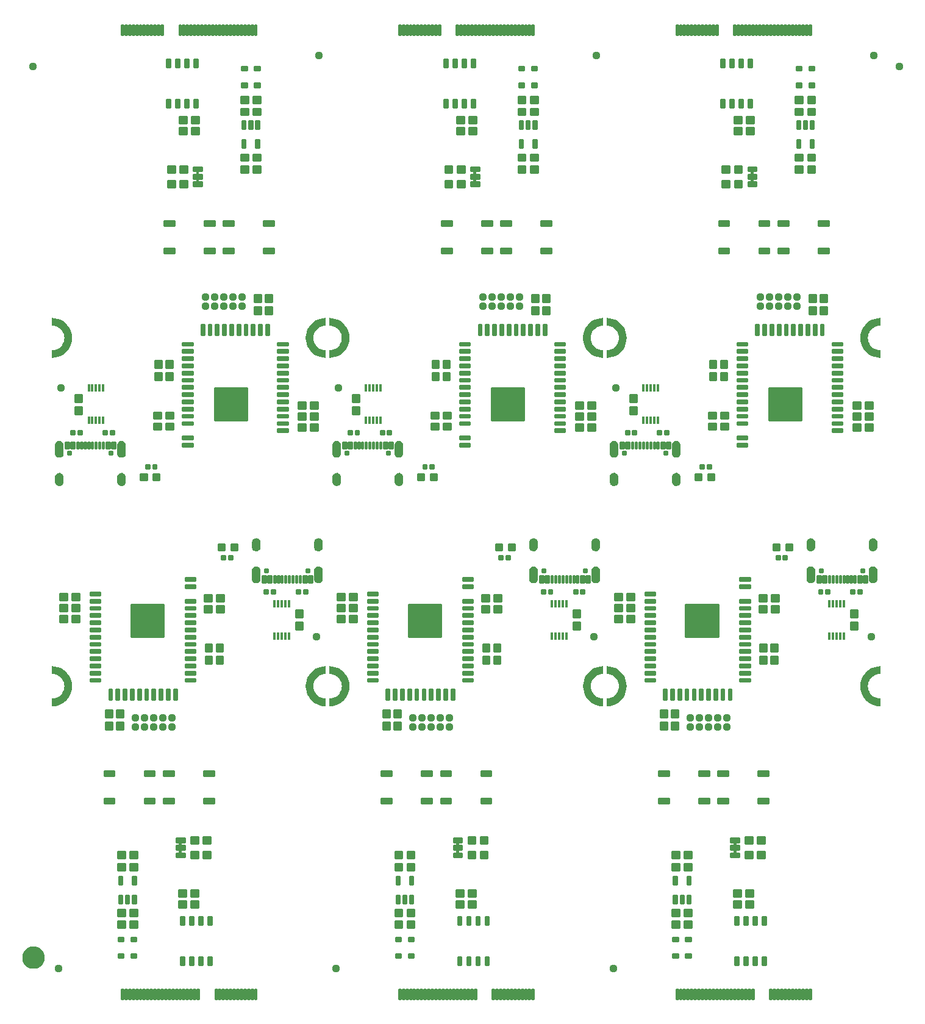
<source format=gts>
G04 EAGLE Gerber RS-274X export*
G75*
%MOMM*%
%FSLAX34Y34*%
%LPD*%
%INSoldermask Top*%
%IPPOS*%
%AMOC8*
5,1,8,0,0,1.08239X$1,22.5*%
G01*
%ADD10C,0.228959*%
%ADD11C,0.736600*%
%ADD12C,0.223409*%
%ADD13C,0.225400*%
%ADD14C,0.225719*%
%ADD15C,0.236350*%
%ADD16C,1.127000*%
%ADD17C,0.225369*%
%ADD18C,0.428259*%
%ADD19C,0.230578*%
%ADD20C,0.777000*%
%ADD21C,0.222250*%
%ADD22R,0.400000X1.100000*%
%ADD23C,0.228344*%
%ADD24C,0.227100*%
%ADD25C,1.270000*%
%ADD26C,1.627000*%

G36*
X388995Y896029D02*
X388995Y896029D01*
X389005Y896032D01*
X389031Y896034D01*
X392865Y896868D01*
X392873Y896872D01*
X392899Y896878D01*
X396575Y898249D01*
X396583Y898255D01*
X396607Y898264D01*
X400051Y900144D01*
X400058Y900151D01*
X400081Y900163D01*
X403222Y902515D01*
X403228Y902523D01*
X403249Y902538D01*
X406023Y905313D01*
X406028Y905321D01*
X406047Y905339D01*
X408398Y908480D01*
X408401Y908490D01*
X408417Y908510D01*
X410298Y911954D01*
X410300Y911963D01*
X410312Y911986D01*
X411684Y915663D01*
X411684Y915672D01*
X411694Y915697D01*
X412528Y919531D01*
X412527Y919540D01*
X412533Y919566D01*
X412813Y923480D01*
X412811Y923489D01*
X412813Y923515D01*
X412533Y927429D01*
X412531Y927433D01*
X412532Y927436D01*
X412529Y927442D01*
X412528Y927464D01*
X411694Y931298D01*
X411689Y931307D01*
X411684Y931332D01*
X410312Y935008D01*
X410307Y935016D01*
X410298Y935041D01*
X408417Y938484D01*
X408410Y938491D01*
X408398Y938514D01*
X406047Y941655D01*
X406039Y941661D01*
X406023Y941682D01*
X403249Y944457D01*
X403240Y944461D01*
X403222Y944480D01*
X400081Y946831D01*
X400072Y946835D01*
X400051Y946851D01*
X396607Y948731D01*
X396598Y948733D01*
X396575Y948746D01*
X392899Y950117D01*
X392889Y950118D01*
X392865Y950127D01*
X389031Y950961D01*
X389021Y950960D01*
X388995Y950966D01*
X385082Y951246D01*
X385056Y951241D01*
X385031Y951244D01*
X384989Y951226D01*
X384945Y951217D01*
X384927Y951198D01*
X384903Y951188D01*
X384878Y951150D01*
X384846Y951118D01*
X384840Y951093D01*
X384826Y951071D01*
X384815Y950997D01*
X384815Y940997D01*
X384817Y940990D01*
X384815Y940983D01*
X384836Y940924D01*
X384854Y940863D01*
X384859Y940858D01*
X384862Y940852D01*
X384912Y940813D01*
X384959Y940771D01*
X384966Y940770D01*
X384972Y940766D01*
X385044Y940749D01*
X387762Y940535D01*
X390395Y939903D01*
X392895Y938867D01*
X395203Y937453D01*
X397262Y935695D01*
X399020Y933637D01*
X400434Y931329D01*
X401470Y928828D01*
X402102Y926196D01*
X402314Y923497D01*
X402102Y920799D01*
X401470Y918167D01*
X400434Y915666D01*
X399020Y913358D01*
X397262Y911300D01*
X395203Y909542D01*
X392895Y908128D01*
X390395Y907092D01*
X387762Y906460D01*
X385044Y906246D01*
X385038Y906243D01*
X385031Y906244D01*
X384973Y906219D01*
X384914Y906196D01*
X384909Y906191D01*
X384903Y906188D01*
X384868Y906135D01*
X384830Y906084D01*
X384830Y906077D01*
X384826Y906071D01*
X384815Y905997D01*
X384815Y895997D01*
X384822Y895972D01*
X384820Y895946D01*
X384841Y895907D01*
X384854Y895863D01*
X384874Y895846D01*
X384886Y895823D01*
X384925Y895801D01*
X384959Y895771D01*
X384985Y895767D01*
X385008Y895755D01*
X385082Y895749D01*
X388995Y896029D01*
G37*
G36*
X3941Y412531D02*
X3941Y412531D01*
X3950Y412535D01*
X3976Y412536D01*
X7810Y413370D01*
X7819Y413375D01*
X7844Y413380D01*
X11520Y414752D01*
X11528Y414757D01*
X11553Y414766D01*
X14996Y416647D01*
X15003Y416654D01*
X15026Y416666D01*
X18167Y419017D01*
X18173Y419025D01*
X18194Y419041D01*
X20969Y421815D01*
X20973Y421824D01*
X20992Y421842D01*
X23343Y424983D01*
X23347Y424992D01*
X23363Y425013D01*
X25243Y428457D01*
X25245Y428466D01*
X25258Y428489D01*
X26629Y432165D01*
X26630Y432175D01*
X26639Y432199D01*
X27473Y436033D01*
X27472Y436043D01*
X27478Y436069D01*
X27758Y439982D01*
X27756Y439992D01*
X27758Y440018D01*
X27478Y443931D01*
X27477Y443936D01*
X27477Y443939D01*
X27474Y443945D01*
X27473Y443967D01*
X26639Y447801D01*
X26634Y447809D01*
X26629Y447835D01*
X25258Y451511D01*
X25252Y451519D01*
X25243Y451543D01*
X23363Y454987D01*
X23356Y454994D01*
X23343Y455017D01*
X20992Y458158D01*
X20984Y458164D01*
X20969Y458185D01*
X18194Y460959D01*
X18186Y460964D01*
X18167Y460983D01*
X15026Y463334D01*
X15017Y463337D01*
X14996Y463353D01*
X11553Y465234D01*
X11543Y465236D01*
X11520Y465248D01*
X7844Y466620D01*
X7835Y466620D01*
X7810Y466630D01*
X3976Y467464D01*
X3966Y467463D01*
X3941Y467469D01*
X27Y467749D01*
X2Y467743D01*
X-24Y467747D01*
X-65Y467729D01*
X-109Y467719D01*
X-128Y467701D01*
X-152Y467690D01*
X-177Y467652D01*
X-209Y467621D01*
X-214Y467595D01*
X-229Y467574D01*
X-240Y467500D01*
X-240Y457500D01*
X-238Y457493D01*
X-239Y457486D01*
X-218Y457427D01*
X-201Y457366D01*
X-195Y457361D01*
X-193Y457354D01*
X-143Y457316D01*
X-95Y457274D01*
X-88Y457273D01*
X-83Y457268D01*
X-10Y457252D01*
X2708Y457038D01*
X5340Y456406D01*
X7841Y455370D01*
X10149Y453956D01*
X12207Y452198D01*
X13965Y450139D01*
X15379Y447831D01*
X16415Y445331D01*
X17047Y442698D01*
X17259Y440000D01*
X17047Y437302D01*
X16415Y434669D01*
X15379Y432169D01*
X13965Y429861D01*
X12207Y427802D01*
X10149Y426044D01*
X7841Y424630D01*
X5340Y423594D01*
X2708Y422962D01*
X-10Y422748D01*
X-17Y422746D01*
X-24Y422747D01*
X-82Y422721D01*
X-141Y422699D01*
X-145Y422693D01*
X-152Y422690D01*
X-187Y422637D01*
X-224Y422587D01*
X-225Y422580D01*
X-229Y422574D01*
X-240Y422500D01*
X-240Y412500D01*
X-233Y412475D01*
X-235Y412449D01*
X-213Y412409D01*
X-201Y412366D01*
X-181Y412349D01*
X-169Y412326D01*
X-129Y412304D01*
X-95Y412274D01*
X-70Y412270D01*
X-47Y412257D01*
X27Y412251D01*
X3941Y412531D01*
G37*
G36*
X389030Y412531D02*
X389030Y412531D01*
X389039Y412535D01*
X389065Y412536D01*
X392899Y413370D01*
X392908Y413375D01*
X392934Y413380D01*
X396610Y414752D01*
X396618Y414757D01*
X396642Y414766D01*
X400086Y416647D01*
X400093Y416654D01*
X400116Y416666D01*
X403257Y419017D01*
X403263Y419025D01*
X403284Y419041D01*
X406058Y421815D01*
X406063Y421824D01*
X406081Y421842D01*
X408433Y424983D01*
X408436Y424992D01*
X408452Y425013D01*
X410332Y428457D01*
X410335Y428466D01*
X410347Y428489D01*
X411718Y432165D01*
X411719Y432175D01*
X411728Y432199D01*
X412562Y436033D01*
X412562Y436043D01*
X412568Y436069D01*
X412847Y439982D01*
X412845Y439992D01*
X412847Y440018D01*
X412568Y443931D01*
X412566Y443936D01*
X412566Y443939D01*
X412564Y443945D01*
X412562Y443967D01*
X411728Y447801D01*
X411724Y447809D01*
X411718Y447835D01*
X410347Y451511D01*
X410341Y451519D01*
X410332Y451543D01*
X408452Y454987D01*
X408445Y454994D01*
X408433Y455017D01*
X406081Y458158D01*
X406074Y458164D01*
X406058Y458185D01*
X403284Y460959D01*
X403275Y460964D01*
X403257Y460983D01*
X400116Y463334D01*
X400107Y463337D01*
X400086Y463353D01*
X396642Y465234D01*
X396633Y465236D01*
X396610Y465248D01*
X392934Y466620D01*
X392924Y466620D01*
X392899Y466630D01*
X389065Y467464D01*
X389056Y467463D01*
X389030Y467469D01*
X385117Y467749D01*
X385091Y467743D01*
X385065Y467747D01*
X385024Y467729D01*
X384980Y467719D01*
X384962Y467701D01*
X384938Y467690D01*
X384913Y467652D01*
X384881Y467621D01*
X384875Y467595D01*
X384861Y467574D01*
X384850Y467500D01*
X384850Y457500D01*
X384852Y457493D01*
X384850Y457486D01*
X384871Y457427D01*
X384889Y457366D01*
X384894Y457361D01*
X384897Y457354D01*
X384946Y457316D01*
X384994Y457274D01*
X385001Y457273D01*
X385007Y457268D01*
X385079Y457252D01*
X387797Y457038D01*
X390429Y456406D01*
X392930Y455370D01*
X395238Y453956D01*
X397296Y452198D01*
X399054Y450139D01*
X400469Y447831D01*
X401505Y445331D01*
X402136Y442698D01*
X402349Y440000D01*
X402136Y437302D01*
X401505Y434669D01*
X400469Y432169D01*
X399054Y429861D01*
X397296Y427802D01*
X395238Y426044D01*
X392930Y424630D01*
X390429Y423594D01*
X387797Y422962D01*
X385079Y422748D01*
X385073Y422746D01*
X385065Y422747D01*
X385008Y422721D01*
X384949Y422699D01*
X384944Y422693D01*
X384938Y422690D01*
X384903Y422637D01*
X384865Y422587D01*
X384865Y422580D01*
X384861Y422574D01*
X384850Y422500D01*
X384850Y412500D01*
X384857Y412475D01*
X384855Y412449D01*
X384876Y412409D01*
X384889Y412366D01*
X384908Y412349D01*
X384921Y412326D01*
X384960Y412304D01*
X384994Y412274D01*
X385020Y412270D01*
X385043Y412257D01*
X385117Y412251D01*
X389030Y412531D01*
G37*
G36*
X774085Y896029D02*
X774085Y896029D01*
X774094Y896032D01*
X774120Y896034D01*
X777954Y896868D01*
X777963Y896872D01*
X777988Y896878D01*
X781664Y898249D01*
X781672Y898255D01*
X781697Y898264D01*
X785140Y900144D01*
X785147Y900151D01*
X785170Y900163D01*
X788311Y902515D01*
X788317Y902523D01*
X788338Y902538D01*
X791113Y905313D01*
X791117Y905321D01*
X791136Y905339D01*
X793487Y908480D01*
X793491Y908490D01*
X793507Y908510D01*
X795387Y911954D01*
X795389Y911963D01*
X795402Y911986D01*
X796773Y915663D01*
X796774Y915672D01*
X796783Y915697D01*
X797617Y919531D01*
X797616Y919540D01*
X797622Y919566D01*
X797902Y923480D01*
X797900Y923489D01*
X797902Y923515D01*
X797622Y927429D01*
X797621Y927433D01*
X797621Y927436D01*
X797618Y927442D01*
X797617Y927464D01*
X796783Y931298D01*
X796778Y931307D01*
X796773Y931332D01*
X795402Y935008D01*
X795396Y935016D01*
X795387Y935041D01*
X793507Y938484D01*
X793500Y938491D01*
X793487Y938514D01*
X791136Y941655D01*
X791128Y941661D01*
X791113Y941682D01*
X788338Y944457D01*
X788330Y944461D01*
X788311Y944480D01*
X785170Y946831D01*
X785161Y946835D01*
X785140Y946851D01*
X781697Y948731D01*
X781687Y948733D01*
X781664Y948746D01*
X777988Y950117D01*
X777979Y950118D01*
X777954Y950127D01*
X774120Y950961D01*
X774110Y950960D01*
X774085Y950966D01*
X770171Y951246D01*
X770146Y951241D01*
X770120Y951244D01*
X770079Y951226D01*
X770035Y951217D01*
X770016Y951198D01*
X769992Y951188D01*
X769967Y951150D01*
X769935Y951118D01*
X769930Y951093D01*
X769915Y951071D01*
X769904Y950997D01*
X769904Y940997D01*
X769906Y940990D01*
X769905Y940983D01*
X769926Y940924D01*
X769943Y940863D01*
X769949Y940858D01*
X769951Y940852D01*
X770001Y940813D01*
X770049Y940771D01*
X770056Y940770D01*
X770061Y940766D01*
X770134Y940749D01*
X772852Y940535D01*
X775484Y939903D01*
X777985Y938867D01*
X780293Y937453D01*
X782351Y935695D01*
X784109Y933637D01*
X785523Y931329D01*
X786559Y928828D01*
X787191Y926196D01*
X787403Y923497D01*
X787191Y920799D01*
X786559Y918167D01*
X785523Y915666D01*
X784109Y913358D01*
X782351Y911300D01*
X780293Y909542D01*
X777985Y908128D01*
X775484Y907092D01*
X772852Y906460D01*
X770134Y906246D01*
X770127Y906243D01*
X770120Y906244D01*
X770062Y906219D01*
X770003Y906196D01*
X769999Y906191D01*
X769992Y906188D01*
X769957Y906135D01*
X769920Y906084D01*
X769919Y906077D01*
X769915Y906071D01*
X769904Y905997D01*
X769904Y895997D01*
X769911Y895972D01*
X769909Y895946D01*
X769931Y895907D01*
X769943Y895863D01*
X769963Y895846D01*
X769975Y895823D01*
X770015Y895801D01*
X770049Y895771D01*
X770074Y895767D01*
X770097Y895755D01*
X770171Y895749D01*
X774085Y896029D01*
G37*
G36*
X3931Y896029D02*
X3931Y896029D01*
X3941Y896032D01*
X3967Y896034D01*
X7801Y896868D01*
X7809Y896872D01*
X7835Y896878D01*
X11511Y898249D01*
X11519Y898255D01*
X11543Y898264D01*
X14987Y900144D01*
X14994Y900151D01*
X15017Y900163D01*
X18158Y902515D01*
X18164Y902523D01*
X18185Y902538D01*
X20959Y905313D01*
X20964Y905321D01*
X20983Y905339D01*
X23334Y908480D01*
X23337Y908490D01*
X23353Y908510D01*
X25234Y911954D01*
X25236Y911963D01*
X25248Y911986D01*
X26620Y915663D01*
X26620Y915672D01*
X26630Y915697D01*
X27464Y919531D01*
X27463Y919540D01*
X27469Y919566D01*
X27749Y923480D01*
X27747Y923489D01*
X27749Y923515D01*
X27469Y927429D01*
X27467Y927433D01*
X27468Y927436D01*
X27465Y927442D01*
X27464Y927464D01*
X26630Y931298D01*
X26625Y931307D01*
X26620Y931332D01*
X25248Y935008D01*
X25243Y935016D01*
X25234Y935041D01*
X23353Y938484D01*
X23346Y938491D01*
X23334Y938514D01*
X20983Y941655D01*
X20975Y941661D01*
X20959Y941682D01*
X18185Y944457D01*
X18176Y944461D01*
X18158Y944480D01*
X15017Y946831D01*
X15008Y946835D01*
X14987Y946851D01*
X11543Y948731D01*
X11534Y948733D01*
X11511Y948746D01*
X7835Y950117D01*
X7825Y950118D01*
X7801Y950127D01*
X3967Y950961D01*
X3957Y950960D01*
X3931Y950966D01*
X18Y951246D01*
X-8Y951241D01*
X-33Y951244D01*
X-75Y951226D01*
X-119Y951217D01*
X-137Y951198D01*
X-161Y951188D01*
X-186Y951150D01*
X-218Y951118D01*
X-224Y951093D01*
X-238Y951071D01*
X-249Y950997D01*
X-249Y940997D01*
X-247Y940990D01*
X-249Y940983D01*
X-228Y940924D01*
X-210Y940863D01*
X-205Y940858D01*
X-202Y940852D01*
X-152Y940813D01*
X-105Y940771D01*
X-98Y940770D01*
X-92Y940766D01*
X-20Y940749D01*
X2698Y940535D01*
X5331Y939903D01*
X7831Y938867D01*
X10139Y937453D01*
X12198Y935695D01*
X13956Y933637D01*
X15370Y931329D01*
X16406Y928828D01*
X17038Y926196D01*
X17250Y923497D01*
X17038Y920799D01*
X16406Y918167D01*
X15370Y915666D01*
X13956Y913358D01*
X12198Y911300D01*
X10139Y909542D01*
X7831Y908128D01*
X5331Y907092D01*
X2698Y906460D01*
X-20Y906246D01*
X-26Y906243D01*
X-33Y906244D01*
X-91Y906219D01*
X-150Y906196D01*
X-155Y906191D01*
X-161Y906188D01*
X-196Y906135D01*
X-234Y906084D01*
X-234Y906077D01*
X-238Y906071D01*
X-249Y905997D01*
X-249Y895997D01*
X-242Y895972D01*
X-244Y895946D01*
X-223Y895907D01*
X-210Y895863D01*
X-190Y895846D01*
X-178Y895823D01*
X-139Y895801D01*
X-105Y895771D01*
X-79Y895767D01*
X-56Y895755D01*
X18Y895749D01*
X3931Y896029D01*
G37*
G36*
X774094Y412531D02*
X774094Y412531D01*
X774103Y412535D01*
X774129Y412536D01*
X777963Y413370D01*
X777972Y413375D01*
X777998Y413380D01*
X781674Y414752D01*
X781682Y414757D01*
X781706Y414766D01*
X785150Y416647D01*
X785157Y416654D01*
X785180Y416666D01*
X788321Y419017D01*
X788327Y419025D01*
X788348Y419041D01*
X791122Y421815D01*
X791127Y421824D01*
X791145Y421842D01*
X793497Y424983D01*
X793500Y424992D01*
X793516Y425013D01*
X795396Y428457D01*
X795399Y428466D01*
X795411Y428489D01*
X796782Y432165D01*
X796783Y432175D01*
X796792Y432199D01*
X797626Y436033D01*
X797626Y436043D01*
X797632Y436069D01*
X797911Y439982D01*
X797909Y439992D01*
X797911Y440018D01*
X797632Y443931D01*
X797630Y443936D01*
X797630Y443939D01*
X797628Y443945D01*
X797626Y443967D01*
X796792Y447801D01*
X796788Y447809D01*
X796782Y447835D01*
X795411Y451511D01*
X795405Y451519D01*
X795396Y451543D01*
X793516Y454987D01*
X793509Y454994D01*
X793497Y455017D01*
X791145Y458158D01*
X791138Y458164D01*
X791122Y458185D01*
X788348Y460959D01*
X788339Y460964D01*
X788321Y460983D01*
X785180Y463334D01*
X785171Y463337D01*
X785150Y463353D01*
X781706Y465234D01*
X781697Y465236D01*
X781674Y465248D01*
X777998Y466620D01*
X777988Y466620D01*
X777963Y466630D01*
X774129Y467464D01*
X774120Y467463D01*
X774094Y467469D01*
X770181Y467749D01*
X770155Y467743D01*
X770129Y467747D01*
X770088Y467729D01*
X770044Y467719D01*
X770026Y467701D01*
X770002Y467690D01*
X769977Y467652D01*
X769945Y467621D01*
X769939Y467595D01*
X769925Y467574D01*
X769914Y467500D01*
X769914Y457500D01*
X769916Y457493D01*
X769914Y457486D01*
X769935Y457427D01*
X769953Y457366D01*
X769958Y457361D01*
X769961Y457354D01*
X770010Y457316D01*
X770058Y457274D01*
X770065Y457273D01*
X770071Y457268D01*
X770143Y457252D01*
X772861Y457038D01*
X775493Y456406D01*
X777994Y455370D01*
X780302Y453956D01*
X782360Y452198D01*
X784118Y450139D01*
X785533Y447831D01*
X786569Y445331D01*
X787200Y442698D01*
X787413Y440000D01*
X787200Y437302D01*
X786569Y434669D01*
X785533Y432169D01*
X784118Y429861D01*
X782360Y427802D01*
X780302Y426044D01*
X777994Y424630D01*
X775493Y423594D01*
X772861Y422962D01*
X770143Y422748D01*
X770137Y422746D01*
X770129Y422747D01*
X770072Y422721D01*
X770013Y422699D01*
X770008Y422693D01*
X770002Y422690D01*
X769967Y422637D01*
X769929Y422587D01*
X769929Y422580D01*
X769925Y422574D01*
X769914Y422500D01*
X769914Y412500D01*
X769921Y412475D01*
X769919Y412449D01*
X769940Y412409D01*
X769953Y412366D01*
X769972Y412349D01*
X769985Y412326D01*
X770024Y412304D01*
X770058Y412274D01*
X770084Y412270D01*
X770107Y412257D01*
X770181Y412251D01*
X774094Y412531D01*
G37*
G36*
X765107Y412257D02*
X765107Y412257D01*
X765132Y412253D01*
X765174Y412271D01*
X765218Y412281D01*
X765236Y412299D01*
X765260Y412310D01*
X765285Y412348D01*
X765317Y412379D01*
X765323Y412405D01*
X765337Y412427D01*
X765348Y412500D01*
X765348Y422500D01*
X765346Y422507D01*
X765348Y422514D01*
X765327Y422573D01*
X765309Y422634D01*
X765303Y422639D01*
X765301Y422646D01*
X765251Y422685D01*
X765204Y422726D01*
X765196Y422727D01*
X765191Y422732D01*
X765118Y422748D01*
X762400Y422962D01*
X759768Y423594D01*
X757267Y424630D01*
X754960Y426044D01*
X752901Y427802D01*
X751143Y429861D01*
X749729Y432169D01*
X748693Y434669D01*
X748061Y437302D01*
X747849Y440000D01*
X748061Y442698D01*
X748693Y445331D01*
X749729Y447831D01*
X751143Y450139D01*
X752901Y452198D01*
X754960Y453956D01*
X757267Y455370D01*
X759768Y456406D01*
X762400Y457038D01*
X765118Y457252D01*
X765125Y457254D01*
X765132Y457253D01*
X765190Y457279D01*
X765249Y457301D01*
X765253Y457307D01*
X765260Y457310D01*
X765295Y457363D01*
X765333Y457413D01*
X765333Y457421D01*
X765337Y457427D01*
X765348Y457500D01*
X765348Y467500D01*
X765341Y467525D01*
X765343Y467551D01*
X765322Y467591D01*
X765309Y467634D01*
X765289Y467651D01*
X765277Y467674D01*
X765238Y467696D01*
X765204Y467726D01*
X765178Y467730D01*
X765155Y467743D01*
X765081Y467749D01*
X761167Y467469D01*
X761158Y467465D01*
X761132Y467464D01*
X757298Y466630D01*
X757290Y466625D01*
X757264Y466620D01*
X753588Y465248D01*
X753580Y465243D01*
X753555Y465234D01*
X750112Y463353D01*
X750105Y463346D01*
X750082Y463334D01*
X746941Y460983D01*
X746935Y460975D01*
X746914Y460959D01*
X744139Y458185D01*
X744135Y458176D01*
X744116Y458158D01*
X741765Y455017D01*
X741761Y455008D01*
X741746Y454987D01*
X739865Y451543D01*
X739863Y451534D01*
X739850Y451511D01*
X738479Y447835D01*
X738479Y447825D01*
X738469Y447801D01*
X737635Y443967D01*
X737636Y443957D01*
X737630Y443931D01*
X737350Y440018D01*
X737352Y440008D01*
X737350Y439982D01*
X737630Y436069D01*
X737633Y436059D01*
X737635Y436033D01*
X738469Y432199D01*
X738474Y432191D01*
X738479Y432165D01*
X739850Y428489D01*
X739856Y428481D01*
X739865Y428457D01*
X741746Y425013D01*
X741752Y425006D01*
X741765Y424983D01*
X744116Y421842D01*
X744124Y421836D01*
X744139Y421815D01*
X746914Y419041D01*
X746922Y419036D01*
X746941Y419017D01*
X750082Y416666D01*
X750091Y416663D01*
X750112Y416647D01*
X753555Y414766D01*
X753565Y414764D01*
X753588Y414752D01*
X757264Y413380D01*
X757274Y413380D01*
X757298Y413370D01*
X761132Y412536D01*
X761142Y412537D01*
X761167Y412531D01*
X765081Y412251D01*
X765107Y412257D01*
G37*
G36*
X1150171Y412257D02*
X1150171Y412257D01*
X1150196Y412253D01*
X1150238Y412271D01*
X1150282Y412281D01*
X1150300Y412299D01*
X1150324Y412310D01*
X1150349Y412348D01*
X1150381Y412379D01*
X1150387Y412405D01*
X1150401Y412427D01*
X1150412Y412500D01*
X1150412Y422500D01*
X1150410Y422507D01*
X1150412Y422514D01*
X1150391Y422573D01*
X1150373Y422634D01*
X1150367Y422639D01*
X1150365Y422646D01*
X1150315Y422685D01*
X1150268Y422726D01*
X1150260Y422727D01*
X1150255Y422732D01*
X1150182Y422748D01*
X1147464Y422962D01*
X1144832Y423594D01*
X1142331Y424630D01*
X1140024Y426044D01*
X1137965Y427802D01*
X1136207Y429861D01*
X1134793Y432169D01*
X1133757Y434669D01*
X1133125Y437302D01*
X1132913Y440000D01*
X1133125Y442698D01*
X1133757Y445331D01*
X1134793Y447831D01*
X1136207Y450139D01*
X1137965Y452198D01*
X1140024Y453956D01*
X1142331Y455370D01*
X1144832Y456406D01*
X1147464Y457038D01*
X1150182Y457252D01*
X1150189Y457254D01*
X1150196Y457253D01*
X1150254Y457279D01*
X1150313Y457301D01*
X1150317Y457307D01*
X1150324Y457310D01*
X1150359Y457363D01*
X1150397Y457413D01*
X1150397Y457421D01*
X1150401Y457427D01*
X1150412Y457500D01*
X1150412Y467500D01*
X1150405Y467525D01*
X1150407Y467551D01*
X1150386Y467591D01*
X1150373Y467634D01*
X1150353Y467651D01*
X1150341Y467674D01*
X1150302Y467696D01*
X1150268Y467726D01*
X1150242Y467730D01*
X1150219Y467743D01*
X1150145Y467749D01*
X1146231Y467469D01*
X1146222Y467465D01*
X1146196Y467464D01*
X1142362Y466630D01*
X1142354Y466625D01*
X1142328Y466620D01*
X1138652Y465248D01*
X1138644Y465243D01*
X1138619Y465234D01*
X1135176Y463353D01*
X1135169Y463346D01*
X1135146Y463334D01*
X1132005Y460983D01*
X1131999Y460975D01*
X1131978Y460959D01*
X1129203Y458185D01*
X1129199Y458176D01*
X1129180Y458158D01*
X1126829Y455017D01*
X1126825Y455008D01*
X1126810Y454987D01*
X1124929Y451543D01*
X1124927Y451534D01*
X1124914Y451511D01*
X1123543Y447835D01*
X1123543Y447825D01*
X1123533Y447801D01*
X1122699Y443967D01*
X1122700Y443957D01*
X1122694Y443931D01*
X1122414Y440018D01*
X1122416Y440008D01*
X1122414Y439982D01*
X1122694Y436069D01*
X1122697Y436059D01*
X1122699Y436033D01*
X1123533Y432199D01*
X1123538Y432191D01*
X1123543Y432165D01*
X1124914Y428489D01*
X1124920Y428481D01*
X1124929Y428457D01*
X1126810Y425013D01*
X1126816Y425006D01*
X1126829Y424983D01*
X1129180Y421842D01*
X1129188Y421836D01*
X1129203Y421815D01*
X1131978Y419041D01*
X1131986Y419036D01*
X1132005Y419017D01*
X1135146Y416666D01*
X1135155Y416663D01*
X1135176Y416647D01*
X1138619Y414766D01*
X1138629Y414764D01*
X1138652Y414752D01*
X1142328Y413380D01*
X1142338Y413380D01*
X1142362Y413370D01*
X1146196Y412536D01*
X1146206Y412537D01*
X1146231Y412531D01*
X1150145Y412251D01*
X1150171Y412257D01*
G37*
G36*
X1150161Y895754D02*
X1150161Y895754D01*
X1150187Y895750D01*
X1150228Y895769D01*
X1150272Y895778D01*
X1150291Y895797D01*
X1150315Y895807D01*
X1150339Y895845D01*
X1150372Y895877D01*
X1150377Y895902D01*
X1150392Y895924D01*
X1150403Y895997D01*
X1150403Y905997D01*
X1150401Y906004D01*
X1150402Y906011D01*
X1150381Y906071D01*
X1150363Y906132D01*
X1150358Y906136D01*
X1150356Y906143D01*
X1150306Y906182D01*
X1150258Y906224D01*
X1150251Y906225D01*
X1150245Y906229D01*
X1150173Y906246D01*
X1147455Y906460D01*
X1144823Y907092D01*
X1142322Y908128D01*
X1140014Y909542D01*
X1137956Y911300D01*
X1136198Y913358D01*
X1134784Y915666D01*
X1133748Y918167D01*
X1133116Y920799D01*
X1132903Y923497D01*
X1133116Y926196D01*
X1133748Y928828D01*
X1134784Y931329D01*
X1136198Y933637D01*
X1137956Y935695D01*
X1140014Y937453D01*
X1142322Y938867D01*
X1144823Y939903D01*
X1147455Y940535D01*
X1150173Y940749D01*
X1150180Y940752D01*
X1150187Y940750D01*
X1150245Y940776D01*
X1150304Y940799D01*
X1150308Y940804D01*
X1150315Y940807D01*
X1150349Y940860D01*
X1150387Y940911D01*
X1150388Y940918D01*
X1150392Y940924D01*
X1150403Y940997D01*
X1150403Y950997D01*
X1150395Y951022D01*
X1150397Y951048D01*
X1150376Y951088D01*
X1150363Y951132D01*
X1150344Y951149D01*
X1150332Y951172D01*
X1150292Y951194D01*
X1150258Y951224D01*
X1150232Y951227D01*
X1150210Y951240D01*
X1150136Y951246D01*
X1146222Y950966D01*
X1146213Y950963D01*
X1146187Y950961D01*
X1142353Y950127D01*
X1142344Y950122D01*
X1142319Y950117D01*
X1138642Y948746D01*
X1138635Y948740D01*
X1138610Y948731D01*
X1135166Y946851D01*
X1135160Y946844D01*
X1135136Y946831D01*
X1131995Y944480D01*
X1131990Y944472D01*
X1131969Y944457D01*
X1129194Y941682D01*
X1129189Y941674D01*
X1129171Y941655D01*
X1126819Y938514D01*
X1126816Y938505D01*
X1126800Y938484D01*
X1124920Y935041D01*
X1124918Y935031D01*
X1124905Y935008D01*
X1123534Y931332D01*
X1123533Y931323D01*
X1123524Y931298D01*
X1122690Y927464D01*
X1122690Y927454D01*
X1122685Y927429D01*
X1122405Y923515D01*
X1122407Y923506D01*
X1122405Y923480D01*
X1122685Y919566D01*
X1122688Y919557D01*
X1122690Y919531D01*
X1123524Y915697D01*
X1123528Y915688D01*
X1123534Y915663D01*
X1124905Y911986D01*
X1124911Y911979D01*
X1124920Y911954D01*
X1126800Y908510D01*
X1126807Y908504D01*
X1126819Y908480D01*
X1129171Y905339D01*
X1129179Y905334D01*
X1129194Y905313D01*
X1131969Y902538D01*
X1131977Y902533D01*
X1131995Y902515D01*
X1135136Y900163D01*
X1135146Y900160D01*
X1135166Y900144D01*
X1138610Y898264D01*
X1138619Y898262D01*
X1138642Y898249D01*
X1142319Y896878D01*
X1142328Y896877D01*
X1142353Y896868D01*
X1146187Y896034D01*
X1146196Y896034D01*
X1146222Y896029D01*
X1150136Y895749D01*
X1150161Y895754D01*
G37*
G36*
X765072Y895754D02*
X765072Y895754D01*
X765097Y895750D01*
X765139Y895769D01*
X765183Y895778D01*
X765201Y895797D01*
X765225Y895807D01*
X765250Y895845D01*
X765282Y895877D01*
X765288Y895902D01*
X765302Y895924D01*
X765313Y895997D01*
X765313Y905997D01*
X765311Y906004D01*
X765313Y906011D01*
X765292Y906071D01*
X765274Y906132D01*
X765269Y906136D01*
X765266Y906143D01*
X765216Y906182D01*
X765169Y906224D01*
X765162Y906225D01*
X765156Y906229D01*
X765084Y906246D01*
X762366Y906460D01*
X759733Y907092D01*
X757233Y908128D01*
X754925Y909542D01*
X752866Y911300D01*
X751108Y913358D01*
X749694Y915666D01*
X748658Y918167D01*
X748026Y920799D01*
X747814Y923497D01*
X748026Y926196D01*
X748658Y928828D01*
X749694Y931329D01*
X751108Y933637D01*
X752866Y935695D01*
X754925Y937453D01*
X757233Y938867D01*
X759733Y939903D01*
X762366Y940535D01*
X765084Y940749D01*
X765090Y940752D01*
X765097Y940750D01*
X765155Y940776D01*
X765214Y940799D01*
X765219Y940804D01*
X765225Y940807D01*
X765260Y940860D01*
X765298Y940911D01*
X765298Y940918D01*
X765302Y940924D01*
X765313Y940997D01*
X765313Y950997D01*
X765306Y951022D01*
X765308Y951048D01*
X765287Y951088D01*
X765274Y951132D01*
X765254Y951149D01*
X765242Y951172D01*
X765203Y951194D01*
X765169Y951224D01*
X765143Y951227D01*
X765120Y951240D01*
X765046Y951246D01*
X761133Y950966D01*
X761123Y950963D01*
X761097Y950961D01*
X757263Y950127D01*
X757255Y950122D01*
X757229Y950117D01*
X753553Y948746D01*
X753545Y948740D01*
X753521Y948731D01*
X750077Y946851D01*
X750070Y946844D01*
X750047Y946831D01*
X746906Y944480D01*
X746900Y944472D01*
X746879Y944457D01*
X744105Y941682D01*
X744100Y941674D01*
X744081Y941655D01*
X741730Y938514D01*
X741727Y938505D01*
X741711Y938484D01*
X739830Y935041D01*
X739828Y935031D01*
X739816Y935008D01*
X738444Y931332D01*
X738444Y931323D01*
X738434Y931298D01*
X737600Y927464D01*
X737601Y927454D01*
X737595Y927429D01*
X737315Y923515D01*
X737317Y923506D01*
X737315Y923480D01*
X737595Y919566D01*
X737599Y919557D01*
X737600Y919531D01*
X738434Y915697D01*
X738439Y915688D01*
X738444Y915663D01*
X739816Y911986D01*
X739821Y911979D01*
X739830Y911954D01*
X741711Y908510D01*
X741718Y908504D01*
X741730Y908480D01*
X744081Y905339D01*
X744089Y905334D01*
X744105Y905313D01*
X746879Y902538D01*
X746888Y902533D01*
X746906Y902515D01*
X750047Y900163D01*
X750056Y900160D01*
X750077Y900144D01*
X753521Y898264D01*
X753530Y898262D01*
X753553Y898249D01*
X757229Y896878D01*
X757239Y896877D01*
X757263Y896868D01*
X761097Y896034D01*
X761107Y896034D01*
X761133Y896029D01*
X765046Y895749D01*
X765072Y895754D01*
G37*
G36*
X380008Y895754D02*
X380008Y895754D01*
X380033Y895750D01*
X380075Y895769D01*
X380119Y895778D01*
X380137Y895797D01*
X380161Y895807D01*
X380186Y895845D01*
X380218Y895877D01*
X380224Y895902D01*
X380238Y895924D01*
X380249Y895997D01*
X380249Y905997D01*
X380247Y906004D01*
X380249Y906011D01*
X380228Y906071D01*
X380210Y906132D01*
X380205Y906136D01*
X380202Y906143D01*
X380152Y906182D01*
X380105Y906224D01*
X380098Y906225D01*
X380092Y906229D01*
X380020Y906246D01*
X377302Y906460D01*
X374669Y907092D01*
X372169Y908128D01*
X369861Y909542D01*
X367802Y911300D01*
X366044Y913358D01*
X364630Y915666D01*
X363594Y918167D01*
X362962Y920799D01*
X362750Y923497D01*
X362962Y926196D01*
X363594Y928828D01*
X364630Y931329D01*
X366044Y933637D01*
X367802Y935695D01*
X369861Y937453D01*
X372169Y938867D01*
X374669Y939903D01*
X377302Y940535D01*
X380020Y940749D01*
X380026Y940752D01*
X380033Y940750D01*
X380091Y940776D01*
X380150Y940799D01*
X380155Y940804D01*
X380161Y940807D01*
X380196Y940860D01*
X380234Y940911D01*
X380234Y940918D01*
X380238Y940924D01*
X380249Y940997D01*
X380249Y950997D01*
X380242Y951022D01*
X380244Y951048D01*
X380223Y951088D01*
X380210Y951132D01*
X380190Y951149D01*
X380178Y951172D01*
X380139Y951194D01*
X380105Y951224D01*
X380079Y951227D01*
X380056Y951240D01*
X379982Y951246D01*
X376069Y950966D01*
X376059Y950963D01*
X376033Y950961D01*
X372199Y950127D01*
X372191Y950122D01*
X372165Y950117D01*
X368489Y948746D01*
X368481Y948740D01*
X368457Y948731D01*
X365013Y946851D01*
X365006Y946844D01*
X364983Y946831D01*
X361842Y944480D01*
X361836Y944472D01*
X361815Y944457D01*
X359041Y941682D01*
X359036Y941674D01*
X359017Y941655D01*
X356666Y938514D01*
X356663Y938505D01*
X356647Y938484D01*
X354766Y935041D01*
X354764Y935031D01*
X354752Y935008D01*
X353380Y931332D01*
X353380Y931323D01*
X353370Y931298D01*
X352536Y927464D01*
X352537Y927454D01*
X352531Y927429D01*
X352251Y923515D01*
X352253Y923506D01*
X352251Y923480D01*
X352531Y919566D01*
X352535Y919557D01*
X352536Y919531D01*
X353370Y915697D01*
X353375Y915688D01*
X353380Y915663D01*
X354752Y911986D01*
X354757Y911979D01*
X354766Y911954D01*
X356647Y908510D01*
X356654Y908504D01*
X356666Y908480D01*
X359017Y905339D01*
X359025Y905334D01*
X359041Y905313D01*
X361815Y902538D01*
X361824Y902533D01*
X361842Y902515D01*
X364983Y900163D01*
X364992Y900160D01*
X365013Y900144D01*
X368457Y898264D01*
X368466Y898262D01*
X368489Y898249D01*
X372165Y896878D01*
X372175Y896877D01*
X372199Y896868D01*
X376033Y896034D01*
X376043Y896034D01*
X376069Y896029D01*
X379982Y895749D01*
X380008Y895754D01*
G37*
G36*
X380017Y412257D02*
X380017Y412257D01*
X380043Y412253D01*
X380084Y412271D01*
X380128Y412281D01*
X380147Y412299D01*
X380171Y412310D01*
X380195Y412348D01*
X380228Y412379D01*
X380233Y412405D01*
X380248Y412427D01*
X380259Y412500D01*
X380259Y422500D01*
X380257Y422507D01*
X380258Y422514D01*
X380237Y422573D01*
X380219Y422634D01*
X380214Y422639D01*
X380212Y422646D01*
X380162Y422685D01*
X380114Y422726D01*
X380107Y422727D01*
X380101Y422732D01*
X380029Y422748D01*
X377311Y422962D01*
X374679Y423594D01*
X372178Y424630D01*
X369870Y426044D01*
X367812Y427802D01*
X366054Y429861D01*
X364640Y432169D01*
X363604Y434669D01*
X362972Y437302D01*
X362759Y440000D01*
X362972Y442698D01*
X363604Y445331D01*
X364640Y447831D01*
X366054Y450139D01*
X367812Y452198D01*
X369870Y453956D01*
X372178Y455370D01*
X374679Y456406D01*
X377311Y457038D01*
X380029Y457252D01*
X380036Y457254D01*
X380043Y457253D01*
X380101Y457279D01*
X380160Y457301D01*
X380164Y457307D01*
X380171Y457310D01*
X380205Y457363D01*
X380243Y457413D01*
X380244Y457421D01*
X380248Y457427D01*
X380259Y457500D01*
X380259Y467500D01*
X380251Y467525D01*
X380253Y467551D01*
X380232Y467591D01*
X380219Y467634D01*
X380200Y467651D01*
X380188Y467674D01*
X380148Y467696D01*
X380114Y467726D01*
X380088Y467730D01*
X380066Y467743D01*
X379992Y467749D01*
X376078Y467469D01*
X376069Y467465D01*
X376043Y467464D01*
X372209Y466630D01*
X372200Y466625D01*
X372175Y466620D01*
X368498Y465248D01*
X368491Y465243D01*
X368466Y465234D01*
X365022Y463353D01*
X365016Y463346D01*
X364992Y463334D01*
X361851Y460983D01*
X361846Y460975D01*
X361825Y460959D01*
X359050Y458185D01*
X359045Y458176D01*
X359027Y458158D01*
X356675Y455017D01*
X356672Y455008D01*
X356656Y454987D01*
X354776Y451543D01*
X354774Y451534D01*
X354761Y451511D01*
X353390Y447835D01*
X353389Y447825D01*
X353380Y447801D01*
X352546Y443967D01*
X352546Y443957D01*
X352541Y443931D01*
X352261Y440018D01*
X352263Y440008D01*
X352261Y439982D01*
X352541Y436069D01*
X352544Y436059D01*
X352546Y436033D01*
X353380Y432199D01*
X353384Y432191D01*
X353390Y432165D01*
X354761Y428489D01*
X354767Y428481D01*
X354776Y428457D01*
X356656Y425013D01*
X356663Y425006D01*
X356675Y424983D01*
X359027Y421842D01*
X359035Y421836D01*
X359050Y421815D01*
X361825Y419041D01*
X361833Y419036D01*
X361851Y419017D01*
X364992Y416666D01*
X365002Y416663D01*
X365022Y416647D01*
X368466Y414766D01*
X368475Y414764D01*
X368498Y414752D01*
X372175Y413380D01*
X372184Y413380D01*
X372209Y413370D01*
X376043Y412536D01*
X376052Y412537D01*
X376078Y412531D01*
X379992Y412251D01*
X380017Y412257D01*
G37*
G36*
X371003Y583138D02*
X371003Y583138D01*
X371009Y583143D01*
X371013Y583139D01*
X372109Y583426D01*
X372113Y583432D01*
X372118Y583429D01*
X373137Y583924D01*
X373141Y583930D01*
X373146Y583929D01*
X374049Y584613D01*
X374051Y584620D01*
X374056Y584620D01*
X374808Y585467D01*
X374809Y585474D01*
X374814Y585475D01*
X375386Y586452D01*
X375386Y586455D01*
X375386Y586456D01*
X375386Y586457D01*
X375385Y586459D01*
X375390Y586461D01*
X375761Y587532D01*
X375759Y587537D01*
X375763Y587539D01*
X375762Y587540D01*
X375763Y587541D01*
X375918Y588663D01*
X375916Y588668D01*
X375919Y588670D01*
X375919Y600670D01*
X375915Y600675D01*
X375918Y600678D01*
X375713Y601945D01*
X375707Y601951D01*
X375710Y601956D01*
X375229Y603145D01*
X375222Y603149D01*
X375224Y603155D01*
X374489Y604208D01*
X374482Y604210D01*
X374482Y604216D01*
X373532Y605079D01*
X373524Y605080D01*
X373523Y605085D01*
X372405Y605715D01*
X372397Y605714D01*
X372395Y605720D01*
X371164Y606085D01*
X371157Y606082D01*
X371153Y606087D01*
X369873Y606169D01*
X369872Y606169D01*
X369866Y606169D01*
X368585Y606087D01*
X368579Y606081D01*
X368575Y606085D01*
X367344Y605720D01*
X367339Y605713D01*
X367334Y605715D01*
X366216Y605085D01*
X366213Y605078D01*
X366207Y605079D01*
X365257Y604216D01*
X365255Y604208D01*
X365249Y604208D01*
X364515Y603155D01*
X364516Y603147D01*
X364510Y603145D01*
X364028Y601956D01*
X364030Y601950D01*
X364026Y601947D01*
X364027Y601946D01*
X364026Y601945D01*
X363821Y600678D01*
X363824Y600673D01*
X363820Y600670D01*
X363820Y588670D01*
X363823Y588666D01*
X363821Y588663D01*
X363976Y587541D01*
X363981Y587536D01*
X363978Y587532D01*
X364349Y586461D01*
X364355Y586457D01*
X364353Y586452D01*
X364925Y585475D01*
X364932Y585472D01*
X364931Y585467D01*
X365683Y584620D01*
X365690Y584618D01*
X365690Y584613D01*
X366593Y583929D01*
X366601Y583929D01*
X366602Y583924D01*
X367621Y583429D01*
X367628Y583431D01*
X367630Y583426D01*
X368726Y583139D01*
X368733Y583142D01*
X368736Y583138D01*
X369867Y583071D01*
X369870Y583073D01*
X369872Y583071D01*
X371003Y583138D01*
G37*
G36*
X669693Y583138D02*
X669693Y583138D01*
X669698Y583143D01*
X669702Y583139D01*
X670798Y583426D01*
X670803Y583432D01*
X670807Y583429D01*
X671827Y583924D01*
X671830Y583930D01*
X671835Y583929D01*
X672738Y584613D01*
X672740Y584620D01*
X672745Y584620D01*
X673497Y585467D01*
X673498Y585474D01*
X673503Y585475D01*
X674076Y586452D01*
X674075Y586455D01*
X674076Y586456D01*
X674075Y586457D01*
X674075Y586459D01*
X674080Y586461D01*
X674450Y587532D01*
X674449Y587537D01*
X674452Y587539D01*
X674451Y587540D01*
X674453Y587541D01*
X674608Y588663D01*
X674605Y588668D01*
X674608Y588670D01*
X674608Y600670D01*
X674604Y600675D01*
X674607Y600678D01*
X674403Y601945D01*
X674397Y601951D01*
X674400Y601956D01*
X673918Y603145D01*
X673911Y603149D01*
X673913Y603155D01*
X673179Y604208D01*
X673171Y604210D01*
X673171Y604216D01*
X672221Y605079D01*
X672213Y605080D01*
X672212Y605085D01*
X671094Y605715D01*
X671086Y605714D01*
X671084Y605720D01*
X669854Y606085D01*
X669846Y606082D01*
X669843Y606087D01*
X668562Y606169D01*
X668556Y606169D01*
X667275Y606087D01*
X667269Y606081D01*
X667264Y606085D01*
X666034Y605720D01*
X666029Y605713D01*
X666023Y605715D01*
X664905Y605085D01*
X664902Y605078D01*
X664896Y605079D01*
X663946Y604216D01*
X663945Y604208D01*
X663939Y604208D01*
X663205Y603155D01*
X663205Y603147D01*
X663199Y603145D01*
X662718Y601956D01*
X662719Y601950D01*
X662716Y601947D01*
X662716Y601946D01*
X662715Y601945D01*
X662510Y600678D01*
X662513Y600673D01*
X662510Y600670D01*
X662510Y588670D01*
X662513Y588666D01*
X662510Y588663D01*
X662665Y587541D01*
X662670Y587536D01*
X662667Y587532D01*
X663038Y586461D01*
X663044Y586457D01*
X663042Y586452D01*
X663615Y585475D01*
X663621Y585472D01*
X663620Y585467D01*
X664373Y584620D01*
X664380Y584618D01*
X664380Y584613D01*
X665283Y583929D01*
X665290Y583929D01*
X665291Y583924D01*
X666310Y583429D01*
X666317Y583431D01*
X666319Y583426D01*
X667415Y583139D01*
X667422Y583142D01*
X667425Y583138D01*
X668556Y583071D01*
X668560Y583073D01*
X668562Y583071D01*
X669693Y583138D01*
G37*
G36*
X1141157Y583138D02*
X1141157Y583138D01*
X1141162Y583143D01*
X1141166Y583139D01*
X1142262Y583426D01*
X1142267Y583432D01*
X1142271Y583429D01*
X1143291Y583924D01*
X1143294Y583930D01*
X1143299Y583929D01*
X1144202Y584613D01*
X1144204Y584620D01*
X1144209Y584620D01*
X1144961Y585467D01*
X1144962Y585474D01*
X1144967Y585475D01*
X1145540Y586452D01*
X1145539Y586455D01*
X1145540Y586456D01*
X1145539Y586457D01*
X1145539Y586459D01*
X1145544Y586461D01*
X1145914Y587532D01*
X1145913Y587537D01*
X1145916Y587539D01*
X1145915Y587540D01*
X1145917Y587541D01*
X1146072Y588663D01*
X1146069Y588668D01*
X1146072Y588670D01*
X1146072Y600670D01*
X1146068Y600675D01*
X1146071Y600678D01*
X1145867Y601945D01*
X1145861Y601951D01*
X1145864Y601956D01*
X1145382Y603145D01*
X1145375Y603149D01*
X1145377Y603155D01*
X1144643Y604208D01*
X1144635Y604210D01*
X1144635Y604216D01*
X1143685Y605079D01*
X1143677Y605080D01*
X1143676Y605085D01*
X1142558Y605715D01*
X1142550Y605714D01*
X1142548Y605720D01*
X1141318Y606085D01*
X1141310Y606082D01*
X1141307Y606087D01*
X1140026Y606169D01*
X1140020Y606169D01*
X1138739Y606087D01*
X1138733Y606081D01*
X1138728Y606085D01*
X1137498Y605720D01*
X1137493Y605713D01*
X1137487Y605715D01*
X1136369Y605085D01*
X1136366Y605078D01*
X1136360Y605079D01*
X1135410Y604216D01*
X1135409Y604208D01*
X1135403Y604208D01*
X1134669Y603155D01*
X1134669Y603147D01*
X1134663Y603145D01*
X1134182Y601956D01*
X1134183Y601950D01*
X1134180Y601947D01*
X1134180Y601946D01*
X1134179Y601945D01*
X1133974Y600678D01*
X1133977Y600673D01*
X1133974Y600670D01*
X1133974Y588670D01*
X1133977Y588666D01*
X1133974Y588663D01*
X1134129Y587541D01*
X1134134Y587536D01*
X1134131Y587532D01*
X1134502Y586461D01*
X1134508Y586457D01*
X1134506Y586452D01*
X1135079Y585475D01*
X1135085Y585472D01*
X1135084Y585467D01*
X1135837Y584620D01*
X1135844Y584618D01*
X1135844Y584613D01*
X1136747Y583929D01*
X1136754Y583929D01*
X1136755Y583924D01*
X1137774Y583429D01*
X1137781Y583431D01*
X1137783Y583426D01*
X1138879Y583139D01*
X1138886Y583142D01*
X1138889Y583138D01*
X1140020Y583071D01*
X1140024Y583073D01*
X1140026Y583071D01*
X1141157Y583138D01*
G37*
G36*
X284603Y583138D02*
X284603Y583138D01*
X284609Y583143D01*
X284613Y583139D01*
X285709Y583426D01*
X285713Y583432D01*
X285718Y583429D01*
X286737Y583924D01*
X286741Y583930D01*
X286746Y583929D01*
X287649Y584613D01*
X287651Y584620D01*
X287656Y584620D01*
X288408Y585467D01*
X288409Y585474D01*
X288414Y585475D01*
X288986Y586452D01*
X288986Y586455D01*
X288986Y586456D01*
X288986Y586457D01*
X288985Y586459D01*
X288990Y586461D01*
X289361Y587532D01*
X289359Y587537D01*
X289363Y587539D01*
X289362Y587540D01*
X289363Y587541D01*
X289518Y588663D01*
X289516Y588668D01*
X289519Y588670D01*
X289519Y600670D01*
X289515Y600675D01*
X289518Y600678D01*
X289313Y601945D01*
X289307Y601951D01*
X289310Y601956D01*
X288829Y603145D01*
X288822Y603149D01*
X288824Y603155D01*
X288089Y604208D01*
X288082Y604210D01*
X288082Y604216D01*
X287132Y605079D01*
X287124Y605080D01*
X287123Y605085D01*
X286005Y605715D01*
X285997Y605714D01*
X285995Y605720D01*
X284764Y606085D01*
X284757Y606082D01*
X284753Y606087D01*
X283473Y606169D01*
X283472Y606169D01*
X283466Y606169D01*
X282185Y606087D01*
X282179Y606081D01*
X282175Y606085D01*
X280944Y605720D01*
X280939Y605713D01*
X280934Y605715D01*
X279816Y605085D01*
X279813Y605078D01*
X279807Y605079D01*
X278857Y604216D01*
X278855Y604208D01*
X278849Y604208D01*
X278115Y603155D01*
X278116Y603147D01*
X278110Y603145D01*
X277628Y601956D01*
X277630Y601950D01*
X277626Y601947D01*
X277627Y601946D01*
X277626Y601945D01*
X277421Y600678D01*
X277424Y600673D01*
X277420Y600670D01*
X277420Y588670D01*
X277423Y588666D01*
X277421Y588663D01*
X277576Y587541D01*
X277581Y587536D01*
X277578Y587532D01*
X277949Y586461D01*
X277955Y586457D01*
X277953Y586452D01*
X278525Y585475D01*
X278532Y585472D01*
X278531Y585467D01*
X279283Y584620D01*
X279290Y584618D01*
X279290Y584613D01*
X280193Y583929D01*
X280201Y583929D01*
X280202Y583924D01*
X281221Y583429D01*
X281228Y583431D01*
X281230Y583426D01*
X282326Y583139D01*
X282333Y583142D01*
X282336Y583138D01*
X283467Y583071D01*
X283470Y583073D01*
X283472Y583071D01*
X284603Y583138D01*
G37*
G36*
X756093Y583138D02*
X756093Y583138D01*
X756098Y583143D01*
X756102Y583139D01*
X757198Y583426D01*
X757203Y583432D01*
X757207Y583429D01*
X758227Y583924D01*
X758230Y583930D01*
X758235Y583929D01*
X759138Y584613D01*
X759140Y584620D01*
X759145Y584620D01*
X759897Y585467D01*
X759898Y585474D01*
X759903Y585475D01*
X760476Y586452D01*
X760475Y586455D01*
X760476Y586456D01*
X760475Y586457D01*
X760475Y586459D01*
X760480Y586461D01*
X760850Y587532D01*
X760849Y587537D01*
X760852Y587539D01*
X760851Y587540D01*
X760853Y587541D01*
X761008Y588663D01*
X761005Y588668D01*
X761008Y588670D01*
X761008Y600670D01*
X761004Y600675D01*
X761007Y600678D01*
X760803Y601945D01*
X760797Y601951D01*
X760800Y601956D01*
X760318Y603145D01*
X760311Y603149D01*
X760313Y603155D01*
X759579Y604208D01*
X759571Y604210D01*
X759571Y604216D01*
X758621Y605079D01*
X758613Y605080D01*
X758612Y605085D01*
X757494Y605715D01*
X757486Y605714D01*
X757484Y605720D01*
X756254Y606085D01*
X756246Y606082D01*
X756243Y606087D01*
X754962Y606169D01*
X754956Y606169D01*
X753675Y606087D01*
X753669Y606081D01*
X753664Y606085D01*
X752434Y605720D01*
X752429Y605713D01*
X752423Y605715D01*
X751305Y605085D01*
X751302Y605078D01*
X751296Y605079D01*
X750346Y604216D01*
X750345Y604208D01*
X750339Y604208D01*
X749605Y603155D01*
X749605Y603147D01*
X749599Y603145D01*
X749118Y601956D01*
X749119Y601950D01*
X749116Y601947D01*
X749116Y601946D01*
X749115Y601945D01*
X748910Y600678D01*
X748913Y600673D01*
X748910Y600670D01*
X748910Y588670D01*
X748913Y588666D01*
X748910Y588663D01*
X749065Y587541D01*
X749070Y587536D01*
X749067Y587532D01*
X749438Y586461D01*
X749444Y586457D01*
X749442Y586452D01*
X750015Y585475D01*
X750021Y585472D01*
X750020Y585467D01*
X750773Y584620D01*
X750780Y584618D01*
X750780Y584613D01*
X751683Y583929D01*
X751690Y583929D01*
X751691Y583924D01*
X752710Y583429D01*
X752717Y583431D01*
X752719Y583426D01*
X753815Y583139D01*
X753822Y583142D01*
X753825Y583138D01*
X754956Y583071D01*
X754960Y583073D01*
X754962Y583071D01*
X756093Y583138D01*
G37*
G36*
X1054757Y583138D02*
X1054757Y583138D01*
X1054762Y583143D01*
X1054766Y583139D01*
X1055862Y583426D01*
X1055867Y583432D01*
X1055871Y583429D01*
X1056891Y583924D01*
X1056894Y583930D01*
X1056899Y583929D01*
X1057802Y584613D01*
X1057804Y584620D01*
X1057809Y584620D01*
X1058561Y585467D01*
X1058562Y585474D01*
X1058567Y585475D01*
X1059140Y586452D01*
X1059139Y586455D01*
X1059140Y586456D01*
X1059139Y586457D01*
X1059139Y586459D01*
X1059144Y586461D01*
X1059514Y587532D01*
X1059513Y587537D01*
X1059516Y587539D01*
X1059515Y587540D01*
X1059517Y587541D01*
X1059672Y588663D01*
X1059669Y588668D01*
X1059672Y588670D01*
X1059672Y600670D01*
X1059668Y600675D01*
X1059671Y600678D01*
X1059467Y601945D01*
X1059461Y601951D01*
X1059464Y601956D01*
X1058982Y603145D01*
X1058975Y603149D01*
X1058977Y603155D01*
X1058243Y604208D01*
X1058235Y604210D01*
X1058235Y604216D01*
X1057285Y605079D01*
X1057277Y605080D01*
X1057276Y605085D01*
X1056158Y605715D01*
X1056150Y605714D01*
X1056148Y605720D01*
X1054918Y606085D01*
X1054910Y606082D01*
X1054907Y606087D01*
X1053626Y606169D01*
X1053620Y606169D01*
X1052339Y606087D01*
X1052333Y606081D01*
X1052328Y606085D01*
X1051098Y605720D01*
X1051093Y605713D01*
X1051087Y605715D01*
X1049969Y605085D01*
X1049966Y605078D01*
X1049960Y605079D01*
X1049010Y604216D01*
X1049009Y604208D01*
X1049003Y604208D01*
X1048269Y603155D01*
X1048269Y603147D01*
X1048263Y603145D01*
X1047782Y601956D01*
X1047783Y601950D01*
X1047780Y601947D01*
X1047780Y601946D01*
X1047779Y601945D01*
X1047574Y600678D01*
X1047577Y600673D01*
X1047574Y600670D01*
X1047574Y588670D01*
X1047577Y588666D01*
X1047574Y588663D01*
X1047729Y587541D01*
X1047734Y587536D01*
X1047731Y587532D01*
X1048102Y586461D01*
X1048108Y586457D01*
X1048106Y586452D01*
X1048679Y585475D01*
X1048685Y585472D01*
X1048684Y585467D01*
X1049437Y584620D01*
X1049444Y584618D01*
X1049444Y584613D01*
X1050347Y583929D01*
X1050354Y583929D01*
X1050355Y583924D01*
X1051374Y583429D01*
X1051381Y583431D01*
X1051383Y583426D01*
X1052479Y583139D01*
X1052486Y583142D01*
X1052489Y583138D01*
X1053620Y583071D01*
X1053624Y583073D01*
X1053626Y583071D01*
X1054757Y583138D01*
G37*
G36*
X482888Y757411D02*
X482888Y757411D01*
X482894Y757416D01*
X482899Y757413D01*
X484129Y757778D01*
X484134Y757784D01*
X484139Y757782D01*
X485258Y758412D01*
X485261Y758420D01*
X485267Y758419D01*
X486217Y759281D01*
X486218Y759290D01*
X486224Y759290D01*
X486958Y760342D01*
X486958Y760351D01*
X486963Y760352D01*
X487445Y761542D01*
X487443Y761547D01*
X487447Y761550D01*
X487446Y761552D01*
X487448Y761553D01*
X487653Y762820D01*
X487650Y762825D01*
X487653Y762827D01*
X487653Y774827D01*
X487650Y774832D01*
X487653Y774834D01*
X487498Y775956D01*
X487493Y775962D01*
X487496Y775966D01*
X487125Y777036D01*
X487119Y777040D01*
X487121Y777045D01*
X486548Y778023D01*
X486542Y778026D01*
X486543Y778031D01*
X485790Y778878D01*
X485783Y778879D01*
X485783Y778884D01*
X484880Y779568D01*
X484873Y779568D01*
X484872Y779573D01*
X483853Y780068D01*
X483846Y780067D01*
X483844Y780072D01*
X482747Y780358D01*
X482741Y780355D01*
X482738Y780360D01*
X481607Y780427D01*
X481607Y780426D01*
X481601Y780426D01*
X481601Y780427D01*
X480470Y780360D01*
X480465Y780355D01*
X480461Y780358D01*
X479364Y780072D01*
X479360Y780066D01*
X479355Y780068D01*
X478336Y779573D01*
X478333Y779567D01*
X478328Y779568D01*
X477425Y778884D01*
X477423Y778877D01*
X477418Y778878D01*
X476665Y778031D01*
X476665Y778023D01*
X476660Y778023D01*
X476087Y777045D01*
X476088Y777042D01*
X476087Y777041D01*
X476088Y777040D01*
X476088Y777038D01*
X476083Y777036D01*
X475712Y775966D01*
X475714Y775961D01*
X475711Y775958D01*
X475711Y775957D01*
X475710Y775956D01*
X475555Y774834D01*
X475558Y774830D01*
X475555Y774827D01*
X475555Y762827D01*
X475558Y762823D01*
X475555Y762820D01*
X475760Y761553D01*
X475766Y761547D01*
X475763Y761542D01*
X476245Y760352D01*
X476252Y760348D01*
X476250Y760342D01*
X476984Y759290D01*
X476992Y759287D01*
X476991Y759281D01*
X477941Y758419D01*
X477950Y758418D01*
X477950Y758412D01*
X479069Y757782D01*
X479077Y757783D01*
X479079Y757778D01*
X480309Y757413D01*
X480317Y757415D01*
X480320Y757411D01*
X481601Y757328D01*
X481605Y757331D01*
X481607Y757328D01*
X482888Y757411D01*
G37*
G36*
X97824Y757411D02*
X97824Y757411D01*
X97830Y757416D01*
X97835Y757413D01*
X99065Y757778D01*
X99070Y757784D01*
X99075Y757782D01*
X100194Y758412D01*
X100197Y758420D01*
X100203Y758419D01*
X101153Y759281D01*
X101154Y759290D01*
X101160Y759290D01*
X101894Y760342D01*
X101894Y760351D01*
X101899Y760352D01*
X102381Y761542D01*
X102379Y761547D01*
X102383Y761550D01*
X102382Y761552D01*
X102384Y761553D01*
X102589Y762820D01*
X102586Y762825D01*
X102589Y762827D01*
X102589Y774827D01*
X102586Y774832D01*
X102589Y774834D01*
X102434Y775956D01*
X102429Y775962D01*
X102432Y775966D01*
X102061Y777036D01*
X102055Y777040D01*
X102057Y777045D01*
X101484Y778023D01*
X101478Y778026D01*
X101479Y778031D01*
X100726Y778878D01*
X100719Y778879D01*
X100719Y778884D01*
X99816Y779568D01*
X99809Y779568D01*
X99808Y779573D01*
X98789Y780068D01*
X98782Y780067D01*
X98780Y780072D01*
X97683Y780358D01*
X97677Y780355D01*
X97674Y780360D01*
X96543Y780427D01*
X96543Y780426D01*
X96537Y780426D01*
X96537Y780427D01*
X95406Y780360D01*
X95401Y780355D01*
X95397Y780358D01*
X94300Y780072D01*
X94296Y780066D01*
X94291Y780068D01*
X93272Y779573D01*
X93269Y779567D01*
X93264Y779568D01*
X92361Y778884D01*
X92359Y778877D01*
X92354Y778878D01*
X91601Y778031D01*
X91601Y778023D01*
X91596Y778023D01*
X91023Y777045D01*
X91024Y777042D01*
X91023Y777041D01*
X91024Y777040D01*
X91024Y777038D01*
X91019Y777036D01*
X90648Y775966D01*
X90650Y775961D01*
X90647Y775958D01*
X90647Y775957D01*
X90646Y775956D01*
X90491Y774834D01*
X90494Y774830D01*
X90491Y774827D01*
X90491Y762827D01*
X90494Y762823D01*
X90491Y762820D01*
X90696Y761553D01*
X90702Y761547D01*
X90699Y761542D01*
X91181Y760352D01*
X91188Y760348D01*
X91186Y760342D01*
X91920Y759290D01*
X91928Y759287D01*
X91927Y759281D01*
X92877Y758419D01*
X92886Y758418D01*
X92886Y758412D01*
X94005Y757782D01*
X94013Y757783D01*
X94015Y757778D01*
X95245Y757413D01*
X95253Y757415D01*
X95256Y757411D01*
X96537Y757328D01*
X96541Y757331D01*
X96543Y757328D01*
X97824Y757411D01*
G37*
G36*
X781577Y757411D02*
X781577Y757411D01*
X781584Y757416D01*
X781588Y757413D01*
X782819Y757778D01*
X782824Y757784D01*
X782829Y757782D01*
X783947Y758412D01*
X783950Y758420D01*
X783956Y758419D01*
X784906Y759281D01*
X784908Y759290D01*
X784913Y759290D01*
X785648Y760342D01*
X785647Y760351D01*
X785653Y760352D01*
X786134Y761542D01*
X786133Y761547D01*
X786137Y761550D01*
X786136Y761552D01*
X786137Y761553D01*
X786342Y762820D01*
X786339Y762825D01*
X786343Y762827D01*
X786343Y774827D01*
X786340Y774832D01*
X786342Y774834D01*
X786187Y775956D01*
X786182Y775962D01*
X786185Y775966D01*
X785814Y777036D01*
X785808Y777040D01*
X785810Y777045D01*
X785238Y778023D01*
X785231Y778026D01*
X785232Y778031D01*
X784480Y778878D01*
X784473Y778879D01*
X784473Y778884D01*
X783570Y779568D01*
X783562Y779568D01*
X783561Y779573D01*
X782542Y780068D01*
X782535Y780067D01*
X782533Y780072D01*
X781437Y780358D01*
X781430Y780355D01*
X781427Y780360D01*
X780296Y780427D01*
X780296Y780426D01*
X780291Y780426D01*
X780291Y780427D01*
X779160Y780360D01*
X779154Y780355D01*
X779150Y780358D01*
X778054Y780072D01*
X778049Y780066D01*
X778045Y780068D01*
X777026Y779573D01*
X777022Y779567D01*
X777017Y779568D01*
X776114Y778884D01*
X776112Y778877D01*
X776107Y778878D01*
X775355Y778031D01*
X775354Y778023D01*
X775349Y778023D01*
X774777Y777045D01*
X774777Y777042D01*
X774776Y777041D01*
X774777Y777040D01*
X774777Y777038D01*
X774773Y777036D01*
X774402Y775966D01*
X774404Y775961D01*
X774400Y775958D01*
X774401Y775957D01*
X774400Y775956D01*
X774245Y774834D01*
X774247Y774830D01*
X774244Y774827D01*
X774244Y762827D01*
X774248Y762823D01*
X774245Y762820D01*
X774450Y761553D01*
X774455Y761547D01*
X774452Y761542D01*
X774934Y760352D01*
X774941Y760348D01*
X774939Y760342D01*
X775673Y759290D01*
X775681Y759287D01*
X775681Y759281D01*
X776631Y758419D01*
X776639Y758418D01*
X776640Y758412D01*
X777758Y757782D01*
X777766Y757783D01*
X777768Y757778D01*
X778999Y757413D01*
X779006Y757415D01*
X779009Y757411D01*
X780290Y757328D01*
X780294Y757331D01*
X780297Y757328D01*
X781577Y757411D01*
G37*
G36*
X396488Y757411D02*
X396488Y757411D01*
X396494Y757416D01*
X396499Y757413D01*
X397729Y757778D01*
X397734Y757784D01*
X397739Y757782D01*
X398858Y758412D01*
X398861Y758420D01*
X398867Y758419D01*
X399817Y759281D01*
X399818Y759290D01*
X399824Y759290D01*
X400558Y760342D01*
X400558Y760351D01*
X400563Y760352D01*
X401045Y761542D01*
X401043Y761547D01*
X401047Y761550D01*
X401046Y761552D01*
X401048Y761553D01*
X401253Y762820D01*
X401250Y762825D01*
X401253Y762827D01*
X401253Y774827D01*
X401250Y774832D01*
X401253Y774834D01*
X401098Y775956D01*
X401093Y775962D01*
X401096Y775966D01*
X400725Y777036D01*
X400719Y777040D01*
X400721Y777045D01*
X400148Y778023D01*
X400142Y778026D01*
X400143Y778031D01*
X399390Y778878D01*
X399383Y778879D01*
X399383Y778884D01*
X398480Y779568D01*
X398473Y779568D01*
X398472Y779573D01*
X397453Y780068D01*
X397446Y780067D01*
X397444Y780072D01*
X396347Y780358D01*
X396341Y780355D01*
X396338Y780360D01*
X395207Y780427D01*
X395207Y780426D01*
X395201Y780426D01*
X395201Y780427D01*
X394070Y780360D01*
X394065Y780355D01*
X394061Y780358D01*
X392964Y780072D01*
X392960Y780066D01*
X392955Y780068D01*
X391936Y779573D01*
X391933Y779567D01*
X391928Y779568D01*
X391025Y778884D01*
X391023Y778877D01*
X391018Y778878D01*
X390265Y778031D01*
X390265Y778023D01*
X390260Y778023D01*
X389687Y777045D01*
X389688Y777042D01*
X389687Y777041D01*
X389688Y777040D01*
X389688Y777038D01*
X389683Y777036D01*
X389312Y775966D01*
X389314Y775961D01*
X389311Y775958D01*
X389311Y775957D01*
X389310Y775956D01*
X389155Y774834D01*
X389158Y774830D01*
X389155Y774827D01*
X389155Y762827D01*
X389158Y762823D01*
X389155Y762820D01*
X389360Y761553D01*
X389366Y761547D01*
X389363Y761542D01*
X389845Y760352D01*
X389852Y760348D01*
X389850Y760342D01*
X390584Y759290D01*
X390592Y759287D01*
X390591Y759281D01*
X391541Y758419D01*
X391550Y758418D01*
X391550Y758412D01*
X392669Y757782D01*
X392677Y757783D01*
X392679Y757778D01*
X393909Y757413D01*
X393917Y757415D01*
X393920Y757411D01*
X395201Y757328D01*
X395205Y757331D01*
X395207Y757328D01*
X396488Y757411D01*
G37*
G36*
X867977Y757411D02*
X867977Y757411D01*
X867984Y757416D01*
X867988Y757413D01*
X869219Y757778D01*
X869224Y757784D01*
X869229Y757782D01*
X870347Y758412D01*
X870350Y758420D01*
X870356Y758419D01*
X871306Y759281D01*
X871308Y759290D01*
X871313Y759290D01*
X872048Y760342D01*
X872047Y760351D01*
X872053Y760352D01*
X872534Y761542D01*
X872533Y761547D01*
X872537Y761550D01*
X872536Y761552D01*
X872537Y761553D01*
X872742Y762820D01*
X872739Y762825D01*
X872743Y762827D01*
X872743Y774827D01*
X872740Y774832D01*
X872742Y774834D01*
X872587Y775956D01*
X872582Y775962D01*
X872585Y775966D01*
X872214Y777036D01*
X872208Y777040D01*
X872210Y777045D01*
X871638Y778023D01*
X871631Y778026D01*
X871632Y778031D01*
X870880Y778878D01*
X870873Y778879D01*
X870873Y778884D01*
X869970Y779568D01*
X869962Y779568D01*
X869961Y779573D01*
X868942Y780068D01*
X868935Y780067D01*
X868933Y780072D01*
X867837Y780358D01*
X867830Y780355D01*
X867827Y780360D01*
X866696Y780427D01*
X866696Y780426D01*
X866691Y780426D01*
X866691Y780427D01*
X865560Y780360D01*
X865554Y780355D01*
X865550Y780358D01*
X864454Y780072D01*
X864449Y780066D01*
X864445Y780068D01*
X863426Y779573D01*
X863422Y779567D01*
X863417Y779568D01*
X862514Y778884D01*
X862512Y778877D01*
X862507Y778878D01*
X861755Y778031D01*
X861754Y778023D01*
X861749Y778023D01*
X861177Y777045D01*
X861177Y777042D01*
X861176Y777041D01*
X861177Y777040D01*
X861177Y777038D01*
X861173Y777036D01*
X860802Y775966D01*
X860804Y775961D01*
X860800Y775958D01*
X860801Y775957D01*
X860800Y775956D01*
X860645Y774834D01*
X860647Y774830D01*
X860644Y774827D01*
X860644Y762827D01*
X860648Y762823D01*
X860645Y762820D01*
X860850Y761553D01*
X860855Y761547D01*
X860852Y761542D01*
X861334Y760352D01*
X861341Y760348D01*
X861339Y760342D01*
X862073Y759290D01*
X862081Y759287D01*
X862081Y759281D01*
X863031Y758419D01*
X863039Y758418D01*
X863040Y758412D01*
X864158Y757782D01*
X864166Y757783D01*
X864168Y757778D01*
X865399Y757413D01*
X865406Y757415D01*
X865409Y757411D01*
X866690Y757328D01*
X866694Y757331D01*
X866697Y757328D01*
X867977Y757411D01*
G37*
G36*
X11424Y757411D02*
X11424Y757411D01*
X11430Y757416D01*
X11435Y757413D01*
X12665Y757778D01*
X12670Y757784D01*
X12675Y757782D01*
X13794Y758412D01*
X13797Y758420D01*
X13803Y758419D01*
X14753Y759281D01*
X14754Y759290D01*
X14760Y759290D01*
X15494Y760342D01*
X15494Y760351D01*
X15499Y760352D01*
X15981Y761542D01*
X15979Y761547D01*
X15983Y761550D01*
X15982Y761552D01*
X15984Y761553D01*
X16189Y762820D01*
X16186Y762825D01*
X16189Y762827D01*
X16189Y774827D01*
X16186Y774832D01*
X16189Y774834D01*
X16034Y775956D01*
X16029Y775962D01*
X16032Y775966D01*
X15661Y777036D01*
X15655Y777040D01*
X15657Y777045D01*
X15084Y778023D01*
X15078Y778026D01*
X15079Y778031D01*
X14326Y778878D01*
X14319Y778879D01*
X14319Y778884D01*
X13416Y779568D01*
X13409Y779568D01*
X13408Y779573D01*
X12389Y780068D01*
X12382Y780067D01*
X12380Y780072D01*
X11283Y780358D01*
X11277Y780355D01*
X11274Y780360D01*
X10143Y780427D01*
X10143Y780426D01*
X10137Y780426D01*
X10137Y780427D01*
X9006Y780360D01*
X9001Y780355D01*
X8997Y780358D01*
X7900Y780072D01*
X7896Y780066D01*
X7891Y780068D01*
X6872Y779573D01*
X6869Y779567D01*
X6864Y779568D01*
X5961Y778884D01*
X5959Y778877D01*
X5954Y778878D01*
X5201Y778031D01*
X5201Y778023D01*
X5196Y778023D01*
X4623Y777045D01*
X4624Y777042D01*
X4623Y777041D01*
X4624Y777040D01*
X4624Y777038D01*
X4619Y777036D01*
X4248Y775966D01*
X4250Y775961D01*
X4247Y775958D01*
X4247Y775957D01*
X4246Y775956D01*
X4091Y774834D01*
X4094Y774830D01*
X4091Y774827D01*
X4091Y762827D01*
X4094Y762823D01*
X4091Y762820D01*
X4296Y761553D01*
X4302Y761547D01*
X4299Y761542D01*
X4781Y760352D01*
X4788Y760348D01*
X4786Y760342D01*
X5520Y759290D01*
X5528Y759287D01*
X5527Y759281D01*
X6477Y758419D01*
X6486Y758418D01*
X6486Y758412D01*
X7605Y757782D01*
X7613Y757783D01*
X7615Y757778D01*
X8845Y757413D01*
X8853Y757415D01*
X8856Y757411D01*
X10137Y757328D01*
X10141Y757331D01*
X10143Y757328D01*
X11424Y757411D01*
G37*
G36*
X781464Y718138D02*
X781464Y718138D01*
X781470Y718143D01*
X781474Y718140D01*
X782596Y718475D01*
X782600Y718481D01*
X782605Y718479D01*
X783640Y719027D01*
X783643Y719034D01*
X783648Y719032D01*
X784557Y719772D01*
X784559Y719779D01*
X784564Y719778D01*
X785311Y720681D01*
X785311Y720688D01*
X785316Y720689D01*
X785872Y721719D01*
X785871Y721727D01*
X785876Y721728D01*
X786221Y722848D01*
X786218Y722855D01*
X786223Y722857D01*
X786342Y724022D01*
X786340Y724026D01*
X786343Y724027D01*
X786343Y730027D01*
X786341Y730030D01*
X786342Y730032D01*
X786232Y731208D01*
X786227Y731213D01*
X786230Y731217D01*
X785892Y732349D01*
X785886Y732353D01*
X785888Y732358D01*
X785335Y733402D01*
X785329Y733405D01*
X785330Y733410D01*
X784585Y734326D01*
X784578Y734328D01*
X784578Y734333D01*
X783668Y735086D01*
X783661Y735086D01*
X783660Y735091D01*
X782621Y735653D01*
X782613Y735651D01*
X782612Y735656D01*
X781483Y736004D01*
X781476Y736001D01*
X781473Y736006D01*
X780298Y736126D01*
X780292Y736122D01*
X780288Y736126D01*
X778948Y735970D01*
X778942Y735964D01*
X778937Y735967D01*
X777665Y735516D01*
X777661Y735509D01*
X777655Y735512D01*
X776516Y734789D01*
X776513Y734781D01*
X776507Y734782D01*
X775557Y733824D01*
X775556Y733816D01*
X775550Y733815D01*
X774837Y732670D01*
X774838Y732662D01*
X774833Y732660D01*
X774392Y731385D01*
X774395Y731377D01*
X774390Y731374D01*
X774244Y730033D01*
X774247Y730029D01*
X774244Y730027D01*
X774244Y724027D01*
X774247Y724024D01*
X774245Y724022D01*
X774400Y722693D01*
X774406Y722687D01*
X774402Y722682D01*
X774850Y721421D01*
X774856Y721416D01*
X774854Y721411D01*
X775571Y720281D01*
X775579Y720278D01*
X775578Y720273D01*
X776528Y719330D01*
X776536Y719329D01*
X776537Y719324D01*
X777672Y718616D01*
X777681Y718617D01*
X777682Y718612D01*
X778947Y718175D01*
X778952Y718177D01*
X778953Y718176D01*
X778956Y718176D01*
X778958Y718173D01*
X780288Y718028D01*
X780294Y718032D01*
X780298Y718028D01*
X781464Y718138D01*
G37*
G36*
X11311Y718138D02*
X11311Y718138D01*
X11316Y718143D01*
X11320Y718140D01*
X12443Y718475D01*
X12447Y718481D01*
X12451Y718479D01*
X13487Y719027D01*
X13490Y719034D01*
X13495Y719032D01*
X14403Y719772D01*
X14405Y719779D01*
X14410Y719778D01*
X15157Y720681D01*
X15157Y720688D01*
X15163Y720689D01*
X15719Y721719D01*
X15718Y721727D01*
X15723Y721728D01*
X16067Y722848D01*
X16065Y722855D01*
X16069Y722857D01*
X16189Y724022D01*
X16187Y724026D01*
X16189Y724027D01*
X16189Y730027D01*
X16187Y730030D01*
X16189Y730032D01*
X16078Y731208D01*
X16073Y731213D01*
X16076Y731217D01*
X15738Y732349D01*
X15732Y732353D01*
X15734Y732358D01*
X15182Y733402D01*
X15175Y733405D01*
X15177Y733410D01*
X14431Y734326D01*
X14424Y734328D01*
X14424Y734333D01*
X13515Y735086D01*
X13507Y735086D01*
X13507Y735091D01*
X12467Y735653D01*
X12460Y735651D01*
X12458Y735656D01*
X11329Y736004D01*
X11323Y736001D01*
X11320Y736006D01*
X10145Y736126D01*
X10138Y736122D01*
X10134Y736126D01*
X8794Y735970D01*
X8788Y735964D01*
X8783Y735967D01*
X7512Y735516D01*
X7507Y735509D01*
X7502Y735512D01*
X6363Y734789D01*
X6360Y734781D01*
X6354Y734782D01*
X5404Y733824D01*
X5403Y733816D01*
X5397Y733815D01*
X4684Y732670D01*
X4685Y732662D01*
X4679Y732660D01*
X4239Y731385D01*
X4241Y731377D01*
X4237Y731374D01*
X4091Y730033D01*
X4093Y730029D01*
X4091Y730027D01*
X4091Y724027D01*
X4093Y724024D01*
X4091Y724022D01*
X4246Y722693D01*
X4252Y722687D01*
X4249Y722682D01*
X4696Y721421D01*
X4703Y721416D01*
X4701Y721411D01*
X5418Y720281D01*
X5425Y720278D01*
X5424Y720273D01*
X6375Y719330D01*
X6383Y719329D01*
X6383Y719324D01*
X7519Y718616D01*
X7527Y718617D01*
X7529Y718612D01*
X8794Y718175D01*
X8799Y718177D01*
X8800Y718176D01*
X8803Y718176D01*
X8805Y718173D01*
X10135Y718028D01*
X10141Y718032D01*
X10145Y718028D01*
X11311Y718138D01*
G37*
G36*
X482775Y718138D02*
X482775Y718138D01*
X482780Y718143D01*
X482784Y718140D01*
X483907Y718475D01*
X483911Y718481D01*
X483915Y718479D01*
X484951Y719027D01*
X484954Y719034D01*
X484959Y719032D01*
X485867Y719772D01*
X485869Y719779D01*
X485874Y719778D01*
X486621Y720681D01*
X486621Y720688D01*
X486627Y720689D01*
X487183Y721719D01*
X487182Y721727D01*
X487187Y721728D01*
X487531Y722848D01*
X487529Y722855D01*
X487533Y722857D01*
X487653Y724022D01*
X487651Y724026D01*
X487653Y724027D01*
X487653Y730027D01*
X487651Y730030D01*
X487653Y730032D01*
X487542Y731208D01*
X487537Y731213D01*
X487540Y731217D01*
X487202Y732349D01*
X487196Y732353D01*
X487198Y732358D01*
X486646Y733402D01*
X486639Y733405D01*
X486641Y733410D01*
X485895Y734326D01*
X485888Y734328D01*
X485888Y734333D01*
X484979Y735086D01*
X484971Y735086D01*
X484971Y735091D01*
X483931Y735653D01*
X483924Y735651D01*
X483922Y735656D01*
X482793Y736004D01*
X482787Y736001D01*
X482784Y736006D01*
X481609Y736126D01*
X481602Y736122D01*
X481598Y736126D01*
X480258Y735970D01*
X480252Y735964D01*
X480247Y735967D01*
X478976Y735516D01*
X478971Y735509D01*
X478966Y735512D01*
X477827Y734789D01*
X477824Y734781D01*
X477818Y734782D01*
X476868Y733824D01*
X476867Y733816D01*
X476861Y733815D01*
X476148Y732670D01*
X476149Y732662D01*
X476143Y732660D01*
X475703Y731385D01*
X475705Y731377D01*
X475701Y731374D01*
X475555Y730033D01*
X475557Y730029D01*
X475555Y730027D01*
X475555Y724027D01*
X475557Y724024D01*
X475555Y724022D01*
X475710Y722693D01*
X475716Y722687D01*
X475713Y722682D01*
X476160Y721421D01*
X476167Y721416D01*
X476165Y721411D01*
X476882Y720281D01*
X476889Y720278D01*
X476888Y720273D01*
X477839Y719330D01*
X477847Y719329D01*
X477847Y719324D01*
X478983Y718616D01*
X478991Y718617D01*
X478993Y718612D01*
X480258Y718175D01*
X480263Y718177D01*
X480264Y718176D01*
X480267Y718176D01*
X480269Y718173D01*
X481599Y718028D01*
X481605Y718032D01*
X481609Y718028D01*
X482775Y718138D01*
G37*
G36*
X867864Y718138D02*
X867864Y718138D01*
X867870Y718143D01*
X867874Y718140D01*
X868996Y718475D01*
X869000Y718481D01*
X869005Y718479D01*
X870040Y719027D01*
X870043Y719034D01*
X870048Y719032D01*
X870957Y719772D01*
X870959Y719779D01*
X870964Y719778D01*
X871711Y720681D01*
X871711Y720688D01*
X871716Y720689D01*
X872272Y721719D01*
X872271Y721727D01*
X872276Y721728D01*
X872621Y722848D01*
X872618Y722855D01*
X872623Y722857D01*
X872742Y724022D01*
X872740Y724026D01*
X872743Y724027D01*
X872743Y730027D01*
X872741Y730030D01*
X872742Y730032D01*
X872632Y731208D01*
X872627Y731213D01*
X872630Y731217D01*
X872292Y732349D01*
X872286Y732353D01*
X872288Y732358D01*
X871735Y733402D01*
X871729Y733405D01*
X871730Y733410D01*
X870985Y734326D01*
X870978Y734328D01*
X870978Y734333D01*
X870068Y735086D01*
X870061Y735086D01*
X870060Y735091D01*
X869021Y735653D01*
X869013Y735651D01*
X869012Y735656D01*
X867883Y736004D01*
X867876Y736001D01*
X867873Y736006D01*
X866698Y736126D01*
X866692Y736122D01*
X866688Y736126D01*
X865348Y735970D01*
X865342Y735964D01*
X865337Y735967D01*
X864065Y735516D01*
X864061Y735509D01*
X864055Y735512D01*
X862916Y734789D01*
X862913Y734781D01*
X862907Y734782D01*
X861957Y733824D01*
X861956Y733816D01*
X861950Y733815D01*
X861237Y732670D01*
X861238Y732662D01*
X861233Y732660D01*
X860792Y731385D01*
X860795Y731377D01*
X860790Y731374D01*
X860644Y730033D01*
X860647Y730029D01*
X860644Y730027D01*
X860644Y724027D01*
X860647Y724024D01*
X860645Y724022D01*
X860800Y722693D01*
X860806Y722687D01*
X860802Y722682D01*
X861250Y721421D01*
X861256Y721416D01*
X861254Y721411D01*
X861971Y720281D01*
X861979Y720278D01*
X861978Y720273D01*
X862928Y719330D01*
X862936Y719329D01*
X862937Y719324D01*
X864072Y718616D01*
X864081Y718617D01*
X864082Y718612D01*
X865347Y718175D01*
X865352Y718177D01*
X865353Y718176D01*
X865356Y718176D01*
X865358Y718173D01*
X866688Y718028D01*
X866694Y718032D01*
X866698Y718028D01*
X867864Y718138D01*
G37*
G36*
X396375Y718138D02*
X396375Y718138D01*
X396380Y718143D01*
X396384Y718140D01*
X397507Y718475D01*
X397511Y718481D01*
X397515Y718479D01*
X398551Y719027D01*
X398554Y719034D01*
X398559Y719032D01*
X399467Y719772D01*
X399469Y719779D01*
X399474Y719778D01*
X400221Y720681D01*
X400221Y720688D01*
X400227Y720689D01*
X400783Y721719D01*
X400782Y721727D01*
X400787Y721728D01*
X401131Y722848D01*
X401129Y722855D01*
X401133Y722857D01*
X401253Y724022D01*
X401251Y724026D01*
X401253Y724027D01*
X401253Y730027D01*
X401251Y730030D01*
X401253Y730032D01*
X401142Y731208D01*
X401137Y731213D01*
X401140Y731217D01*
X400802Y732349D01*
X400796Y732353D01*
X400798Y732358D01*
X400246Y733402D01*
X400239Y733405D01*
X400241Y733410D01*
X399495Y734326D01*
X399488Y734328D01*
X399488Y734333D01*
X398579Y735086D01*
X398571Y735086D01*
X398571Y735091D01*
X397531Y735653D01*
X397524Y735651D01*
X397522Y735656D01*
X396393Y736004D01*
X396387Y736001D01*
X396384Y736006D01*
X395209Y736126D01*
X395202Y736122D01*
X395198Y736126D01*
X393858Y735970D01*
X393852Y735964D01*
X393847Y735967D01*
X392576Y735516D01*
X392571Y735509D01*
X392566Y735512D01*
X391427Y734789D01*
X391424Y734781D01*
X391418Y734782D01*
X390468Y733824D01*
X390467Y733816D01*
X390461Y733815D01*
X389748Y732670D01*
X389749Y732662D01*
X389743Y732660D01*
X389303Y731385D01*
X389305Y731377D01*
X389301Y731374D01*
X389155Y730033D01*
X389157Y730029D01*
X389155Y730027D01*
X389155Y724027D01*
X389157Y724024D01*
X389155Y724022D01*
X389310Y722693D01*
X389316Y722687D01*
X389313Y722682D01*
X389760Y721421D01*
X389767Y721416D01*
X389765Y721411D01*
X390482Y720281D01*
X390489Y720278D01*
X390488Y720273D01*
X391439Y719330D01*
X391447Y719329D01*
X391447Y719324D01*
X392583Y718616D01*
X392591Y718617D01*
X392593Y718612D01*
X393858Y718175D01*
X393863Y718177D01*
X393864Y718176D01*
X393867Y718176D01*
X393869Y718173D01*
X395199Y718028D01*
X395205Y718032D01*
X395209Y718028D01*
X396375Y718138D01*
G37*
G36*
X97711Y718138D02*
X97711Y718138D01*
X97716Y718143D01*
X97720Y718140D01*
X98843Y718475D01*
X98847Y718481D01*
X98851Y718479D01*
X99887Y719027D01*
X99890Y719034D01*
X99895Y719032D01*
X100803Y719772D01*
X100805Y719779D01*
X100810Y719778D01*
X101557Y720681D01*
X101557Y720688D01*
X101563Y720689D01*
X102119Y721719D01*
X102118Y721727D01*
X102123Y721728D01*
X102467Y722848D01*
X102465Y722855D01*
X102469Y722857D01*
X102589Y724022D01*
X102587Y724026D01*
X102589Y724027D01*
X102589Y730027D01*
X102587Y730030D01*
X102589Y730032D01*
X102478Y731208D01*
X102473Y731213D01*
X102476Y731217D01*
X102138Y732349D01*
X102132Y732353D01*
X102134Y732358D01*
X101582Y733402D01*
X101575Y733405D01*
X101577Y733410D01*
X100831Y734326D01*
X100824Y734328D01*
X100824Y734333D01*
X99915Y735086D01*
X99907Y735086D01*
X99907Y735091D01*
X98867Y735653D01*
X98860Y735651D01*
X98858Y735656D01*
X97729Y736004D01*
X97723Y736001D01*
X97720Y736006D01*
X96545Y736126D01*
X96538Y736122D01*
X96534Y736126D01*
X95194Y735970D01*
X95188Y735964D01*
X95183Y735967D01*
X93912Y735516D01*
X93907Y735509D01*
X93902Y735512D01*
X92763Y734789D01*
X92760Y734781D01*
X92754Y734782D01*
X91804Y733824D01*
X91803Y733816D01*
X91797Y733815D01*
X91084Y732670D01*
X91085Y732662D01*
X91079Y732660D01*
X90639Y731385D01*
X90641Y731377D01*
X90637Y731374D01*
X90491Y730033D01*
X90493Y730029D01*
X90491Y730027D01*
X90491Y724027D01*
X90493Y724024D01*
X90491Y724022D01*
X90646Y722693D01*
X90652Y722687D01*
X90649Y722682D01*
X91096Y721421D01*
X91103Y721416D01*
X91101Y721411D01*
X91818Y720281D01*
X91825Y720278D01*
X91824Y720273D01*
X92775Y719330D01*
X92783Y719329D01*
X92783Y719324D01*
X93919Y718616D01*
X93927Y718617D01*
X93929Y718612D01*
X95194Y718175D01*
X95199Y718177D01*
X95200Y718176D01*
X95203Y718176D01*
X95205Y718173D01*
X96535Y718028D01*
X96541Y718032D01*
X96545Y718028D01*
X97711Y718138D01*
G37*
G36*
X1140025Y627375D02*
X1140025Y627375D01*
X1140029Y627371D01*
X1141369Y627528D01*
X1141375Y627533D01*
X1141379Y627530D01*
X1142651Y627981D01*
X1142655Y627988D01*
X1142661Y627986D01*
X1143800Y628708D01*
X1143803Y628716D01*
X1143809Y628715D01*
X1144759Y629673D01*
X1144760Y629681D01*
X1144766Y629682D01*
X1145479Y630827D01*
X1145478Y630836D01*
X1145484Y630837D01*
X1145924Y632113D01*
X1145921Y632120D01*
X1145926Y632123D01*
X1146072Y633465D01*
X1146070Y633468D01*
X1146072Y633470D01*
X1146072Y639470D01*
X1146069Y639474D01*
X1146072Y639476D01*
X1145916Y640805D01*
X1145911Y640811D01*
X1145914Y640815D01*
X1145467Y642076D01*
X1145460Y642081D01*
X1145462Y642086D01*
X1144745Y643216D01*
X1144738Y643219D01*
X1144738Y643225D01*
X1143788Y644167D01*
X1143780Y644168D01*
X1143780Y644174D01*
X1142644Y644881D01*
X1142636Y644880D01*
X1142634Y644886D01*
X1141369Y645322D01*
X1141361Y645320D01*
X1141358Y645325D01*
X1140028Y645469D01*
X1140022Y645465D01*
X1140018Y645469D01*
X1138852Y645359D01*
X1138847Y645354D01*
X1138843Y645357D01*
X1137720Y645022D01*
X1137716Y645016D01*
X1137711Y645018D01*
X1136676Y644470D01*
X1136673Y644464D01*
X1136668Y644465D01*
X1135759Y643726D01*
X1135758Y643719D01*
X1135753Y643719D01*
X1135006Y642817D01*
X1135005Y642810D01*
X1135000Y642809D01*
X1134444Y641778D01*
X1134445Y641771D01*
X1134440Y641769D01*
X1134095Y640650D01*
X1134098Y640643D01*
X1134094Y640640D01*
X1133974Y639475D01*
X1133976Y639472D01*
X1133974Y639470D01*
X1133974Y633470D01*
X1133976Y633467D01*
X1133974Y633465D01*
X1134085Y632289D01*
X1134090Y632284D01*
X1134087Y632280D01*
X1134425Y631148D01*
X1134431Y631144D01*
X1134428Y631139D01*
X1134981Y630095D01*
X1134987Y630092D01*
X1134986Y630087D01*
X1135732Y629171D01*
X1135739Y629170D01*
X1135738Y629164D01*
X1136648Y628411D01*
X1136656Y628411D01*
X1136656Y628406D01*
X1137696Y627845D01*
X1137703Y627846D01*
X1137705Y627841D01*
X1138833Y627494D01*
X1138840Y627496D01*
X1138843Y627492D01*
X1140018Y627371D01*
X1140025Y627375D01*
G37*
G36*
X668561Y627375D02*
X668561Y627375D01*
X668565Y627371D01*
X669905Y627528D01*
X669911Y627533D01*
X669915Y627530D01*
X671187Y627981D01*
X671191Y627988D01*
X671197Y627986D01*
X672336Y628708D01*
X672339Y628716D01*
X672345Y628715D01*
X673295Y629673D01*
X673296Y629681D01*
X673302Y629682D01*
X674015Y630827D01*
X674014Y630836D01*
X674020Y630837D01*
X674460Y632113D01*
X674457Y632120D01*
X674462Y632123D01*
X674608Y633465D01*
X674606Y633468D01*
X674608Y633470D01*
X674608Y639470D01*
X674605Y639474D01*
X674608Y639476D01*
X674452Y640805D01*
X674447Y640811D01*
X674450Y640815D01*
X674003Y642076D01*
X673996Y642081D01*
X673998Y642086D01*
X673281Y643216D01*
X673274Y643219D01*
X673274Y643225D01*
X672324Y644167D01*
X672316Y644168D01*
X672316Y644174D01*
X671180Y644881D01*
X671172Y644880D01*
X671170Y644886D01*
X669905Y645322D01*
X669897Y645320D01*
X669894Y645325D01*
X668564Y645469D01*
X668558Y645465D01*
X668554Y645469D01*
X667388Y645359D01*
X667383Y645354D01*
X667379Y645357D01*
X666256Y645022D01*
X666252Y645016D01*
X666247Y645018D01*
X665212Y644470D01*
X665209Y644464D01*
X665204Y644465D01*
X664295Y643726D01*
X664294Y643719D01*
X664289Y643719D01*
X663542Y642817D01*
X663541Y642810D01*
X663536Y642809D01*
X662980Y641778D01*
X662981Y641771D01*
X662976Y641769D01*
X662631Y640650D01*
X662634Y640643D01*
X662630Y640640D01*
X662510Y639475D01*
X662512Y639472D01*
X662510Y639470D01*
X662510Y633470D01*
X662512Y633467D01*
X662510Y633465D01*
X662621Y632289D01*
X662626Y632284D01*
X662623Y632280D01*
X662961Y631148D01*
X662967Y631144D01*
X662964Y631139D01*
X663517Y630095D01*
X663523Y630092D01*
X663522Y630087D01*
X664268Y629171D01*
X664275Y629170D01*
X664274Y629164D01*
X665184Y628411D01*
X665192Y628411D01*
X665192Y628406D01*
X666232Y627845D01*
X666239Y627846D01*
X666241Y627841D01*
X667369Y627494D01*
X667376Y627496D01*
X667379Y627492D01*
X668554Y627371D01*
X668561Y627375D01*
G37*
G36*
X754961Y627375D02*
X754961Y627375D01*
X754965Y627371D01*
X756305Y627528D01*
X756311Y627533D01*
X756315Y627530D01*
X757587Y627981D01*
X757591Y627988D01*
X757597Y627986D01*
X758736Y628708D01*
X758739Y628716D01*
X758745Y628715D01*
X759695Y629673D01*
X759696Y629681D01*
X759702Y629682D01*
X760415Y630827D01*
X760414Y630836D01*
X760420Y630837D01*
X760860Y632113D01*
X760857Y632120D01*
X760862Y632123D01*
X761008Y633465D01*
X761006Y633468D01*
X761008Y633470D01*
X761008Y639470D01*
X761005Y639474D01*
X761008Y639476D01*
X760852Y640805D01*
X760847Y640811D01*
X760850Y640815D01*
X760403Y642076D01*
X760396Y642081D01*
X760398Y642086D01*
X759681Y643216D01*
X759674Y643219D01*
X759674Y643225D01*
X758724Y644167D01*
X758716Y644168D01*
X758716Y644174D01*
X757580Y644881D01*
X757572Y644880D01*
X757570Y644886D01*
X756305Y645322D01*
X756297Y645320D01*
X756294Y645325D01*
X754964Y645469D01*
X754958Y645465D01*
X754954Y645469D01*
X753788Y645359D01*
X753783Y645354D01*
X753779Y645357D01*
X752656Y645022D01*
X752652Y645016D01*
X752647Y645018D01*
X751612Y644470D01*
X751609Y644464D01*
X751604Y644465D01*
X750695Y643726D01*
X750694Y643719D01*
X750689Y643719D01*
X749942Y642817D01*
X749941Y642810D01*
X749936Y642809D01*
X749380Y641778D01*
X749381Y641771D01*
X749376Y641769D01*
X749031Y640650D01*
X749034Y640643D01*
X749030Y640640D01*
X748910Y639475D01*
X748912Y639472D01*
X748910Y639470D01*
X748910Y633470D01*
X748912Y633467D01*
X748910Y633465D01*
X749021Y632289D01*
X749026Y632284D01*
X749023Y632280D01*
X749361Y631148D01*
X749367Y631144D01*
X749364Y631139D01*
X749917Y630095D01*
X749923Y630092D01*
X749922Y630087D01*
X750668Y629171D01*
X750675Y629170D01*
X750674Y629164D01*
X751584Y628411D01*
X751592Y628411D01*
X751592Y628406D01*
X752632Y627845D01*
X752639Y627846D01*
X752641Y627841D01*
X753769Y627494D01*
X753776Y627496D01*
X753779Y627492D01*
X754954Y627371D01*
X754961Y627375D01*
G37*
G36*
X1053625Y627375D02*
X1053625Y627375D01*
X1053629Y627371D01*
X1054969Y627528D01*
X1054975Y627533D01*
X1054979Y627530D01*
X1056251Y627981D01*
X1056255Y627988D01*
X1056261Y627986D01*
X1057400Y628708D01*
X1057403Y628716D01*
X1057409Y628715D01*
X1058359Y629673D01*
X1058360Y629681D01*
X1058366Y629682D01*
X1059079Y630827D01*
X1059078Y630836D01*
X1059084Y630837D01*
X1059524Y632113D01*
X1059521Y632120D01*
X1059526Y632123D01*
X1059672Y633465D01*
X1059670Y633468D01*
X1059672Y633470D01*
X1059672Y639470D01*
X1059669Y639474D01*
X1059672Y639476D01*
X1059516Y640805D01*
X1059511Y640811D01*
X1059514Y640815D01*
X1059067Y642076D01*
X1059060Y642081D01*
X1059062Y642086D01*
X1058345Y643216D01*
X1058338Y643219D01*
X1058338Y643225D01*
X1057388Y644167D01*
X1057380Y644168D01*
X1057380Y644174D01*
X1056244Y644881D01*
X1056236Y644880D01*
X1056234Y644886D01*
X1054969Y645322D01*
X1054961Y645320D01*
X1054958Y645325D01*
X1053628Y645469D01*
X1053622Y645465D01*
X1053618Y645469D01*
X1052452Y645359D01*
X1052447Y645354D01*
X1052443Y645357D01*
X1051320Y645022D01*
X1051316Y645016D01*
X1051311Y645018D01*
X1050276Y644470D01*
X1050273Y644464D01*
X1050268Y644465D01*
X1049359Y643726D01*
X1049358Y643719D01*
X1049353Y643719D01*
X1048606Y642817D01*
X1048605Y642810D01*
X1048600Y642809D01*
X1048044Y641778D01*
X1048045Y641771D01*
X1048040Y641769D01*
X1047695Y640650D01*
X1047698Y640643D01*
X1047694Y640640D01*
X1047574Y639475D01*
X1047576Y639472D01*
X1047574Y639470D01*
X1047574Y633470D01*
X1047576Y633467D01*
X1047574Y633465D01*
X1047685Y632289D01*
X1047690Y632284D01*
X1047687Y632280D01*
X1048025Y631148D01*
X1048031Y631144D01*
X1048028Y631139D01*
X1048581Y630095D01*
X1048587Y630092D01*
X1048586Y630087D01*
X1049332Y629171D01*
X1049339Y629170D01*
X1049338Y629164D01*
X1050248Y628411D01*
X1050256Y628411D01*
X1050256Y628406D01*
X1051296Y627845D01*
X1051303Y627846D01*
X1051305Y627841D01*
X1052433Y627494D01*
X1052440Y627496D01*
X1052443Y627492D01*
X1053618Y627371D01*
X1053625Y627375D01*
G37*
G36*
X283471Y627375D02*
X283471Y627375D01*
X283475Y627371D01*
X284815Y627528D01*
X284821Y627533D01*
X284826Y627530D01*
X286098Y627981D01*
X286102Y627988D01*
X286107Y627986D01*
X287247Y628708D01*
X287250Y628716D01*
X287255Y628715D01*
X288206Y629673D01*
X288207Y629681D01*
X288212Y629682D01*
X288925Y630827D01*
X288925Y630836D01*
X288930Y630837D01*
X289370Y632113D01*
X289368Y632120D01*
X289373Y632123D01*
X289518Y633465D01*
X289516Y633468D01*
X289519Y633470D01*
X289519Y639470D01*
X289516Y639474D01*
X289518Y639476D01*
X289363Y640805D01*
X289357Y640811D01*
X289360Y640815D01*
X288913Y642076D01*
X288906Y642081D01*
X288908Y642086D01*
X288192Y643216D01*
X288184Y643219D01*
X288185Y643225D01*
X287235Y644167D01*
X287227Y644168D01*
X287226Y644174D01*
X286090Y644881D01*
X286082Y644880D01*
X286080Y644886D01*
X284816Y645322D01*
X284808Y645320D01*
X284805Y645325D01*
X283475Y645469D01*
X283468Y645465D01*
X283465Y645469D01*
X282299Y645359D01*
X282293Y645354D01*
X282289Y645357D01*
X281167Y645022D01*
X281163Y645016D01*
X281158Y645018D01*
X280123Y644470D01*
X280120Y644464D01*
X280115Y644465D01*
X279206Y643726D01*
X279204Y643719D01*
X279199Y643719D01*
X278452Y642817D01*
X278452Y642810D01*
X278447Y642809D01*
X277890Y641778D01*
X277892Y641771D01*
X277887Y641769D01*
X277542Y640650D01*
X277545Y640643D01*
X277540Y640640D01*
X277420Y639475D01*
X277422Y639472D01*
X277420Y639470D01*
X277420Y633470D01*
X277422Y633467D01*
X277420Y633465D01*
X277531Y632289D01*
X277536Y632284D01*
X277533Y632280D01*
X277871Y631148D01*
X277877Y631144D01*
X277875Y631139D01*
X278427Y630095D01*
X278434Y630092D01*
X278433Y630087D01*
X279178Y629171D01*
X279185Y629170D01*
X279185Y629164D01*
X280095Y628411D01*
X280102Y628411D01*
X280103Y628406D01*
X281142Y627845D01*
X281149Y627846D01*
X281151Y627841D01*
X282280Y627494D01*
X282287Y627496D01*
X282289Y627492D01*
X283464Y627371D01*
X283471Y627375D01*
G37*
G36*
X369871Y627375D02*
X369871Y627375D01*
X369875Y627371D01*
X371215Y627528D01*
X371221Y627533D01*
X371226Y627530D01*
X372498Y627981D01*
X372502Y627988D01*
X372507Y627986D01*
X373647Y628708D01*
X373650Y628716D01*
X373655Y628715D01*
X374606Y629673D01*
X374607Y629681D01*
X374612Y629682D01*
X375325Y630827D01*
X375325Y630836D01*
X375330Y630837D01*
X375770Y632113D01*
X375768Y632120D01*
X375773Y632123D01*
X375918Y633465D01*
X375916Y633468D01*
X375919Y633470D01*
X375919Y639470D01*
X375916Y639474D01*
X375918Y639476D01*
X375763Y640805D01*
X375757Y640811D01*
X375760Y640815D01*
X375313Y642076D01*
X375306Y642081D01*
X375308Y642086D01*
X374592Y643216D01*
X374584Y643219D01*
X374585Y643225D01*
X373635Y644167D01*
X373627Y644168D01*
X373626Y644174D01*
X372490Y644881D01*
X372482Y644880D01*
X372480Y644886D01*
X371216Y645322D01*
X371208Y645320D01*
X371205Y645325D01*
X369875Y645469D01*
X369868Y645465D01*
X369865Y645469D01*
X368699Y645359D01*
X368693Y645354D01*
X368689Y645357D01*
X367567Y645022D01*
X367563Y645016D01*
X367558Y645018D01*
X366523Y644470D01*
X366520Y644464D01*
X366515Y644465D01*
X365606Y643726D01*
X365604Y643719D01*
X365599Y643719D01*
X364852Y642817D01*
X364852Y642810D01*
X364847Y642809D01*
X364290Y641778D01*
X364292Y641771D01*
X364287Y641769D01*
X363942Y640650D01*
X363945Y640643D01*
X363940Y640640D01*
X363820Y639475D01*
X363822Y639472D01*
X363820Y639470D01*
X363820Y633470D01*
X363822Y633467D01*
X363820Y633465D01*
X363931Y632289D01*
X363936Y632284D01*
X363933Y632280D01*
X364271Y631148D01*
X364277Y631144D01*
X364275Y631139D01*
X364827Y630095D01*
X364834Y630092D01*
X364833Y630087D01*
X365578Y629171D01*
X365585Y629170D01*
X365585Y629164D01*
X366495Y628411D01*
X366502Y628411D01*
X366503Y628406D01*
X367542Y627845D01*
X367549Y627846D01*
X367551Y627841D01*
X368680Y627494D01*
X368687Y627496D01*
X368689Y627492D01*
X369864Y627371D01*
X369871Y627375D01*
G37*
G36*
X203265Y1150150D02*
X203265Y1150150D01*
X203331Y1150152D01*
X203374Y1150169D01*
X203421Y1150178D01*
X203478Y1150211D01*
X203538Y1150236D01*
X203573Y1150268D01*
X203614Y1150292D01*
X203656Y1150343D01*
X203704Y1150387D01*
X203726Y1150430D01*
X203755Y1150466D01*
X203776Y1150528D01*
X203807Y1150587D01*
X203815Y1150641D01*
X203827Y1150679D01*
X203826Y1150718D01*
X203834Y1150772D01*
X203834Y1154582D01*
X203823Y1154647D01*
X203821Y1154713D01*
X203803Y1154757D01*
X203795Y1154803D01*
X203761Y1154860D01*
X203736Y1154921D01*
X203705Y1154956D01*
X203680Y1154996D01*
X203629Y1155038D01*
X203585Y1155086D01*
X203543Y1155108D01*
X203506Y1155138D01*
X203444Y1155159D01*
X203385Y1155189D01*
X203331Y1155197D01*
X203294Y1155210D01*
X203254Y1155209D01*
X203200Y1155217D01*
X200660Y1155217D01*
X200595Y1155205D01*
X200529Y1155203D01*
X200486Y1155185D01*
X200439Y1155177D01*
X200382Y1155143D01*
X200322Y1155119D01*
X200287Y1155087D01*
X200246Y1155063D01*
X200205Y1155012D01*
X200156Y1154967D01*
X200134Y1154925D01*
X200105Y1154889D01*
X200084Y1154826D01*
X200053Y1154768D01*
X200045Y1154713D01*
X200033Y1154676D01*
X200033Y1154672D01*
X200034Y1154636D01*
X200026Y1154582D01*
X200026Y1150772D01*
X200037Y1150708D01*
X200039Y1150642D01*
X200057Y1150598D01*
X200065Y1150552D01*
X200099Y1150495D01*
X200124Y1150434D01*
X200155Y1150399D01*
X200180Y1150358D01*
X200231Y1150317D01*
X200275Y1150268D01*
X200317Y1150247D01*
X200354Y1150217D01*
X200416Y1150196D01*
X200475Y1150166D01*
X200529Y1150158D01*
X200566Y1150145D01*
X200606Y1150146D01*
X200660Y1150138D01*
X203200Y1150138D01*
X203265Y1150150D01*
G37*
G36*
X588329Y1150150D02*
X588329Y1150150D01*
X588395Y1150152D01*
X588438Y1150169D01*
X588485Y1150178D01*
X588542Y1150211D01*
X588602Y1150236D01*
X588637Y1150268D01*
X588678Y1150292D01*
X588720Y1150343D01*
X588768Y1150387D01*
X588790Y1150430D01*
X588819Y1150466D01*
X588840Y1150528D01*
X588871Y1150587D01*
X588879Y1150641D01*
X588891Y1150679D01*
X588890Y1150718D01*
X588898Y1150772D01*
X588898Y1154582D01*
X588887Y1154647D01*
X588885Y1154713D01*
X588867Y1154757D01*
X588859Y1154803D01*
X588825Y1154860D01*
X588800Y1154921D01*
X588769Y1154956D01*
X588744Y1154996D01*
X588693Y1155038D01*
X588649Y1155086D01*
X588607Y1155108D01*
X588570Y1155138D01*
X588508Y1155159D01*
X588449Y1155189D01*
X588395Y1155197D01*
X588358Y1155210D01*
X588318Y1155209D01*
X588264Y1155217D01*
X585724Y1155217D01*
X585659Y1155205D01*
X585593Y1155203D01*
X585550Y1155185D01*
X585503Y1155177D01*
X585446Y1155143D01*
X585386Y1155119D01*
X585351Y1155087D01*
X585310Y1155063D01*
X585269Y1155012D01*
X585220Y1154967D01*
X585198Y1154925D01*
X585169Y1154889D01*
X585148Y1154826D01*
X585117Y1154768D01*
X585109Y1154713D01*
X585097Y1154676D01*
X585097Y1154672D01*
X585098Y1154636D01*
X585090Y1154582D01*
X585090Y1150772D01*
X585101Y1150708D01*
X585103Y1150642D01*
X585121Y1150598D01*
X585129Y1150552D01*
X585163Y1150495D01*
X585188Y1150434D01*
X585219Y1150399D01*
X585244Y1150358D01*
X585295Y1150317D01*
X585339Y1150268D01*
X585381Y1150247D01*
X585418Y1150217D01*
X585480Y1150196D01*
X585539Y1150166D01*
X585593Y1150158D01*
X585630Y1150145D01*
X585670Y1150146D01*
X585724Y1150138D01*
X588264Y1150138D01*
X588329Y1150150D01*
G37*
G36*
X973418Y1139990D02*
X973418Y1139990D01*
X973484Y1139992D01*
X973528Y1140009D01*
X973574Y1140018D01*
X973631Y1140051D01*
X973692Y1140076D01*
X973727Y1140108D01*
X973767Y1140132D01*
X973809Y1140183D01*
X973857Y1140227D01*
X973879Y1140270D01*
X973909Y1140306D01*
X973930Y1140368D01*
X973960Y1140427D01*
X973968Y1140481D01*
X973981Y1140519D01*
X973980Y1140558D01*
X973988Y1140612D01*
X973988Y1144422D01*
X973976Y1144487D01*
X973974Y1144553D01*
X973956Y1144597D01*
X973948Y1144643D01*
X973914Y1144700D01*
X973890Y1144761D01*
X973858Y1144796D01*
X973834Y1144836D01*
X973783Y1144878D01*
X973738Y1144926D01*
X973696Y1144948D01*
X973660Y1144978D01*
X973597Y1144999D01*
X973539Y1145029D01*
X973484Y1145037D01*
X973447Y1145050D01*
X973408Y1145049D01*
X973353Y1145057D01*
X970813Y1145057D01*
X970749Y1145045D01*
X970683Y1145043D01*
X970639Y1145025D01*
X970593Y1145017D01*
X970536Y1144983D01*
X970475Y1144959D01*
X970440Y1144927D01*
X970399Y1144903D01*
X970358Y1144852D01*
X970309Y1144807D01*
X970288Y1144765D01*
X970258Y1144729D01*
X970237Y1144666D01*
X970207Y1144608D01*
X970199Y1144553D01*
X970186Y1144516D01*
X970186Y1144512D01*
X970187Y1144476D01*
X970179Y1144422D01*
X970179Y1140612D01*
X970191Y1140548D01*
X970193Y1140482D01*
X970210Y1140438D01*
X970219Y1140392D01*
X970252Y1140335D01*
X970277Y1140274D01*
X970309Y1140239D01*
X970333Y1140198D01*
X970384Y1140157D01*
X970428Y1140108D01*
X970471Y1140087D01*
X970507Y1140057D01*
X970569Y1140036D01*
X970628Y1140006D01*
X970682Y1139998D01*
X970720Y1139985D01*
X970759Y1139986D01*
X970813Y1139978D01*
X973353Y1139978D01*
X973418Y1139990D01*
G37*
G36*
X203265Y1139990D02*
X203265Y1139990D01*
X203331Y1139992D01*
X203374Y1140009D01*
X203421Y1140018D01*
X203478Y1140051D01*
X203538Y1140076D01*
X203573Y1140108D01*
X203614Y1140132D01*
X203656Y1140183D01*
X203704Y1140227D01*
X203726Y1140270D01*
X203755Y1140306D01*
X203776Y1140368D01*
X203807Y1140427D01*
X203815Y1140481D01*
X203827Y1140519D01*
X203826Y1140558D01*
X203834Y1140612D01*
X203834Y1144422D01*
X203823Y1144487D01*
X203821Y1144553D01*
X203803Y1144597D01*
X203795Y1144643D01*
X203761Y1144700D01*
X203736Y1144761D01*
X203705Y1144796D01*
X203680Y1144836D01*
X203629Y1144878D01*
X203585Y1144926D01*
X203543Y1144948D01*
X203506Y1144978D01*
X203444Y1144999D01*
X203385Y1145029D01*
X203331Y1145037D01*
X203294Y1145050D01*
X203254Y1145049D01*
X203200Y1145057D01*
X200660Y1145057D01*
X200595Y1145045D01*
X200529Y1145043D01*
X200486Y1145025D01*
X200439Y1145017D01*
X200382Y1144983D01*
X200322Y1144959D01*
X200287Y1144927D01*
X200246Y1144903D01*
X200205Y1144852D01*
X200156Y1144807D01*
X200134Y1144765D01*
X200105Y1144729D01*
X200084Y1144666D01*
X200053Y1144608D01*
X200045Y1144553D01*
X200033Y1144516D01*
X200033Y1144512D01*
X200034Y1144476D01*
X200026Y1144422D01*
X200026Y1140612D01*
X200037Y1140548D01*
X200039Y1140482D01*
X200057Y1140438D01*
X200065Y1140392D01*
X200099Y1140335D01*
X200124Y1140274D01*
X200155Y1140239D01*
X200180Y1140198D01*
X200231Y1140157D01*
X200275Y1140108D01*
X200317Y1140087D01*
X200354Y1140057D01*
X200416Y1140036D01*
X200475Y1140006D01*
X200529Y1139998D01*
X200566Y1139985D01*
X200606Y1139986D01*
X200660Y1139978D01*
X203200Y1139978D01*
X203265Y1139990D01*
G37*
G36*
X588329Y1139990D02*
X588329Y1139990D01*
X588395Y1139992D01*
X588438Y1140009D01*
X588485Y1140018D01*
X588542Y1140051D01*
X588602Y1140076D01*
X588637Y1140108D01*
X588678Y1140132D01*
X588720Y1140183D01*
X588768Y1140227D01*
X588790Y1140270D01*
X588819Y1140306D01*
X588840Y1140368D01*
X588871Y1140427D01*
X588879Y1140481D01*
X588891Y1140519D01*
X588890Y1140558D01*
X588898Y1140612D01*
X588898Y1144422D01*
X588887Y1144487D01*
X588885Y1144553D01*
X588867Y1144597D01*
X588859Y1144643D01*
X588825Y1144700D01*
X588800Y1144761D01*
X588769Y1144796D01*
X588744Y1144836D01*
X588693Y1144878D01*
X588649Y1144926D01*
X588607Y1144948D01*
X588570Y1144978D01*
X588508Y1144999D01*
X588449Y1145029D01*
X588395Y1145037D01*
X588358Y1145050D01*
X588318Y1145049D01*
X588264Y1145057D01*
X585724Y1145057D01*
X585659Y1145045D01*
X585593Y1145043D01*
X585550Y1145025D01*
X585503Y1145017D01*
X585446Y1144983D01*
X585386Y1144959D01*
X585351Y1144927D01*
X585310Y1144903D01*
X585269Y1144852D01*
X585220Y1144807D01*
X585198Y1144765D01*
X585169Y1144729D01*
X585148Y1144666D01*
X585117Y1144608D01*
X585109Y1144553D01*
X585097Y1144516D01*
X585097Y1144512D01*
X585098Y1144476D01*
X585090Y1144422D01*
X585090Y1140612D01*
X585101Y1140548D01*
X585103Y1140482D01*
X585121Y1140438D01*
X585129Y1140392D01*
X585163Y1140335D01*
X585188Y1140274D01*
X585219Y1140239D01*
X585244Y1140198D01*
X585295Y1140157D01*
X585339Y1140108D01*
X585381Y1140087D01*
X585418Y1140057D01*
X585480Y1140036D01*
X585539Y1140006D01*
X585593Y1139998D01*
X585630Y1139985D01*
X585670Y1139986D01*
X585724Y1139978D01*
X588264Y1139978D01*
X588329Y1139990D01*
G37*
G36*
X973418Y1150150D02*
X973418Y1150150D01*
X973484Y1150152D01*
X973528Y1150169D01*
X973574Y1150178D01*
X973631Y1150211D01*
X973692Y1150236D01*
X973727Y1150268D01*
X973767Y1150292D01*
X973809Y1150343D01*
X973857Y1150387D01*
X973879Y1150430D01*
X973909Y1150466D01*
X973930Y1150528D01*
X973960Y1150587D01*
X973968Y1150641D01*
X973981Y1150679D01*
X973980Y1150718D01*
X973988Y1150772D01*
X973988Y1154582D01*
X973976Y1154647D01*
X973974Y1154713D01*
X973956Y1154757D01*
X973948Y1154803D01*
X973914Y1154860D01*
X973890Y1154921D01*
X973858Y1154956D01*
X973834Y1154996D01*
X973783Y1155038D01*
X973738Y1155086D01*
X973696Y1155108D01*
X973660Y1155138D01*
X973597Y1155159D01*
X973539Y1155189D01*
X973484Y1155197D01*
X973447Y1155210D01*
X973408Y1155209D01*
X973353Y1155217D01*
X970813Y1155217D01*
X970749Y1155205D01*
X970683Y1155203D01*
X970639Y1155185D01*
X970593Y1155177D01*
X970536Y1155143D01*
X970475Y1155119D01*
X970440Y1155087D01*
X970399Y1155063D01*
X970358Y1155012D01*
X970309Y1154967D01*
X970288Y1154925D01*
X970258Y1154889D01*
X970237Y1154826D01*
X970207Y1154768D01*
X970199Y1154713D01*
X970186Y1154676D01*
X970186Y1154672D01*
X970187Y1154636D01*
X970179Y1154582D01*
X970179Y1150772D01*
X970191Y1150708D01*
X970193Y1150642D01*
X970210Y1150598D01*
X970219Y1150552D01*
X970252Y1150495D01*
X970277Y1150434D01*
X970309Y1150399D01*
X970333Y1150358D01*
X970384Y1150317D01*
X970428Y1150268D01*
X970471Y1150247D01*
X970507Y1150217D01*
X970569Y1150196D01*
X970628Y1150166D01*
X970682Y1150158D01*
X970720Y1150145D01*
X970759Y1150146D01*
X970813Y1150138D01*
X973353Y1150138D01*
X973418Y1150150D01*
G37*
G36*
X179414Y218452D02*
X179414Y218452D01*
X179480Y218454D01*
X179524Y218472D01*
X179570Y218480D01*
X179627Y218514D01*
X179688Y218539D01*
X179723Y218570D01*
X179763Y218595D01*
X179805Y218646D01*
X179853Y218690D01*
X179875Y218732D01*
X179905Y218769D01*
X179926Y218831D01*
X179956Y218890D01*
X179964Y218944D01*
X179977Y218981D01*
X179976Y219021D01*
X179984Y219075D01*
X179984Y222885D01*
X179972Y222950D01*
X179970Y223016D01*
X179952Y223059D01*
X179944Y223106D01*
X179910Y223163D01*
X179886Y223223D01*
X179854Y223258D01*
X179830Y223299D01*
X179779Y223341D01*
X179734Y223389D01*
X179692Y223411D01*
X179656Y223440D01*
X179593Y223461D01*
X179535Y223492D01*
X179480Y223500D01*
X179443Y223512D01*
X179404Y223511D01*
X179349Y223519D01*
X176809Y223519D01*
X176745Y223508D01*
X176679Y223506D01*
X176635Y223488D01*
X176589Y223480D01*
X176532Y223446D01*
X176471Y223421D01*
X176436Y223390D01*
X176395Y223365D01*
X176354Y223314D01*
X176305Y223270D01*
X176284Y223228D01*
X176254Y223191D01*
X176233Y223129D01*
X176203Y223070D01*
X176195Y223016D01*
X176182Y222979D01*
X176182Y222975D01*
X176182Y222974D01*
X176183Y222939D01*
X176175Y222885D01*
X176175Y219075D01*
X176187Y219010D01*
X176189Y218944D01*
X176206Y218901D01*
X176215Y218854D01*
X176248Y218797D01*
X176273Y218737D01*
X176305Y218702D01*
X176329Y218661D01*
X176380Y218620D01*
X176424Y218571D01*
X176467Y218549D01*
X176503Y218520D01*
X176565Y218499D01*
X176624Y218468D01*
X176678Y218460D01*
X176716Y218448D01*
X176755Y218449D01*
X176809Y218441D01*
X179349Y218441D01*
X179414Y218452D01*
G37*
G36*
X564504Y218452D02*
X564504Y218452D01*
X564569Y218454D01*
X564613Y218472D01*
X564660Y218480D01*
X564716Y218514D01*
X564777Y218539D01*
X564812Y218570D01*
X564853Y218595D01*
X564894Y218646D01*
X564943Y218690D01*
X564964Y218732D01*
X564994Y218769D01*
X565015Y218831D01*
X565045Y218890D01*
X565054Y218944D01*
X565066Y218981D01*
X565065Y219021D01*
X565073Y219075D01*
X565073Y222885D01*
X565061Y222950D01*
X565059Y223016D01*
X565042Y223059D01*
X565033Y223106D01*
X565000Y223163D01*
X564975Y223223D01*
X564943Y223258D01*
X564919Y223299D01*
X564868Y223341D01*
X564824Y223389D01*
X564782Y223411D01*
X564745Y223440D01*
X564683Y223461D01*
X564624Y223492D01*
X564570Y223500D01*
X564533Y223512D01*
X564493Y223511D01*
X564439Y223519D01*
X561899Y223519D01*
X561834Y223508D01*
X561768Y223506D01*
X561725Y223488D01*
X561678Y223480D01*
X561621Y223446D01*
X561560Y223421D01*
X561526Y223390D01*
X561485Y223365D01*
X561443Y223314D01*
X561395Y223270D01*
X561373Y223228D01*
X561343Y223191D01*
X561322Y223129D01*
X561292Y223070D01*
X561284Y223016D01*
X561272Y222979D01*
X561272Y222975D01*
X561272Y222974D01*
X561273Y222939D01*
X561265Y222885D01*
X561265Y219075D01*
X561276Y219010D01*
X561278Y218944D01*
X561296Y218901D01*
X561304Y218854D01*
X561338Y218797D01*
X561362Y218737D01*
X561394Y218702D01*
X561418Y218661D01*
X561469Y218620D01*
X561514Y218571D01*
X561556Y218549D01*
X561593Y218520D01*
X561655Y218499D01*
X561713Y218468D01*
X561768Y218460D01*
X561805Y218448D01*
X561844Y218449D01*
X561899Y218441D01*
X564439Y218441D01*
X564504Y218452D01*
G37*
G36*
X949568Y218452D02*
X949568Y218452D01*
X949633Y218454D01*
X949677Y218472D01*
X949724Y218480D01*
X949780Y218514D01*
X949841Y218539D01*
X949876Y218570D01*
X949917Y218595D01*
X949958Y218646D01*
X950007Y218690D01*
X950028Y218732D01*
X950058Y218769D01*
X950079Y218831D01*
X950109Y218890D01*
X950118Y218944D01*
X950130Y218981D01*
X950129Y219021D01*
X950137Y219075D01*
X950137Y222885D01*
X950125Y222950D01*
X950123Y223016D01*
X950106Y223059D01*
X950097Y223106D01*
X950064Y223163D01*
X950039Y223223D01*
X950007Y223258D01*
X949983Y223299D01*
X949932Y223341D01*
X949888Y223389D01*
X949846Y223411D01*
X949809Y223440D01*
X949747Y223461D01*
X949688Y223492D01*
X949634Y223500D01*
X949597Y223512D01*
X949557Y223511D01*
X949503Y223519D01*
X946963Y223519D01*
X946898Y223508D01*
X946832Y223506D01*
X946789Y223488D01*
X946742Y223480D01*
X946685Y223446D01*
X946624Y223421D01*
X946590Y223390D01*
X946549Y223365D01*
X946507Y223314D01*
X946459Y223270D01*
X946437Y223228D01*
X946407Y223191D01*
X946386Y223129D01*
X946356Y223070D01*
X946348Y223016D01*
X946336Y222979D01*
X946336Y222975D01*
X946336Y222974D01*
X946337Y222939D01*
X946329Y222885D01*
X946329Y219075D01*
X946340Y219010D01*
X946342Y218944D01*
X946360Y218901D01*
X946368Y218854D01*
X946402Y218797D01*
X946426Y218737D01*
X946458Y218702D01*
X946482Y218661D01*
X946533Y218620D01*
X946578Y218571D01*
X946620Y218549D01*
X946657Y218520D01*
X946719Y218499D01*
X946777Y218468D01*
X946832Y218460D01*
X946869Y218448D01*
X946908Y218449D01*
X946963Y218441D01*
X949503Y218441D01*
X949568Y218452D01*
G37*
G36*
X949568Y208292D02*
X949568Y208292D01*
X949633Y208294D01*
X949677Y208312D01*
X949724Y208320D01*
X949780Y208354D01*
X949841Y208379D01*
X949876Y208410D01*
X949917Y208435D01*
X949958Y208486D01*
X950007Y208530D01*
X950028Y208572D01*
X950058Y208609D01*
X950079Y208671D01*
X950109Y208730D01*
X950118Y208784D01*
X950130Y208821D01*
X950129Y208861D01*
X950137Y208915D01*
X950137Y212725D01*
X950125Y212790D01*
X950123Y212856D01*
X950106Y212899D01*
X950097Y212946D01*
X950064Y213003D01*
X950039Y213063D01*
X950007Y213098D01*
X949983Y213139D01*
X949932Y213181D01*
X949888Y213229D01*
X949846Y213251D01*
X949809Y213280D01*
X949747Y213301D01*
X949688Y213332D01*
X949634Y213340D01*
X949597Y213352D01*
X949557Y213351D01*
X949503Y213359D01*
X946963Y213359D01*
X946898Y213348D01*
X946832Y213346D01*
X946789Y213328D01*
X946742Y213320D01*
X946685Y213286D01*
X946624Y213261D01*
X946590Y213230D01*
X946549Y213205D01*
X946507Y213154D01*
X946459Y213110D01*
X946437Y213068D01*
X946407Y213031D01*
X946386Y212969D01*
X946356Y212910D01*
X946348Y212856D01*
X946336Y212819D01*
X946336Y212815D01*
X946336Y212814D01*
X946337Y212779D01*
X946329Y212725D01*
X946329Y208915D01*
X946340Y208850D01*
X946342Y208784D01*
X946360Y208741D01*
X946368Y208694D01*
X946402Y208637D01*
X946426Y208577D01*
X946458Y208542D01*
X946482Y208501D01*
X946533Y208460D01*
X946578Y208411D01*
X946620Y208389D01*
X946657Y208360D01*
X946719Y208339D01*
X946777Y208308D01*
X946832Y208300D01*
X946869Y208288D01*
X946908Y208289D01*
X946963Y208281D01*
X949503Y208281D01*
X949568Y208292D01*
G37*
G36*
X564504Y208292D02*
X564504Y208292D01*
X564569Y208294D01*
X564613Y208312D01*
X564660Y208320D01*
X564716Y208354D01*
X564777Y208379D01*
X564812Y208410D01*
X564853Y208435D01*
X564894Y208486D01*
X564943Y208530D01*
X564964Y208572D01*
X564994Y208609D01*
X565015Y208671D01*
X565045Y208730D01*
X565054Y208784D01*
X565066Y208821D01*
X565065Y208861D01*
X565073Y208915D01*
X565073Y212725D01*
X565061Y212790D01*
X565059Y212856D01*
X565042Y212899D01*
X565033Y212946D01*
X565000Y213003D01*
X564975Y213063D01*
X564943Y213098D01*
X564919Y213139D01*
X564868Y213181D01*
X564824Y213229D01*
X564782Y213251D01*
X564745Y213280D01*
X564683Y213301D01*
X564624Y213332D01*
X564570Y213340D01*
X564533Y213352D01*
X564493Y213351D01*
X564439Y213359D01*
X561899Y213359D01*
X561834Y213348D01*
X561768Y213346D01*
X561725Y213328D01*
X561678Y213320D01*
X561621Y213286D01*
X561560Y213261D01*
X561526Y213230D01*
X561485Y213205D01*
X561443Y213154D01*
X561395Y213110D01*
X561373Y213068D01*
X561343Y213031D01*
X561322Y212969D01*
X561292Y212910D01*
X561284Y212856D01*
X561272Y212819D01*
X561272Y212815D01*
X561272Y212814D01*
X561273Y212779D01*
X561265Y212725D01*
X561265Y208915D01*
X561276Y208850D01*
X561278Y208784D01*
X561296Y208741D01*
X561304Y208694D01*
X561338Y208637D01*
X561362Y208577D01*
X561394Y208542D01*
X561418Y208501D01*
X561469Y208460D01*
X561514Y208411D01*
X561556Y208389D01*
X561593Y208360D01*
X561655Y208339D01*
X561713Y208308D01*
X561768Y208300D01*
X561805Y208288D01*
X561844Y208289D01*
X561899Y208281D01*
X564439Y208281D01*
X564504Y208292D01*
G37*
G36*
X179414Y208292D02*
X179414Y208292D01*
X179480Y208294D01*
X179524Y208312D01*
X179570Y208320D01*
X179627Y208354D01*
X179688Y208379D01*
X179723Y208410D01*
X179763Y208435D01*
X179805Y208486D01*
X179853Y208530D01*
X179875Y208572D01*
X179905Y208609D01*
X179926Y208671D01*
X179956Y208730D01*
X179964Y208784D01*
X179977Y208821D01*
X179976Y208861D01*
X179984Y208915D01*
X179984Y212725D01*
X179972Y212790D01*
X179970Y212856D01*
X179952Y212899D01*
X179944Y212946D01*
X179910Y213003D01*
X179886Y213063D01*
X179854Y213098D01*
X179830Y213139D01*
X179779Y213181D01*
X179734Y213229D01*
X179692Y213251D01*
X179656Y213280D01*
X179593Y213301D01*
X179535Y213332D01*
X179480Y213340D01*
X179443Y213352D01*
X179404Y213351D01*
X179349Y213359D01*
X176809Y213359D01*
X176745Y213348D01*
X176679Y213346D01*
X176635Y213328D01*
X176589Y213320D01*
X176532Y213286D01*
X176471Y213261D01*
X176436Y213230D01*
X176395Y213205D01*
X176354Y213154D01*
X176305Y213110D01*
X176284Y213068D01*
X176254Y213031D01*
X176233Y212969D01*
X176203Y212910D01*
X176195Y212856D01*
X176182Y212819D01*
X176182Y212815D01*
X176182Y212814D01*
X176183Y212779D01*
X176175Y212725D01*
X176175Y208915D01*
X176187Y208850D01*
X176189Y208784D01*
X176206Y208741D01*
X176215Y208694D01*
X176248Y208637D01*
X176273Y208577D01*
X176305Y208542D01*
X176329Y208501D01*
X176380Y208460D01*
X176424Y208411D01*
X176467Y208389D01*
X176503Y208360D01*
X176565Y208339D01*
X176624Y208308D01*
X176678Y208300D01*
X176716Y208288D01*
X176755Y208289D01*
X176809Y208281D01*
X179349Y208281D01*
X179414Y208292D01*
G37*
D10*
X281269Y19490D02*
X283749Y19490D01*
X283749Y6010D01*
X281269Y6010D01*
X281269Y19490D01*
X281269Y8185D02*
X283749Y8185D01*
X283749Y10360D02*
X281269Y10360D01*
X281269Y12535D02*
X283749Y12535D01*
X283749Y14710D02*
X281269Y14710D01*
X281269Y16885D02*
X283749Y16885D01*
X283749Y19060D02*
X281269Y19060D01*
X278749Y19490D02*
X276269Y19490D01*
X278749Y19490D02*
X278749Y6010D01*
X276269Y6010D01*
X276269Y19490D01*
X276269Y8185D02*
X278749Y8185D01*
X278749Y10360D02*
X276269Y10360D01*
X276269Y12535D02*
X278749Y12535D01*
X278749Y14710D02*
X276269Y14710D01*
X276269Y16885D02*
X278749Y16885D01*
X278749Y19060D02*
X276269Y19060D01*
X273749Y19490D02*
X271269Y19490D01*
X273749Y19490D02*
X273749Y6010D01*
X271269Y6010D01*
X271269Y19490D01*
X271269Y8185D02*
X273749Y8185D01*
X273749Y10360D02*
X271269Y10360D01*
X271269Y12535D02*
X273749Y12535D01*
X273749Y14710D02*
X271269Y14710D01*
X271269Y16885D02*
X273749Y16885D01*
X273749Y19060D02*
X271269Y19060D01*
X268749Y19490D02*
X266269Y19490D01*
X268749Y19490D02*
X268749Y6010D01*
X266269Y6010D01*
X266269Y19490D01*
X266269Y8185D02*
X268749Y8185D01*
X268749Y10360D02*
X266269Y10360D01*
X266269Y12535D02*
X268749Y12535D01*
X268749Y14710D02*
X266269Y14710D01*
X266269Y16885D02*
X268749Y16885D01*
X268749Y19060D02*
X266269Y19060D01*
X263749Y19490D02*
X261269Y19490D01*
X263749Y19490D02*
X263749Y6010D01*
X261269Y6010D01*
X261269Y19490D01*
X261269Y8185D02*
X263749Y8185D01*
X263749Y10360D02*
X261269Y10360D01*
X261269Y12535D02*
X263749Y12535D01*
X263749Y14710D02*
X261269Y14710D01*
X261269Y16885D02*
X263749Y16885D01*
X263749Y19060D02*
X261269Y19060D01*
X258749Y19490D02*
X256269Y19490D01*
X258749Y19490D02*
X258749Y6010D01*
X256269Y6010D01*
X256269Y19490D01*
X256269Y8185D02*
X258749Y8185D01*
X258749Y10360D02*
X256269Y10360D01*
X256269Y12535D02*
X258749Y12535D01*
X258749Y14710D02*
X256269Y14710D01*
X256269Y16885D02*
X258749Y16885D01*
X258749Y19060D02*
X256269Y19060D01*
X253749Y19490D02*
X251269Y19490D01*
X253749Y19490D02*
X253749Y6010D01*
X251269Y6010D01*
X251269Y19490D01*
X251269Y8185D02*
X253749Y8185D01*
X253749Y10360D02*
X251269Y10360D01*
X251269Y12535D02*
X253749Y12535D01*
X253749Y14710D02*
X251269Y14710D01*
X251269Y16885D02*
X253749Y16885D01*
X253749Y19060D02*
X251269Y19060D01*
X248749Y19490D02*
X246269Y19490D01*
X248749Y19490D02*
X248749Y6010D01*
X246269Y6010D01*
X246269Y19490D01*
X246269Y8185D02*
X248749Y8185D01*
X248749Y10360D02*
X246269Y10360D01*
X246269Y12535D02*
X248749Y12535D01*
X248749Y14710D02*
X246269Y14710D01*
X246269Y16885D02*
X248749Y16885D01*
X248749Y19060D02*
X246269Y19060D01*
X243749Y19490D02*
X241269Y19490D01*
X243749Y19490D02*
X243749Y6010D01*
X241269Y6010D01*
X241269Y19490D01*
X241269Y8185D02*
X243749Y8185D01*
X243749Y10360D02*
X241269Y10360D01*
X241269Y12535D02*
X243749Y12535D01*
X243749Y14710D02*
X241269Y14710D01*
X241269Y16885D02*
X243749Y16885D01*
X243749Y19060D02*
X241269Y19060D01*
X238749Y19490D02*
X236269Y19490D01*
X238749Y19490D02*
X238749Y6010D01*
X236269Y6010D01*
X236269Y19490D01*
X236269Y8185D02*
X238749Y8185D01*
X238749Y10360D02*
X236269Y10360D01*
X236269Y12535D02*
X238749Y12535D01*
X238749Y14710D02*
X236269Y14710D01*
X236269Y16885D02*
X238749Y16885D01*
X238749Y19060D02*
X236269Y19060D01*
X233749Y19490D02*
X231269Y19490D01*
X233749Y19490D02*
X233749Y6010D01*
X231269Y6010D01*
X231269Y19490D01*
X231269Y8185D02*
X233749Y8185D01*
X233749Y10360D02*
X231269Y10360D01*
X231269Y12535D02*
X233749Y12535D01*
X233749Y14710D02*
X231269Y14710D01*
X231269Y16885D02*
X233749Y16885D01*
X233749Y19060D02*
X231269Y19060D01*
X228749Y19490D02*
X226269Y19490D01*
X228749Y19490D02*
X228749Y6010D01*
X226269Y6010D01*
X226269Y19490D01*
X226269Y8185D02*
X228749Y8185D01*
X228749Y10360D02*
X226269Y10360D01*
X226269Y12535D02*
X228749Y12535D01*
X228749Y14710D02*
X226269Y14710D01*
X226269Y16885D02*
X228749Y16885D01*
X228749Y19060D02*
X226269Y19060D01*
X203749Y19490D02*
X201269Y19490D01*
X203749Y19490D02*
X203749Y6010D01*
X201269Y6010D01*
X201269Y19490D01*
X201269Y8185D02*
X203749Y8185D01*
X203749Y10360D02*
X201269Y10360D01*
X201269Y12535D02*
X203749Y12535D01*
X203749Y14710D02*
X201269Y14710D01*
X201269Y16885D02*
X203749Y16885D01*
X203749Y19060D02*
X201269Y19060D01*
X198749Y19490D02*
X196269Y19490D01*
X198749Y19490D02*
X198749Y6010D01*
X196269Y6010D01*
X196269Y19490D01*
X196269Y8185D02*
X198749Y8185D01*
X198749Y10360D02*
X196269Y10360D01*
X196269Y12535D02*
X198749Y12535D01*
X198749Y14710D02*
X196269Y14710D01*
X196269Y16885D02*
X198749Y16885D01*
X198749Y19060D02*
X196269Y19060D01*
X193749Y19490D02*
X191269Y19490D01*
X193749Y19490D02*
X193749Y6010D01*
X191269Y6010D01*
X191269Y19490D01*
X191269Y8185D02*
X193749Y8185D01*
X193749Y10360D02*
X191269Y10360D01*
X191269Y12535D02*
X193749Y12535D01*
X193749Y14710D02*
X191269Y14710D01*
X191269Y16885D02*
X193749Y16885D01*
X193749Y19060D02*
X191269Y19060D01*
X188749Y19490D02*
X186269Y19490D01*
X188749Y19490D02*
X188749Y6010D01*
X186269Y6010D01*
X186269Y19490D01*
X186269Y8185D02*
X188749Y8185D01*
X188749Y10360D02*
X186269Y10360D01*
X186269Y12535D02*
X188749Y12535D01*
X188749Y14710D02*
X186269Y14710D01*
X186269Y16885D02*
X188749Y16885D01*
X188749Y19060D02*
X186269Y19060D01*
X183749Y19490D02*
X181269Y19490D01*
X183749Y19490D02*
X183749Y6010D01*
X181269Y6010D01*
X181269Y19490D01*
X181269Y8185D02*
X183749Y8185D01*
X183749Y10360D02*
X181269Y10360D01*
X181269Y12535D02*
X183749Y12535D01*
X183749Y14710D02*
X181269Y14710D01*
X181269Y16885D02*
X183749Y16885D01*
X183749Y19060D02*
X181269Y19060D01*
X178749Y19490D02*
X176269Y19490D01*
X178749Y19490D02*
X178749Y6010D01*
X176269Y6010D01*
X176269Y19490D01*
X176269Y8185D02*
X178749Y8185D01*
X178749Y10360D02*
X176269Y10360D01*
X176269Y12535D02*
X178749Y12535D01*
X178749Y14710D02*
X176269Y14710D01*
X176269Y16885D02*
X178749Y16885D01*
X178749Y19060D02*
X176269Y19060D01*
X173749Y19490D02*
X171269Y19490D01*
X173749Y19490D02*
X173749Y6010D01*
X171269Y6010D01*
X171269Y19490D01*
X171269Y8185D02*
X173749Y8185D01*
X173749Y10360D02*
X171269Y10360D01*
X171269Y12535D02*
X173749Y12535D01*
X173749Y14710D02*
X171269Y14710D01*
X171269Y16885D02*
X173749Y16885D01*
X173749Y19060D02*
X171269Y19060D01*
X168749Y19490D02*
X166269Y19490D01*
X168749Y19490D02*
X168749Y6010D01*
X166269Y6010D01*
X166269Y19490D01*
X166269Y8185D02*
X168749Y8185D01*
X168749Y10360D02*
X166269Y10360D01*
X166269Y12535D02*
X168749Y12535D01*
X168749Y14710D02*
X166269Y14710D01*
X166269Y16885D02*
X168749Y16885D01*
X168749Y19060D02*
X166269Y19060D01*
X163749Y19490D02*
X161269Y19490D01*
X163749Y19490D02*
X163749Y6010D01*
X161269Y6010D01*
X161269Y19490D01*
X161269Y8185D02*
X163749Y8185D01*
X163749Y10360D02*
X161269Y10360D01*
X161269Y12535D02*
X163749Y12535D01*
X163749Y14710D02*
X161269Y14710D01*
X161269Y16885D02*
X163749Y16885D01*
X163749Y19060D02*
X161269Y19060D01*
X158749Y19490D02*
X156269Y19490D01*
X158749Y19490D02*
X158749Y6010D01*
X156269Y6010D01*
X156269Y19490D01*
X156269Y8185D02*
X158749Y8185D01*
X158749Y10360D02*
X156269Y10360D01*
X156269Y12535D02*
X158749Y12535D01*
X158749Y14710D02*
X156269Y14710D01*
X156269Y16885D02*
X158749Y16885D01*
X158749Y19060D02*
X156269Y19060D01*
X153749Y19490D02*
X151269Y19490D01*
X153749Y19490D02*
X153749Y6010D01*
X151269Y6010D01*
X151269Y19490D01*
X151269Y8185D02*
X153749Y8185D01*
X153749Y10360D02*
X151269Y10360D01*
X151269Y12535D02*
X153749Y12535D01*
X153749Y14710D02*
X151269Y14710D01*
X151269Y16885D02*
X153749Y16885D01*
X153749Y19060D02*
X151269Y19060D01*
X148749Y19490D02*
X146269Y19490D01*
X148749Y19490D02*
X148749Y6010D01*
X146269Y6010D01*
X146269Y19490D01*
X146269Y8185D02*
X148749Y8185D01*
X148749Y10360D02*
X146269Y10360D01*
X146269Y12535D02*
X148749Y12535D01*
X148749Y14710D02*
X146269Y14710D01*
X146269Y16885D02*
X148749Y16885D01*
X148749Y19060D02*
X146269Y19060D01*
X143749Y19490D02*
X141269Y19490D01*
X143749Y19490D02*
X143749Y6010D01*
X141269Y6010D01*
X141269Y19490D01*
X141269Y8185D02*
X143749Y8185D01*
X143749Y10360D02*
X141269Y10360D01*
X141269Y12535D02*
X143749Y12535D01*
X143749Y14710D02*
X141269Y14710D01*
X141269Y16885D02*
X143749Y16885D01*
X143749Y19060D02*
X141269Y19060D01*
X138749Y19490D02*
X136269Y19490D01*
X138749Y19490D02*
X138749Y6010D01*
X136269Y6010D01*
X136269Y19490D01*
X136269Y8185D02*
X138749Y8185D01*
X138749Y10360D02*
X136269Y10360D01*
X136269Y12535D02*
X138749Y12535D01*
X138749Y14710D02*
X136269Y14710D01*
X136269Y16885D02*
X138749Y16885D01*
X138749Y19060D02*
X136269Y19060D01*
X133749Y19490D02*
X131269Y19490D01*
X133749Y19490D02*
X133749Y6010D01*
X131269Y6010D01*
X131269Y19490D01*
X131269Y8185D02*
X133749Y8185D01*
X133749Y10360D02*
X131269Y10360D01*
X131269Y12535D02*
X133749Y12535D01*
X133749Y14710D02*
X131269Y14710D01*
X131269Y16885D02*
X133749Y16885D01*
X133749Y19060D02*
X131269Y19060D01*
X128749Y19490D02*
X126269Y19490D01*
X128749Y19490D02*
X128749Y6010D01*
X126269Y6010D01*
X126269Y19490D01*
X126269Y8185D02*
X128749Y8185D01*
X128749Y10360D02*
X126269Y10360D01*
X126269Y12535D02*
X128749Y12535D01*
X128749Y14710D02*
X126269Y14710D01*
X126269Y16885D02*
X128749Y16885D01*
X128749Y19060D02*
X126269Y19060D01*
X123749Y19490D02*
X121269Y19490D01*
X123749Y19490D02*
X123749Y6010D01*
X121269Y6010D01*
X121269Y19490D01*
X121269Y8185D02*
X123749Y8185D01*
X123749Y10360D02*
X121269Y10360D01*
X121269Y12535D02*
X123749Y12535D01*
X123749Y14710D02*
X121269Y14710D01*
X121269Y16885D02*
X123749Y16885D01*
X123749Y19060D02*
X121269Y19060D01*
X118749Y19490D02*
X116269Y19490D01*
X118749Y19490D02*
X118749Y6010D01*
X116269Y6010D01*
X116269Y19490D01*
X116269Y8185D02*
X118749Y8185D01*
X118749Y10360D02*
X116269Y10360D01*
X116269Y12535D02*
X118749Y12535D01*
X118749Y14710D02*
X116269Y14710D01*
X116269Y16885D02*
X118749Y16885D01*
X118749Y19060D02*
X116269Y19060D01*
X113749Y19490D02*
X111269Y19490D01*
X113749Y19490D02*
X113749Y6010D01*
X111269Y6010D01*
X111269Y19490D01*
X111269Y8185D02*
X113749Y8185D01*
X113749Y10360D02*
X111269Y10360D01*
X111269Y12535D02*
X113749Y12535D01*
X113749Y14710D02*
X111269Y14710D01*
X111269Y16885D02*
X113749Y16885D01*
X113749Y19060D02*
X111269Y19060D01*
X108749Y19490D02*
X106269Y19490D01*
X108749Y19490D02*
X108749Y6010D01*
X106269Y6010D01*
X106269Y19490D01*
X106269Y8185D02*
X108749Y8185D01*
X108749Y10360D02*
X106269Y10360D01*
X106269Y12535D02*
X108749Y12535D01*
X108749Y14710D02*
X106269Y14710D01*
X106269Y16885D02*
X108749Y16885D01*
X108749Y19060D02*
X106269Y19060D01*
X103749Y19490D02*
X101269Y19490D01*
X103749Y19490D02*
X103749Y6010D01*
X101269Y6010D01*
X101269Y19490D01*
X101269Y8185D02*
X103749Y8185D01*
X103749Y10360D02*
X101269Y10360D01*
X101269Y12535D02*
X103749Y12535D01*
X103749Y14710D02*
X101269Y14710D01*
X101269Y16885D02*
X103749Y16885D01*
X103749Y19060D02*
X101269Y19060D01*
X98749Y19490D02*
X96269Y19490D01*
X98749Y19490D02*
X98749Y6010D01*
X96269Y6010D01*
X96269Y19490D01*
X96269Y8185D02*
X98749Y8185D01*
X98749Y10360D02*
X96269Y10360D01*
X96269Y12535D02*
X98749Y12535D01*
X98749Y14710D02*
X96269Y14710D01*
X96269Y16885D02*
X98749Y16885D01*
X98749Y19060D02*
X96269Y19060D01*
D11*
X370009Y461000D03*
X370009Y419000D03*
X357009Y440000D03*
X10009Y419000D03*
X10009Y461000D03*
X23009Y440000D03*
D12*
X92651Y138961D02*
X97187Y138961D01*
X92651Y138961D02*
X92651Y149997D01*
X97187Y149997D01*
X97187Y138961D01*
X97187Y141083D02*
X92651Y141083D01*
X92651Y143205D02*
X97187Y143205D01*
X97187Y145327D02*
X92651Y145327D01*
X92651Y147449D02*
X97187Y147449D01*
X97187Y149571D02*
X92651Y149571D01*
X102151Y138961D02*
X106687Y138961D01*
X102151Y138961D02*
X102151Y149997D01*
X106687Y149997D01*
X106687Y138961D01*
X106687Y141083D02*
X102151Y141083D01*
X102151Y143205D02*
X106687Y143205D01*
X106687Y145327D02*
X102151Y145327D01*
X102151Y147449D02*
X106687Y147449D01*
X106687Y149571D02*
X102151Y149571D01*
X111651Y138961D02*
X116187Y138961D01*
X111651Y138961D02*
X111651Y149997D01*
X116187Y149997D01*
X116187Y138961D01*
X116187Y141083D02*
X111651Y141083D01*
X111651Y143205D02*
X116187Y143205D01*
X116187Y145327D02*
X111651Y145327D01*
X111651Y147449D02*
X116187Y147449D01*
X116187Y149571D02*
X111651Y149571D01*
X111651Y164963D02*
X116187Y164963D01*
X111651Y164963D02*
X111651Y175999D01*
X116187Y175999D01*
X116187Y164963D01*
X116187Y167085D02*
X111651Y167085D01*
X111651Y169207D02*
X116187Y169207D01*
X116187Y171329D02*
X111651Y171329D01*
X111651Y173451D02*
X116187Y173451D01*
X116187Y175573D02*
X111651Y175573D01*
X97187Y164963D02*
X92651Y164963D01*
X92651Y175999D01*
X97187Y175999D01*
X97187Y164963D01*
X97187Y167085D02*
X92651Y167085D01*
X92651Y169207D02*
X97187Y169207D01*
X97187Y171329D02*
X92651Y171329D01*
X92651Y173451D02*
X97187Y173451D01*
X97187Y175573D02*
X92651Y175573D01*
D13*
X90911Y104712D02*
X100927Y104712D01*
X90911Y104712D02*
X90911Y113728D01*
X100927Y113728D01*
X100927Y104712D01*
X100927Y106853D02*
X90911Y106853D01*
X90911Y108994D02*
X100927Y108994D01*
X100927Y111135D02*
X90911Y111135D01*
X90911Y113276D02*
X100927Y113276D01*
X107911Y104712D02*
X117927Y104712D01*
X107911Y104712D02*
X107911Y113728D01*
X117927Y113728D01*
X117927Y104712D01*
X117927Y106853D02*
X107911Y106853D01*
X107911Y108994D02*
X117927Y108994D01*
X117927Y111135D02*
X107911Y111135D01*
X107911Y113276D02*
X117927Y113276D01*
X100927Y121222D02*
X90911Y121222D01*
X90911Y130238D01*
X100927Y130238D01*
X100927Y121222D01*
X100927Y123363D02*
X90911Y123363D01*
X90911Y125504D02*
X100927Y125504D01*
X100927Y127645D02*
X90911Y127645D01*
X90911Y129786D02*
X100927Y129786D01*
X107911Y121222D02*
X117927Y121222D01*
X107911Y121222D02*
X107911Y130238D01*
X117927Y130238D01*
X117927Y121222D01*
X117927Y123363D02*
X107911Y123363D01*
X107911Y125504D02*
X117927Y125504D01*
X117927Y127645D02*
X107911Y127645D01*
X107911Y129786D02*
X117927Y129786D01*
D14*
X67016Y446433D02*
X53002Y446433D01*
X53002Y450447D01*
X67016Y450447D01*
X67016Y446433D01*
X67016Y448577D02*
X53002Y448577D01*
X53002Y456433D02*
X67016Y456433D01*
X53002Y456433D02*
X53002Y460447D01*
X67016Y460447D01*
X67016Y456433D01*
X67016Y458577D02*
X53002Y458577D01*
X53002Y566433D02*
X67016Y566433D01*
X53002Y566433D02*
X53002Y570447D01*
X67016Y570447D01*
X67016Y566433D01*
X67016Y568577D02*
X53002Y568577D01*
X53002Y556433D02*
X67016Y556433D01*
X53002Y556433D02*
X53002Y560447D01*
X67016Y560447D01*
X67016Y556433D01*
X67016Y558577D02*
X53002Y558577D01*
X53002Y546433D02*
X67016Y546433D01*
X53002Y546433D02*
X53002Y550447D01*
X67016Y550447D01*
X67016Y546433D01*
X67016Y548577D02*
X53002Y548577D01*
X53002Y536433D02*
X67016Y536433D01*
X53002Y536433D02*
X53002Y540447D01*
X67016Y540447D01*
X67016Y536433D01*
X67016Y538577D02*
X53002Y538577D01*
X53002Y526433D02*
X67016Y526433D01*
X53002Y526433D02*
X53002Y530447D01*
X67016Y530447D01*
X67016Y526433D01*
X67016Y528577D02*
X53002Y528577D01*
X53002Y516433D02*
X67016Y516433D01*
X53002Y516433D02*
X53002Y520447D01*
X67016Y520447D01*
X67016Y516433D01*
X67016Y518577D02*
X53002Y518577D01*
X53002Y506433D02*
X67016Y506433D01*
X53002Y506433D02*
X53002Y510447D01*
X67016Y510447D01*
X67016Y506433D01*
X67016Y508577D02*
X53002Y508577D01*
X53002Y496433D02*
X67016Y496433D01*
X53002Y496433D02*
X53002Y500447D01*
X67016Y500447D01*
X67016Y496433D01*
X67016Y498577D02*
X53002Y498577D01*
X53002Y486433D02*
X67016Y486433D01*
X53002Y486433D02*
X53002Y490447D01*
X67016Y490447D01*
X67016Y486433D01*
X67016Y488577D02*
X53002Y488577D01*
X53002Y476433D02*
X67016Y476433D01*
X53002Y476433D02*
X53002Y480447D01*
X67016Y480447D01*
X67016Y476433D01*
X67016Y478577D02*
X53002Y478577D01*
X53002Y466433D02*
X67016Y466433D01*
X53002Y466433D02*
X53002Y470447D01*
X67016Y470447D01*
X67016Y466433D01*
X67016Y468577D02*
X53002Y468577D01*
X83016Y435447D02*
X83016Y421433D01*
X79002Y421433D01*
X79002Y435447D01*
X83016Y435447D01*
X83016Y423577D02*
X79002Y423577D01*
X79002Y425721D02*
X83016Y425721D01*
X83016Y427865D02*
X79002Y427865D01*
X79002Y430009D02*
X83016Y430009D01*
X83016Y432153D02*
X79002Y432153D01*
X79002Y434297D02*
X83016Y434297D01*
X93016Y435447D02*
X93016Y421433D01*
X89002Y421433D01*
X89002Y435447D01*
X93016Y435447D01*
X93016Y423577D02*
X89002Y423577D01*
X89002Y425721D02*
X93016Y425721D01*
X93016Y427865D02*
X89002Y427865D01*
X89002Y430009D02*
X93016Y430009D01*
X93016Y432153D02*
X89002Y432153D01*
X89002Y434297D02*
X93016Y434297D01*
X113016Y435447D02*
X113016Y421433D01*
X109002Y421433D01*
X109002Y435447D01*
X113016Y435447D01*
X113016Y423577D02*
X109002Y423577D01*
X109002Y425721D02*
X113016Y425721D01*
X113016Y427865D02*
X109002Y427865D01*
X109002Y430009D02*
X113016Y430009D01*
X113016Y432153D02*
X109002Y432153D01*
X109002Y434297D02*
X113016Y434297D01*
X103016Y435447D02*
X103016Y421433D01*
X99002Y421433D01*
X99002Y435447D01*
X103016Y435447D01*
X103016Y423577D02*
X99002Y423577D01*
X99002Y425721D02*
X103016Y425721D01*
X103016Y427865D02*
X99002Y427865D01*
X99002Y430009D02*
X103016Y430009D01*
X103016Y432153D02*
X99002Y432153D01*
X99002Y434297D02*
X103016Y434297D01*
X123016Y435447D02*
X123016Y421433D01*
X119002Y421433D01*
X119002Y435447D01*
X123016Y435447D01*
X123016Y423577D02*
X119002Y423577D01*
X119002Y425721D02*
X123016Y425721D01*
X123016Y427865D02*
X119002Y427865D01*
X119002Y430009D02*
X123016Y430009D01*
X123016Y432153D02*
X119002Y432153D01*
X119002Y434297D02*
X123016Y434297D01*
X133016Y435447D02*
X133016Y421433D01*
X129002Y421433D01*
X129002Y435447D01*
X133016Y435447D01*
X133016Y423577D02*
X129002Y423577D01*
X129002Y425721D02*
X133016Y425721D01*
X133016Y427865D02*
X129002Y427865D01*
X129002Y430009D02*
X133016Y430009D01*
X133016Y432153D02*
X129002Y432153D01*
X129002Y434297D02*
X133016Y434297D01*
X143016Y435447D02*
X143016Y421433D01*
X139002Y421433D01*
X139002Y435447D01*
X143016Y435447D01*
X143016Y423577D02*
X139002Y423577D01*
X139002Y425721D02*
X143016Y425721D01*
X143016Y427865D02*
X139002Y427865D01*
X139002Y430009D02*
X143016Y430009D01*
X143016Y432153D02*
X139002Y432153D01*
X139002Y434297D02*
X143016Y434297D01*
X153016Y435447D02*
X153016Y421433D01*
X149002Y421433D01*
X149002Y435447D01*
X153016Y435447D01*
X153016Y423577D02*
X149002Y423577D01*
X149002Y425721D02*
X153016Y425721D01*
X153016Y427865D02*
X149002Y427865D01*
X149002Y430009D02*
X153016Y430009D01*
X153016Y432153D02*
X149002Y432153D01*
X149002Y434297D02*
X153016Y434297D01*
X163016Y435447D02*
X163016Y421433D01*
X159002Y421433D01*
X159002Y435447D01*
X163016Y435447D01*
X163016Y423577D02*
X159002Y423577D01*
X159002Y425721D02*
X163016Y425721D01*
X163016Y427865D02*
X159002Y427865D01*
X159002Y430009D02*
X163016Y430009D01*
X163016Y432153D02*
X159002Y432153D01*
X159002Y434297D02*
X163016Y434297D01*
X173016Y435447D02*
X173016Y421433D01*
X169002Y421433D01*
X169002Y435447D01*
X173016Y435447D01*
X173016Y423577D02*
X169002Y423577D01*
X169002Y425721D02*
X173016Y425721D01*
X173016Y427865D02*
X169002Y427865D01*
X169002Y430009D02*
X173016Y430009D01*
X173016Y432153D02*
X169002Y432153D01*
X169002Y434297D02*
X173016Y434297D01*
X185002Y446433D02*
X199016Y446433D01*
X185002Y446433D02*
X185002Y450447D01*
X199016Y450447D01*
X199016Y446433D01*
X199016Y448577D02*
X185002Y448577D01*
X185002Y456433D02*
X199016Y456433D01*
X185002Y456433D02*
X185002Y460447D01*
X199016Y460447D01*
X199016Y456433D01*
X199016Y458577D02*
X185002Y458577D01*
X185002Y466433D02*
X199016Y466433D01*
X185002Y466433D02*
X185002Y470447D01*
X199016Y470447D01*
X199016Y466433D01*
X199016Y468577D02*
X185002Y468577D01*
X185002Y476433D02*
X199016Y476433D01*
X185002Y476433D02*
X185002Y480447D01*
X199016Y480447D01*
X199016Y476433D01*
X199016Y478577D02*
X185002Y478577D01*
X185002Y486433D02*
X199016Y486433D01*
X185002Y486433D02*
X185002Y490447D01*
X199016Y490447D01*
X199016Y486433D01*
X199016Y488577D02*
X185002Y488577D01*
X185002Y496433D02*
X199016Y496433D01*
X185002Y496433D02*
X185002Y500447D01*
X199016Y500447D01*
X199016Y496433D01*
X199016Y498577D02*
X185002Y498577D01*
X185002Y506433D02*
X199016Y506433D01*
X185002Y506433D02*
X185002Y510447D01*
X199016Y510447D01*
X199016Y506433D01*
X199016Y508577D02*
X185002Y508577D01*
X185002Y516433D02*
X199016Y516433D01*
X185002Y516433D02*
X185002Y520447D01*
X199016Y520447D01*
X199016Y516433D01*
X199016Y518577D02*
X185002Y518577D01*
X185002Y526433D02*
X199016Y526433D01*
X185002Y526433D02*
X185002Y530447D01*
X199016Y530447D01*
X199016Y526433D01*
X199016Y528577D02*
X185002Y528577D01*
X185002Y536433D02*
X199016Y536433D01*
X185002Y536433D02*
X185002Y540447D01*
X199016Y540447D01*
X199016Y536433D01*
X199016Y538577D02*
X185002Y538577D01*
X185002Y546433D02*
X199016Y546433D01*
X185002Y546433D02*
X185002Y550447D01*
X199016Y550447D01*
X199016Y546433D01*
X199016Y548577D02*
X185002Y548577D01*
X185002Y556433D02*
X199016Y556433D01*
X185002Y556433D02*
X185002Y560447D01*
X199016Y560447D01*
X199016Y556433D01*
X199016Y558577D02*
X185002Y558577D01*
X185002Y576433D02*
X199016Y576433D01*
X185002Y576433D02*
X185002Y580447D01*
X199016Y580447D01*
X199016Y576433D01*
X199016Y578577D02*
X185002Y578577D01*
X185002Y586433D02*
X199016Y586433D01*
X185002Y586433D02*
X185002Y590447D01*
X199016Y590447D01*
X199016Y586433D01*
X199016Y588577D02*
X185002Y588577D01*
D15*
X154562Y508987D02*
X109656Y508987D01*
X109656Y553893D01*
X154562Y553893D01*
X154562Y508987D01*
X154562Y511233D02*
X109656Y511233D01*
X109656Y513479D02*
X154562Y513479D01*
X154562Y515725D02*
X109656Y515725D01*
X109656Y517971D02*
X154562Y517971D01*
X154562Y520217D02*
X109656Y520217D01*
X109656Y522463D02*
X154562Y522463D01*
X154562Y524709D02*
X109656Y524709D01*
X109656Y526955D02*
X154562Y526955D01*
X154562Y529201D02*
X109656Y529201D01*
X109656Y531447D02*
X154562Y531447D01*
X154562Y533693D02*
X109656Y533693D01*
X109656Y535939D02*
X154562Y535939D01*
X154562Y538185D02*
X109656Y538185D01*
X109656Y540431D02*
X154562Y540431D01*
X154562Y542677D02*
X109656Y542677D01*
X109656Y544923D02*
X154562Y544923D01*
X154562Y547169D02*
X109656Y547169D01*
X109656Y549415D02*
X154562Y549415D01*
X154562Y551661D02*
X109656Y551661D01*
D13*
X89751Y407208D02*
X89751Y397192D01*
X89751Y407208D02*
X98767Y407208D01*
X98767Y397192D01*
X89751Y397192D01*
X89751Y399333D02*
X98767Y399333D01*
X98767Y401474D02*
X89751Y401474D01*
X89751Y403615D02*
X98767Y403615D01*
X98767Y405756D02*
X89751Y405756D01*
X89751Y390208D02*
X89751Y380192D01*
X89751Y390208D02*
X98767Y390208D01*
X98767Y380192D01*
X89751Y380192D01*
X89751Y382333D02*
X98767Y382333D01*
X98767Y384474D02*
X89751Y384474D01*
X89751Y386615D02*
X98767Y386615D01*
X98767Y388756D02*
X89751Y388756D01*
X211561Y558102D02*
X221577Y558102D01*
X211561Y558102D02*
X211561Y567118D01*
X221577Y567118D01*
X221577Y558102D01*
X221577Y560243D02*
X211561Y560243D01*
X211561Y562384D02*
X221577Y562384D01*
X221577Y564525D02*
X211561Y564525D01*
X211561Y566666D02*
X221577Y566666D01*
X228561Y558102D02*
X238577Y558102D01*
X228561Y558102D02*
X228561Y567118D01*
X238577Y567118D01*
X238577Y558102D01*
X238577Y560243D02*
X228561Y560243D01*
X228561Y562384D02*
X238577Y562384D01*
X238577Y564525D02*
X228561Y564525D01*
X228561Y566666D02*
X238577Y566666D01*
X221577Y542862D02*
X211561Y542862D01*
X211561Y551878D01*
X221577Y551878D01*
X221577Y542862D01*
X221577Y545003D02*
X211561Y545003D01*
X211561Y547144D02*
X221577Y547144D01*
X221577Y549285D02*
X211561Y549285D01*
X211561Y551426D02*
X221577Y551426D01*
X228561Y542862D02*
X238577Y542862D01*
X228561Y542862D02*
X228561Y551878D01*
X238577Y551878D01*
X238577Y542862D01*
X238577Y545003D02*
X228561Y545003D01*
X228561Y547144D02*
X238577Y547144D01*
X238577Y549285D02*
X228561Y549285D01*
X228561Y551426D02*
X238577Y551426D01*
X20917Y528892D02*
X10901Y528892D01*
X10901Y537908D01*
X20917Y537908D01*
X20917Y528892D01*
X20917Y531033D02*
X10901Y531033D01*
X10901Y533174D02*
X20917Y533174D01*
X20917Y535315D02*
X10901Y535315D01*
X10901Y537456D02*
X20917Y537456D01*
X27901Y528892D02*
X37917Y528892D01*
X27901Y528892D02*
X27901Y537908D01*
X37917Y537908D01*
X37917Y528892D01*
X37917Y531033D02*
X27901Y531033D01*
X27901Y533174D02*
X37917Y533174D01*
X37917Y535315D02*
X27901Y535315D01*
X27901Y537456D02*
X37917Y537456D01*
X83527Y390208D02*
X83527Y380192D01*
X74511Y380192D01*
X74511Y390208D01*
X83527Y390208D01*
X83527Y382333D02*
X74511Y382333D01*
X74511Y384474D02*
X83527Y384474D01*
X83527Y386615D02*
X74511Y386615D01*
X74511Y388756D02*
X83527Y388756D01*
X83527Y397192D02*
X83527Y407208D01*
X83527Y397192D02*
X74511Y397192D01*
X74511Y407208D01*
X83527Y407208D01*
X83527Y399333D02*
X74511Y399333D01*
X74511Y401474D02*
X83527Y401474D01*
X83527Y403615D02*
X74511Y403615D01*
X74511Y405756D02*
X83527Y405756D01*
X237197Y471632D02*
X237197Y481648D01*
X237197Y471632D02*
X228181Y471632D01*
X228181Y481648D01*
X237197Y481648D01*
X237197Y473773D02*
X228181Y473773D01*
X228181Y475914D02*
X237197Y475914D01*
X237197Y478055D02*
X228181Y478055D01*
X228181Y480196D02*
X237197Y480196D01*
X237197Y488632D02*
X237197Y498648D01*
X237197Y488632D02*
X228181Y488632D01*
X228181Y498648D01*
X237197Y498648D01*
X237197Y490773D02*
X228181Y490773D01*
X228181Y492914D02*
X237197Y492914D01*
X237197Y495055D02*
X228181Y495055D01*
X228181Y497196D02*
X237197Y497196D01*
D16*
X153949Y396240D03*
X141249Y396240D03*
X128549Y396240D03*
X115849Y396240D03*
X166649Y396240D03*
X153949Y383540D03*
X141249Y383540D03*
X128549Y383540D03*
X115849Y383540D03*
X166649Y383540D03*
D13*
X221957Y471632D02*
X221957Y481648D01*
X221957Y471632D02*
X212941Y471632D01*
X212941Y481648D01*
X221957Y481648D01*
X221957Y473773D02*
X212941Y473773D01*
X212941Y475914D02*
X221957Y475914D01*
X221957Y478055D02*
X212941Y478055D01*
X212941Y480196D02*
X221957Y480196D01*
X221957Y488632D02*
X221957Y498648D01*
X221957Y488632D02*
X212941Y488632D01*
X212941Y498648D01*
X221957Y498648D01*
X221957Y490773D02*
X212941Y490773D01*
X212941Y492914D02*
X221957Y492914D01*
X221957Y495055D02*
X212941Y495055D01*
X212941Y497196D02*
X221957Y497196D01*
X37917Y568388D02*
X27901Y568388D01*
X37917Y568388D02*
X37917Y559372D01*
X27901Y559372D01*
X27901Y568388D01*
X27901Y561513D02*
X37917Y561513D01*
X37917Y563654D02*
X27901Y563654D01*
X27901Y565795D02*
X37917Y565795D01*
X37917Y567936D02*
X27901Y567936D01*
X20917Y568388D02*
X10901Y568388D01*
X20917Y568388D02*
X20917Y559372D01*
X10901Y559372D01*
X10901Y568388D01*
X10901Y561513D02*
X20917Y561513D01*
X20917Y563654D02*
X10901Y563654D01*
X10901Y565795D02*
X20917Y565795D01*
X20917Y567936D02*
X10901Y567936D01*
X27901Y553148D02*
X37917Y553148D01*
X37917Y544132D01*
X27901Y544132D01*
X27901Y553148D01*
X27901Y546273D02*
X37917Y546273D01*
X37917Y548414D02*
X27901Y548414D01*
X27901Y550555D02*
X37917Y550555D01*
X37917Y552696D02*
X27901Y552696D01*
X20917Y553148D02*
X10901Y553148D01*
X20917Y553148D02*
X20917Y544132D01*
X10901Y544132D01*
X10901Y553148D01*
X10901Y546273D02*
X20917Y546273D01*
X20917Y548414D02*
X10901Y548414D01*
X10901Y550555D02*
X20917Y550555D01*
X20917Y552696D02*
X10901Y552696D01*
D17*
X235087Y615982D02*
X240103Y615982D01*
X235087Y615982D02*
X235087Y620998D01*
X240103Y620998D01*
X240103Y615982D01*
X240103Y618123D02*
X235087Y618123D01*
X235087Y620264D02*
X240103Y620264D01*
X245087Y615982D02*
X250103Y615982D01*
X245087Y615982D02*
X245087Y620998D01*
X250103Y620998D01*
X250103Y615982D01*
X250103Y618123D02*
X245087Y618123D01*
X245087Y620264D02*
X250103Y620264D01*
D18*
X249395Y629474D02*
X249395Y636462D01*
X256383Y636462D01*
X256383Y629474D01*
X249395Y629474D01*
X249395Y633543D02*
X256383Y633543D01*
X231855Y636462D02*
X231855Y629474D01*
X231855Y636462D02*
X238843Y636462D01*
X238843Y629474D01*
X231855Y629474D01*
X231855Y633543D02*
X238843Y633543D01*
D19*
X318187Y593352D02*
X320151Y593352D01*
X320151Y584388D01*
X318187Y584388D01*
X318187Y593352D01*
X318187Y586579D02*
X320151Y586579D01*
X320151Y588770D02*
X318187Y588770D01*
X318187Y590961D02*
X320151Y590961D01*
X320151Y593152D02*
X318187Y593152D01*
X323187Y593352D02*
X325151Y593352D01*
X325151Y584388D01*
X323187Y584388D01*
X323187Y593352D01*
X323187Y586579D02*
X325151Y586579D01*
X325151Y588770D02*
X323187Y588770D01*
X323187Y590961D02*
X325151Y590961D01*
X325151Y593152D02*
X323187Y593152D01*
D17*
X296927Y593378D02*
X291911Y593378D01*
X296927Y593378D02*
X296927Y584362D01*
X291911Y584362D01*
X291911Y593378D01*
X291911Y586503D02*
X296927Y586503D01*
X296927Y588644D02*
X291911Y588644D01*
X291911Y590785D02*
X296927Y590785D01*
X296927Y592926D02*
X291911Y592926D01*
X299661Y593378D02*
X304677Y593378D01*
X304677Y584362D01*
X299661Y584362D01*
X299661Y593378D01*
X299661Y586503D02*
X304677Y586503D01*
X304677Y588644D02*
X299661Y588644D01*
X299661Y590785D02*
X304677Y590785D01*
X304677Y592926D02*
X299661Y592926D01*
D19*
X308187Y593352D02*
X310151Y593352D01*
X310151Y584388D01*
X308187Y584388D01*
X308187Y593352D01*
X308187Y586579D02*
X310151Y586579D01*
X310151Y588770D02*
X308187Y588770D01*
X308187Y590961D02*
X310151Y590961D01*
X310151Y593152D02*
X308187Y593152D01*
X313187Y593352D02*
X315151Y593352D01*
X315151Y584388D01*
X313187Y584388D01*
X313187Y593352D01*
X313187Y586579D02*
X315151Y586579D01*
X315151Y588770D02*
X313187Y588770D01*
X313187Y590961D02*
X315151Y590961D01*
X315151Y593152D02*
X313187Y593152D01*
X333187Y584388D02*
X335151Y584388D01*
X333187Y584388D02*
X333187Y593352D01*
X335151Y593352D01*
X335151Y584388D01*
X335151Y586579D02*
X333187Y586579D01*
X333187Y588770D02*
X335151Y588770D01*
X335151Y590961D02*
X333187Y590961D01*
X333187Y593152D02*
X335151Y593152D01*
X330151Y584388D02*
X328187Y584388D01*
X328187Y593352D01*
X330151Y593352D01*
X330151Y584388D01*
X330151Y586579D02*
X328187Y586579D01*
X328187Y588770D02*
X330151Y588770D01*
X330151Y590961D02*
X328187Y590961D01*
X328187Y593152D02*
X330151Y593152D01*
D17*
X356411Y584362D02*
X361427Y584362D01*
X356411Y584362D02*
X356411Y593378D01*
X361427Y593378D01*
X361427Y584362D01*
X361427Y586503D02*
X356411Y586503D01*
X356411Y588644D02*
X361427Y588644D01*
X361427Y590785D02*
X356411Y590785D01*
X356411Y592926D02*
X361427Y592926D01*
X353677Y584362D02*
X348661Y584362D01*
X348661Y593378D01*
X353677Y593378D01*
X353677Y584362D01*
X353677Y586503D02*
X348661Y586503D01*
X348661Y588644D02*
X353677Y588644D01*
X353677Y590785D02*
X348661Y590785D01*
X348661Y592926D02*
X353677Y592926D01*
D19*
X345151Y584388D02*
X343187Y584388D01*
X343187Y593352D01*
X345151Y593352D01*
X345151Y584388D01*
X345151Y586579D02*
X343187Y586579D01*
X343187Y588770D02*
X345151Y588770D01*
X345151Y590961D02*
X343187Y590961D01*
X343187Y593152D02*
X345151Y593152D01*
X340151Y584388D02*
X338187Y584388D01*
X338187Y593352D01*
X340151Y593352D01*
X340151Y584388D01*
X340151Y586579D02*
X338187Y586579D01*
X338187Y588770D02*
X340151Y588770D01*
X340151Y590961D02*
X338187Y590961D01*
X338187Y593152D02*
X340151Y593152D01*
D20*
X355569Y599920D03*
X297769Y599920D03*
D17*
X349053Y574008D02*
X354069Y574008D01*
X354069Y568992D01*
X349053Y568992D01*
X349053Y574008D01*
X349053Y571133D02*
X354069Y571133D01*
X354069Y573274D02*
X349053Y573274D01*
X344069Y574008D02*
X339053Y574008D01*
X344069Y574008D02*
X344069Y568992D01*
X339053Y568992D01*
X339053Y574008D01*
X339053Y571133D02*
X344069Y571133D01*
X344069Y573274D02*
X339053Y573274D01*
X299285Y568992D02*
X294269Y568992D01*
X294269Y574008D01*
X299285Y574008D01*
X299285Y568992D01*
X299285Y571133D02*
X294269Y571133D01*
X294269Y573274D02*
X299285Y573274D01*
X304269Y568992D02*
X309285Y568992D01*
X304269Y568992D02*
X304269Y574008D01*
X309285Y574008D01*
X309285Y568992D01*
X309285Y571133D02*
X304269Y571133D01*
X304269Y573274D02*
X309285Y573274D01*
D16*
X9169Y48260D03*
X367563Y509016D03*
D21*
X210305Y284004D02*
X210305Y277336D01*
X210305Y284004D02*
X224593Y284004D01*
X224593Y277336D01*
X210305Y277336D01*
X210305Y279448D02*
X224593Y279448D01*
X224593Y281560D02*
X210305Y281560D01*
X210305Y283672D02*
X224593Y283672D01*
X154425Y284004D02*
X154425Y277336D01*
X154425Y284004D02*
X168713Y284004D01*
X168713Y277336D01*
X154425Y277336D01*
X154425Y279448D02*
X168713Y279448D01*
X168713Y281560D02*
X154425Y281560D01*
X154425Y283672D02*
X168713Y283672D01*
X210305Y315436D02*
X210305Y322104D01*
X224593Y322104D01*
X224593Y315436D01*
X210305Y315436D01*
X210305Y317548D02*
X224593Y317548D01*
X224593Y319660D02*
X210305Y319660D01*
X210305Y321772D02*
X224593Y321772D01*
X154425Y322104D02*
X154425Y315436D01*
X154425Y322104D02*
X168713Y322104D01*
X168713Y315436D01*
X154425Y315436D01*
X154425Y317548D02*
X168713Y317548D01*
X168713Y319660D02*
X154425Y319660D01*
X154425Y321772D02*
X168713Y321772D01*
X128009Y284004D02*
X128009Y277336D01*
X128009Y284004D02*
X142297Y284004D01*
X142297Y277336D01*
X128009Y277336D01*
X128009Y279448D02*
X142297Y279448D01*
X142297Y281560D02*
X128009Y281560D01*
X128009Y283672D02*
X142297Y283672D01*
X72129Y284004D02*
X72129Y277336D01*
X72129Y284004D02*
X86417Y284004D01*
X86417Y277336D01*
X72129Y277336D01*
X72129Y279448D02*
X86417Y279448D01*
X86417Y281560D02*
X72129Y281560D01*
X72129Y283672D02*
X86417Y283672D01*
X128009Y315436D02*
X128009Y322104D01*
X142297Y322104D01*
X142297Y315436D01*
X128009Y315436D01*
X128009Y317548D02*
X142297Y317548D01*
X142297Y319660D02*
X128009Y319660D01*
X128009Y321772D02*
X142297Y321772D01*
X72129Y322104D02*
X72129Y315436D01*
X72129Y322104D02*
X86417Y322104D01*
X86417Y315436D01*
X72129Y315436D01*
X72129Y317548D02*
X86417Y317548D01*
X86417Y319660D02*
X72129Y319660D01*
X72129Y321772D02*
X86417Y321772D01*
D22*
X329049Y554630D03*
X324049Y554630D03*
X319049Y554630D03*
X314049Y554630D03*
X309049Y554630D03*
X309049Y509630D03*
X314049Y509630D03*
X319049Y509630D03*
X324049Y509630D03*
X329049Y509630D03*
D13*
X347687Y518622D02*
X347687Y528638D01*
X347687Y518622D02*
X338671Y518622D01*
X338671Y528638D01*
X347687Y528638D01*
X347687Y520763D02*
X338671Y520763D01*
X338671Y522904D02*
X347687Y522904D01*
X347687Y525045D02*
X338671Y525045D01*
X338671Y527186D02*
X347687Y527186D01*
X347687Y535622D02*
X347687Y545638D01*
X347687Y535622D02*
X338671Y535622D01*
X338671Y545638D01*
X347687Y545638D01*
X347687Y537763D02*
X338671Y537763D01*
X338671Y539904D02*
X347687Y539904D01*
X347687Y542045D02*
X338671Y542045D01*
X338671Y544186D02*
X347687Y544186D01*
X100927Y184722D02*
X90911Y184722D01*
X90911Y193738D01*
X100927Y193738D01*
X100927Y184722D01*
X100927Y186863D02*
X90911Y186863D01*
X90911Y189004D02*
X100927Y189004D01*
X100927Y191145D02*
X90911Y191145D01*
X90911Y193286D02*
X100927Y193286D01*
X107911Y184722D02*
X117927Y184722D01*
X107911Y184722D02*
X107911Y193738D01*
X117927Y193738D01*
X117927Y184722D01*
X117927Y186863D02*
X107911Y186863D01*
X107911Y189004D02*
X117927Y189004D01*
X117927Y191145D02*
X107911Y191145D01*
X107911Y193286D02*
X117927Y193286D01*
X100927Y201232D02*
X90911Y201232D01*
X90911Y210248D01*
X100927Y210248D01*
X100927Y201232D01*
X100927Y203373D02*
X90911Y203373D01*
X90911Y205514D02*
X100927Y205514D01*
X100927Y207655D02*
X90911Y207655D01*
X90911Y209796D02*
X100927Y209796D01*
X107911Y201232D02*
X117927Y201232D01*
X107911Y201232D02*
X107911Y210248D01*
X117927Y210248D01*
X117927Y201232D01*
X117927Y203373D02*
X107911Y203373D01*
X107911Y205514D02*
X117927Y205514D01*
X117927Y207655D02*
X107911Y207655D01*
X107911Y209796D02*
X117927Y209796D01*
D17*
X178111Y52852D02*
X183127Y52852D01*
X178111Y52852D02*
X178111Y63868D01*
X183127Y63868D01*
X183127Y52852D01*
X183127Y54993D02*
X178111Y54993D01*
X178111Y57134D02*
X183127Y57134D01*
X183127Y59275D02*
X178111Y59275D01*
X178111Y61416D02*
X183127Y61416D01*
X183127Y63557D02*
X178111Y63557D01*
X190811Y52852D02*
X195827Y52852D01*
X190811Y52852D02*
X190811Y63868D01*
X195827Y63868D01*
X195827Y52852D01*
X195827Y54993D02*
X190811Y54993D01*
X190811Y57134D02*
X195827Y57134D01*
X195827Y59275D02*
X190811Y59275D01*
X190811Y61416D02*
X195827Y61416D01*
X195827Y63557D02*
X190811Y63557D01*
X203511Y52852D02*
X208527Y52852D01*
X203511Y52852D02*
X203511Y63868D01*
X208527Y63868D01*
X208527Y52852D01*
X208527Y54993D02*
X203511Y54993D01*
X203511Y57134D02*
X208527Y57134D01*
X208527Y59275D02*
X203511Y59275D01*
X203511Y61416D02*
X208527Y61416D01*
X208527Y63557D02*
X203511Y63557D01*
X216211Y52852D02*
X221227Y52852D01*
X216211Y52852D02*
X216211Y63868D01*
X221227Y63868D01*
X221227Y52852D01*
X221227Y54993D02*
X216211Y54993D01*
X216211Y57134D02*
X221227Y57134D01*
X221227Y59275D02*
X216211Y59275D01*
X216211Y61416D02*
X221227Y61416D01*
X221227Y63557D02*
X216211Y63557D01*
X216211Y108852D02*
X221227Y108852D01*
X216211Y108852D02*
X216211Y119868D01*
X221227Y119868D01*
X221227Y108852D01*
X221227Y110993D02*
X216211Y110993D01*
X216211Y113134D02*
X221227Y113134D01*
X221227Y115275D02*
X216211Y115275D01*
X216211Y117416D02*
X221227Y117416D01*
X221227Y119557D02*
X216211Y119557D01*
X208527Y108852D02*
X203511Y108852D01*
X203511Y119868D01*
X208527Y119868D01*
X208527Y108852D01*
X208527Y110993D02*
X203511Y110993D01*
X203511Y113134D02*
X208527Y113134D01*
X208527Y115275D02*
X203511Y115275D01*
X203511Y117416D02*
X208527Y117416D01*
X208527Y119557D02*
X203511Y119557D01*
X195827Y108852D02*
X190811Y108852D01*
X190811Y119868D01*
X195827Y119868D01*
X195827Y108852D01*
X195827Y110993D02*
X190811Y110993D01*
X190811Y113134D02*
X195827Y113134D01*
X195827Y115275D02*
X190811Y115275D01*
X190811Y117416D02*
X195827Y117416D01*
X195827Y119557D02*
X190811Y119557D01*
X183127Y108852D02*
X178111Y108852D01*
X178111Y119868D01*
X183127Y119868D01*
X183127Y108852D01*
X183127Y110993D02*
X178111Y110993D01*
X178111Y113134D02*
X183127Y113134D01*
X183127Y115275D02*
X178111Y115275D01*
X178111Y117416D02*
X183127Y117416D01*
X183127Y119557D02*
X178111Y119557D01*
D13*
X176001Y147892D02*
X186017Y147892D01*
X176001Y147892D02*
X176001Y156908D01*
X186017Y156908D01*
X186017Y147892D01*
X186017Y150033D02*
X176001Y150033D01*
X176001Y152174D02*
X186017Y152174D01*
X186017Y154315D02*
X176001Y154315D01*
X176001Y156456D02*
X186017Y156456D01*
X193001Y147892D02*
X203017Y147892D01*
X193001Y147892D02*
X193001Y156908D01*
X203017Y156908D01*
X203017Y147892D01*
X203017Y150033D02*
X193001Y150033D01*
X193001Y152174D02*
X203017Y152174D01*
X203017Y154315D02*
X193001Y154315D01*
X193001Y156456D02*
X203017Y156456D01*
D23*
X183923Y202690D02*
X183923Y208282D01*
X183923Y202690D02*
X172235Y202690D01*
X172235Y208282D01*
X183923Y208282D01*
X183923Y204859D02*
X172235Y204859D01*
X172235Y207028D02*
X183923Y207028D01*
X183923Y213104D02*
X183923Y218696D01*
X183923Y213104D02*
X172235Y213104D01*
X172235Y218696D01*
X183923Y218696D01*
X183923Y215273D02*
X172235Y215273D01*
X172235Y217442D02*
X183923Y217442D01*
X183923Y223518D02*
X183923Y229110D01*
X183923Y223518D02*
X172235Y223518D01*
X172235Y229110D01*
X183923Y229110D01*
X183923Y225687D02*
X172235Y225687D01*
X172235Y227856D02*
X183923Y227856D01*
D13*
X209511Y230568D02*
X219527Y230568D01*
X219527Y221552D01*
X209511Y221552D01*
X209511Y230568D01*
X209511Y223693D02*
X219527Y223693D01*
X219527Y225834D02*
X209511Y225834D01*
X209511Y227975D02*
X219527Y227975D01*
X219527Y230116D02*
X209511Y230116D01*
X202527Y230568D02*
X192511Y230568D01*
X202527Y230568D02*
X202527Y221552D01*
X192511Y221552D01*
X192511Y230568D01*
X192511Y223693D02*
X202527Y223693D01*
X202527Y225834D02*
X192511Y225834D01*
X192511Y227975D02*
X202527Y227975D01*
X202527Y230116D02*
X192511Y230116D01*
X209511Y210248D02*
X219527Y210248D01*
X219527Y201232D01*
X209511Y201232D01*
X209511Y210248D01*
X209511Y203373D02*
X219527Y203373D01*
X219527Y205514D02*
X209511Y205514D01*
X209511Y207655D02*
X219527Y207655D01*
X219527Y209796D02*
X209511Y209796D01*
X202527Y210248D02*
X192511Y210248D01*
X202527Y210248D02*
X202527Y201232D01*
X192511Y201232D01*
X192511Y210248D01*
X192511Y203373D02*
X202527Y203373D01*
X202527Y205514D02*
X192511Y205514D01*
X192511Y207655D02*
X202527Y207655D01*
X202527Y209796D02*
X192511Y209796D01*
D24*
X91879Y91620D02*
X91879Y86320D01*
X91879Y91620D02*
X99179Y91620D01*
X99179Y86320D01*
X91879Y86320D01*
X91879Y88477D02*
X99179Y88477D01*
X99179Y90634D02*
X91879Y90634D01*
X91879Y68620D02*
X91879Y63320D01*
X91879Y68620D02*
X99179Y68620D01*
X99179Y63320D01*
X91879Y63320D01*
X91879Y65477D02*
X99179Y65477D01*
X99179Y67634D02*
X91879Y67634D01*
X109659Y86320D02*
X109659Y91620D01*
X116959Y91620D01*
X116959Y86320D01*
X109659Y86320D01*
X109659Y88477D02*
X116959Y88477D01*
X116959Y90634D02*
X109659Y90634D01*
X109659Y68620D02*
X109659Y63320D01*
X109659Y68620D02*
X116959Y68620D01*
X116959Y63320D01*
X109659Y63320D01*
X109659Y65477D02*
X116959Y65477D01*
X116959Y67634D02*
X109659Y67634D01*
D13*
X193001Y141668D02*
X203017Y141668D01*
X203017Y132652D01*
X193001Y132652D01*
X193001Y141668D01*
X193001Y134793D02*
X203017Y134793D01*
X203017Y136934D02*
X193001Y136934D01*
X193001Y139075D02*
X203017Y139075D01*
X203017Y141216D02*
X193001Y141216D01*
X186017Y141668D02*
X176001Y141668D01*
X186017Y141668D02*
X186017Y132652D01*
X176001Y132652D01*
X176001Y141668D01*
X176001Y134793D02*
X186017Y134793D01*
X186017Y136934D02*
X176001Y136934D01*
X176001Y139075D02*
X186017Y139075D01*
X186017Y141216D02*
X176001Y141216D01*
D10*
X666359Y19490D02*
X668839Y19490D01*
X668839Y6010D01*
X666359Y6010D01*
X666359Y19490D01*
X666359Y8185D02*
X668839Y8185D01*
X668839Y10360D02*
X666359Y10360D01*
X666359Y12535D02*
X668839Y12535D01*
X668839Y14710D02*
X666359Y14710D01*
X666359Y16885D02*
X668839Y16885D01*
X668839Y19060D02*
X666359Y19060D01*
X663839Y19490D02*
X661359Y19490D01*
X663839Y19490D02*
X663839Y6010D01*
X661359Y6010D01*
X661359Y19490D01*
X661359Y8185D02*
X663839Y8185D01*
X663839Y10360D02*
X661359Y10360D01*
X661359Y12535D02*
X663839Y12535D01*
X663839Y14710D02*
X661359Y14710D01*
X661359Y16885D02*
X663839Y16885D01*
X663839Y19060D02*
X661359Y19060D01*
X658839Y19490D02*
X656359Y19490D01*
X658839Y19490D02*
X658839Y6010D01*
X656359Y6010D01*
X656359Y19490D01*
X656359Y8185D02*
X658839Y8185D01*
X658839Y10360D02*
X656359Y10360D01*
X656359Y12535D02*
X658839Y12535D01*
X658839Y14710D02*
X656359Y14710D01*
X656359Y16885D02*
X658839Y16885D01*
X658839Y19060D02*
X656359Y19060D01*
X653839Y19490D02*
X651359Y19490D01*
X653839Y19490D02*
X653839Y6010D01*
X651359Y6010D01*
X651359Y19490D01*
X651359Y8185D02*
X653839Y8185D01*
X653839Y10360D02*
X651359Y10360D01*
X651359Y12535D02*
X653839Y12535D01*
X653839Y14710D02*
X651359Y14710D01*
X651359Y16885D02*
X653839Y16885D01*
X653839Y19060D02*
X651359Y19060D01*
X648839Y19490D02*
X646359Y19490D01*
X648839Y19490D02*
X648839Y6010D01*
X646359Y6010D01*
X646359Y19490D01*
X646359Y8185D02*
X648839Y8185D01*
X648839Y10360D02*
X646359Y10360D01*
X646359Y12535D02*
X648839Y12535D01*
X648839Y14710D02*
X646359Y14710D01*
X646359Y16885D02*
X648839Y16885D01*
X648839Y19060D02*
X646359Y19060D01*
X643839Y19490D02*
X641359Y19490D01*
X643839Y19490D02*
X643839Y6010D01*
X641359Y6010D01*
X641359Y19490D01*
X641359Y8185D02*
X643839Y8185D01*
X643839Y10360D02*
X641359Y10360D01*
X641359Y12535D02*
X643839Y12535D01*
X643839Y14710D02*
X641359Y14710D01*
X641359Y16885D02*
X643839Y16885D01*
X643839Y19060D02*
X641359Y19060D01*
X638839Y19490D02*
X636359Y19490D01*
X638839Y19490D02*
X638839Y6010D01*
X636359Y6010D01*
X636359Y19490D01*
X636359Y8185D02*
X638839Y8185D01*
X638839Y10360D02*
X636359Y10360D01*
X636359Y12535D02*
X638839Y12535D01*
X638839Y14710D02*
X636359Y14710D01*
X636359Y16885D02*
X638839Y16885D01*
X638839Y19060D02*
X636359Y19060D01*
X633839Y19490D02*
X631359Y19490D01*
X633839Y19490D02*
X633839Y6010D01*
X631359Y6010D01*
X631359Y19490D01*
X631359Y8185D02*
X633839Y8185D01*
X633839Y10360D02*
X631359Y10360D01*
X631359Y12535D02*
X633839Y12535D01*
X633839Y14710D02*
X631359Y14710D01*
X631359Y16885D02*
X633839Y16885D01*
X633839Y19060D02*
X631359Y19060D01*
X628839Y19490D02*
X626359Y19490D01*
X628839Y19490D02*
X628839Y6010D01*
X626359Y6010D01*
X626359Y19490D01*
X626359Y8185D02*
X628839Y8185D01*
X628839Y10360D02*
X626359Y10360D01*
X626359Y12535D02*
X628839Y12535D01*
X628839Y14710D02*
X626359Y14710D01*
X626359Y16885D02*
X628839Y16885D01*
X628839Y19060D02*
X626359Y19060D01*
X623839Y19490D02*
X621359Y19490D01*
X623839Y19490D02*
X623839Y6010D01*
X621359Y6010D01*
X621359Y19490D01*
X621359Y8185D02*
X623839Y8185D01*
X623839Y10360D02*
X621359Y10360D01*
X621359Y12535D02*
X623839Y12535D01*
X623839Y14710D02*
X621359Y14710D01*
X621359Y16885D02*
X623839Y16885D01*
X623839Y19060D02*
X621359Y19060D01*
X618839Y19490D02*
X616359Y19490D01*
X618839Y19490D02*
X618839Y6010D01*
X616359Y6010D01*
X616359Y19490D01*
X616359Y8185D02*
X618839Y8185D01*
X618839Y10360D02*
X616359Y10360D01*
X616359Y12535D02*
X618839Y12535D01*
X618839Y14710D02*
X616359Y14710D01*
X616359Y16885D02*
X618839Y16885D01*
X618839Y19060D02*
X616359Y19060D01*
X613839Y19490D02*
X611359Y19490D01*
X613839Y19490D02*
X613839Y6010D01*
X611359Y6010D01*
X611359Y19490D01*
X611359Y8185D02*
X613839Y8185D01*
X613839Y10360D02*
X611359Y10360D01*
X611359Y12535D02*
X613839Y12535D01*
X613839Y14710D02*
X611359Y14710D01*
X611359Y16885D02*
X613839Y16885D01*
X613839Y19060D02*
X611359Y19060D01*
X588839Y19490D02*
X586359Y19490D01*
X588839Y19490D02*
X588839Y6010D01*
X586359Y6010D01*
X586359Y19490D01*
X586359Y8185D02*
X588839Y8185D01*
X588839Y10360D02*
X586359Y10360D01*
X586359Y12535D02*
X588839Y12535D01*
X588839Y14710D02*
X586359Y14710D01*
X586359Y16885D02*
X588839Y16885D01*
X588839Y19060D02*
X586359Y19060D01*
X583839Y19490D02*
X581359Y19490D01*
X583839Y19490D02*
X583839Y6010D01*
X581359Y6010D01*
X581359Y19490D01*
X581359Y8185D02*
X583839Y8185D01*
X583839Y10360D02*
X581359Y10360D01*
X581359Y12535D02*
X583839Y12535D01*
X583839Y14710D02*
X581359Y14710D01*
X581359Y16885D02*
X583839Y16885D01*
X583839Y19060D02*
X581359Y19060D01*
X578839Y19490D02*
X576359Y19490D01*
X578839Y19490D02*
X578839Y6010D01*
X576359Y6010D01*
X576359Y19490D01*
X576359Y8185D02*
X578839Y8185D01*
X578839Y10360D02*
X576359Y10360D01*
X576359Y12535D02*
X578839Y12535D01*
X578839Y14710D02*
X576359Y14710D01*
X576359Y16885D02*
X578839Y16885D01*
X578839Y19060D02*
X576359Y19060D01*
X573839Y19490D02*
X571359Y19490D01*
X573839Y19490D02*
X573839Y6010D01*
X571359Y6010D01*
X571359Y19490D01*
X571359Y8185D02*
X573839Y8185D01*
X573839Y10360D02*
X571359Y10360D01*
X571359Y12535D02*
X573839Y12535D01*
X573839Y14710D02*
X571359Y14710D01*
X571359Y16885D02*
X573839Y16885D01*
X573839Y19060D02*
X571359Y19060D01*
X568839Y19490D02*
X566359Y19490D01*
X568839Y19490D02*
X568839Y6010D01*
X566359Y6010D01*
X566359Y19490D01*
X566359Y8185D02*
X568839Y8185D01*
X568839Y10360D02*
X566359Y10360D01*
X566359Y12535D02*
X568839Y12535D01*
X568839Y14710D02*
X566359Y14710D01*
X566359Y16885D02*
X568839Y16885D01*
X568839Y19060D02*
X566359Y19060D01*
X563839Y19490D02*
X561359Y19490D01*
X563839Y19490D02*
X563839Y6010D01*
X561359Y6010D01*
X561359Y19490D01*
X561359Y8185D02*
X563839Y8185D01*
X563839Y10360D02*
X561359Y10360D01*
X561359Y12535D02*
X563839Y12535D01*
X563839Y14710D02*
X561359Y14710D01*
X561359Y16885D02*
X563839Y16885D01*
X563839Y19060D02*
X561359Y19060D01*
X558839Y19490D02*
X556359Y19490D01*
X558839Y19490D02*
X558839Y6010D01*
X556359Y6010D01*
X556359Y19490D01*
X556359Y8185D02*
X558839Y8185D01*
X558839Y10360D02*
X556359Y10360D01*
X556359Y12535D02*
X558839Y12535D01*
X558839Y14710D02*
X556359Y14710D01*
X556359Y16885D02*
X558839Y16885D01*
X558839Y19060D02*
X556359Y19060D01*
X553839Y19490D02*
X551359Y19490D01*
X553839Y19490D02*
X553839Y6010D01*
X551359Y6010D01*
X551359Y19490D01*
X551359Y8185D02*
X553839Y8185D01*
X553839Y10360D02*
X551359Y10360D01*
X551359Y12535D02*
X553839Y12535D01*
X553839Y14710D02*
X551359Y14710D01*
X551359Y16885D02*
X553839Y16885D01*
X553839Y19060D02*
X551359Y19060D01*
X548839Y19490D02*
X546359Y19490D01*
X548839Y19490D02*
X548839Y6010D01*
X546359Y6010D01*
X546359Y19490D01*
X546359Y8185D02*
X548839Y8185D01*
X548839Y10360D02*
X546359Y10360D01*
X546359Y12535D02*
X548839Y12535D01*
X548839Y14710D02*
X546359Y14710D01*
X546359Y16885D02*
X548839Y16885D01*
X548839Y19060D02*
X546359Y19060D01*
X543839Y19490D02*
X541359Y19490D01*
X543839Y19490D02*
X543839Y6010D01*
X541359Y6010D01*
X541359Y19490D01*
X541359Y8185D02*
X543839Y8185D01*
X543839Y10360D02*
X541359Y10360D01*
X541359Y12535D02*
X543839Y12535D01*
X543839Y14710D02*
X541359Y14710D01*
X541359Y16885D02*
X543839Y16885D01*
X543839Y19060D02*
X541359Y19060D01*
X538839Y19490D02*
X536359Y19490D01*
X538839Y19490D02*
X538839Y6010D01*
X536359Y6010D01*
X536359Y19490D01*
X536359Y8185D02*
X538839Y8185D01*
X538839Y10360D02*
X536359Y10360D01*
X536359Y12535D02*
X538839Y12535D01*
X538839Y14710D02*
X536359Y14710D01*
X536359Y16885D02*
X538839Y16885D01*
X538839Y19060D02*
X536359Y19060D01*
X533839Y19490D02*
X531359Y19490D01*
X533839Y19490D02*
X533839Y6010D01*
X531359Y6010D01*
X531359Y19490D01*
X531359Y8185D02*
X533839Y8185D01*
X533839Y10360D02*
X531359Y10360D01*
X531359Y12535D02*
X533839Y12535D01*
X533839Y14710D02*
X531359Y14710D01*
X531359Y16885D02*
X533839Y16885D01*
X533839Y19060D02*
X531359Y19060D01*
X528839Y19490D02*
X526359Y19490D01*
X528839Y19490D02*
X528839Y6010D01*
X526359Y6010D01*
X526359Y19490D01*
X526359Y8185D02*
X528839Y8185D01*
X528839Y10360D02*
X526359Y10360D01*
X526359Y12535D02*
X528839Y12535D01*
X528839Y14710D02*
X526359Y14710D01*
X526359Y16885D02*
X528839Y16885D01*
X528839Y19060D02*
X526359Y19060D01*
X523839Y19490D02*
X521359Y19490D01*
X523839Y19490D02*
X523839Y6010D01*
X521359Y6010D01*
X521359Y19490D01*
X521359Y8185D02*
X523839Y8185D01*
X523839Y10360D02*
X521359Y10360D01*
X521359Y12535D02*
X523839Y12535D01*
X523839Y14710D02*
X521359Y14710D01*
X521359Y16885D02*
X523839Y16885D01*
X523839Y19060D02*
X521359Y19060D01*
X518839Y19490D02*
X516359Y19490D01*
X518839Y19490D02*
X518839Y6010D01*
X516359Y6010D01*
X516359Y19490D01*
X516359Y8185D02*
X518839Y8185D01*
X518839Y10360D02*
X516359Y10360D01*
X516359Y12535D02*
X518839Y12535D01*
X518839Y14710D02*
X516359Y14710D01*
X516359Y16885D02*
X518839Y16885D01*
X518839Y19060D02*
X516359Y19060D01*
X513839Y19490D02*
X511359Y19490D01*
X513839Y19490D02*
X513839Y6010D01*
X511359Y6010D01*
X511359Y19490D01*
X511359Y8185D02*
X513839Y8185D01*
X513839Y10360D02*
X511359Y10360D01*
X511359Y12535D02*
X513839Y12535D01*
X513839Y14710D02*
X511359Y14710D01*
X511359Y16885D02*
X513839Y16885D01*
X513839Y19060D02*
X511359Y19060D01*
X508839Y19490D02*
X506359Y19490D01*
X508839Y19490D02*
X508839Y6010D01*
X506359Y6010D01*
X506359Y19490D01*
X506359Y8185D02*
X508839Y8185D01*
X508839Y10360D02*
X506359Y10360D01*
X506359Y12535D02*
X508839Y12535D01*
X508839Y14710D02*
X506359Y14710D01*
X506359Y16885D02*
X508839Y16885D01*
X508839Y19060D02*
X506359Y19060D01*
X503839Y19490D02*
X501359Y19490D01*
X503839Y19490D02*
X503839Y6010D01*
X501359Y6010D01*
X501359Y19490D01*
X501359Y8185D02*
X503839Y8185D01*
X503839Y10360D02*
X501359Y10360D01*
X501359Y12535D02*
X503839Y12535D01*
X503839Y14710D02*
X501359Y14710D01*
X501359Y16885D02*
X503839Y16885D01*
X503839Y19060D02*
X501359Y19060D01*
X498839Y19490D02*
X496359Y19490D01*
X498839Y19490D02*
X498839Y6010D01*
X496359Y6010D01*
X496359Y19490D01*
X496359Y8185D02*
X498839Y8185D01*
X498839Y10360D02*
X496359Y10360D01*
X496359Y12535D02*
X498839Y12535D01*
X498839Y14710D02*
X496359Y14710D01*
X496359Y16885D02*
X498839Y16885D01*
X498839Y19060D02*
X496359Y19060D01*
X493839Y19490D02*
X491359Y19490D01*
X493839Y19490D02*
X493839Y6010D01*
X491359Y6010D01*
X491359Y19490D01*
X491359Y8185D02*
X493839Y8185D01*
X493839Y10360D02*
X491359Y10360D01*
X491359Y12535D02*
X493839Y12535D01*
X493839Y14710D02*
X491359Y14710D01*
X491359Y16885D02*
X493839Y16885D01*
X493839Y19060D02*
X491359Y19060D01*
X488839Y19490D02*
X486359Y19490D01*
X488839Y19490D02*
X488839Y6010D01*
X486359Y6010D01*
X486359Y19490D01*
X486359Y8185D02*
X488839Y8185D01*
X488839Y10360D02*
X486359Y10360D01*
X486359Y12535D02*
X488839Y12535D01*
X488839Y14710D02*
X486359Y14710D01*
X486359Y16885D02*
X488839Y16885D01*
X488839Y19060D02*
X486359Y19060D01*
X483839Y19490D02*
X481359Y19490D01*
X483839Y19490D02*
X483839Y6010D01*
X481359Y6010D01*
X481359Y19490D01*
X481359Y8185D02*
X483839Y8185D01*
X483839Y10360D02*
X481359Y10360D01*
X481359Y12535D02*
X483839Y12535D01*
X483839Y14710D02*
X481359Y14710D01*
X481359Y16885D02*
X483839Y16885D01*
X483839Y19060D02*
X481359Y19060D01*
D11*
X755099Y461000D03*
X755099Y419000D03*
X742099Y440000D03*
X395099Y419000D03*
X395099Y461000D03*
X408099Y440000D03*
D12*
X477741Y138961D02*
X482277Y138961D01*
X477741Y138961D02*
X477741Y149997D01*
X482277Y149997D01*
X482277Y138961D01*
X482277Y141083D02*
X477741Y141083D01*
X477741Y143205D02*
X482277Y143205D01*
X482277Y145327D02*
X477741Y145327D01*
X477741Y147449D02*
X482277Y147449D01*
X482277Y149571D02*
X477741Y149571D01*
X487241Y138961D02*
X491777Y138961D01*
X487241Y138961D02*
X487241Y149997D01*
X491777Y149997D01*
X491777Y138961D01*
X491777Y141083D02*
X487241Y141083D01*
X487241Y143205D02*
X491777Y143205D01*
X491777Y145327D02*
X487241Y145327D01*
X487241Y147449D02*
X491777Y147449D01*
X491777Y149571D02*
X487241Y149571D01*
X496741Y138961D02*
X501277Y138961D01*
X496741Y138961D02*
X496741Y149997D01*
X501277Y149997D01*
X501277Y138961D01*
X501277Y141083D02*
X496741Y141083D01*
X496741Y143205D02*
X501277Y143205D01*
X501277Y145327D02*
X496741Y145327D01*
X496741Y147449D02*
X501277Y147449D01*
X501277Y149571D02*
X496741Y149571D01*
X496741Y164963D02*
X501277Y164963D01*
X496741Y164963D02*
X496741Y175999D01*
X501277Y175999D01*
X501277Y164963D01*
X501277Y167085D02*
X496741Y167085D01*
X496741Y169207D02*
X501277Y169207D01*
X501277Y171329D02*
X496741Y171329D01*
X496741Y173451D02*
X501277Y173451D01*
X501277Y175573D02*
X496741Y175573D01*
X482277Y164963D02*
X477741Y164963D01*
X477741Y175999D01*
X482277Y175999D01*
X482277Y164963D01*
X482277Y167085D02*
X477741Y167085D01*
X477741Y169207D02*
X482277Y169207D01*
X482277Y171329D02*
X477741Y171329D01*
X477741Y173451D02*
X482277Y173451D01*
X482277Y175573D02*
X477741Y175573D01*
D13*
X476001Y104712D02*
X486017Y104712D01*
X476001Y104712D02*
X476001Y113728D01*
X486017Y113728D01*
X486017Y104712D01*
X486017Y106853D02*
X476001Y106853D01*
X476001Y108994D02*
X486017Y108994D01*
X486017Y111135D02*
X476001Y111135D01*
X476001Y113276D02*
X486017Y113276D01*
X493001Y104712D02*
X503017Y104712D01*
X493001Y104712D02*
X493001Y113728D01*
X503017Y113728D01*
X503017Y104712D01*
X503017Y106853D02*
X493001Y106853D01*
X493001Y108994D02*
X503017Y108994D01*
X503017Y111135D02*
X493001Y111135D01*
X493001Y113276D02*
X503017Y113276D01*
X486017Y121222D02*
X476001Y121222D01*
X476001Y130238D01*
X486017Y130238D01*
X486017Y121222D01*
X486017Y123363D02*
X476001Y123363D01*
X476001Y125504D02*
X486017Y125504D01*
X486017Y127645D02*
X476001Y127645D01*
X476001Y129786D02*
X486017Y129786D01*
X493001Y121222D02*
X503017Y121222D01*
X493001Y121222D02*
X493001Y130238D01*
X503017Y130238D01*
X503017Y121222D01*
X503017Y123363D02*
X493001Y123363D01*
X493001Y125504D02*
X503017Y125504D01*
X503017Y127645D02*
X493001Y127645D01*
X493001Y129786D02*
X503017Y129786D01*
D14*
X452106Y446433D02*
X438092Y446433D01*
X438092Y450447D01*
X452106Y450447D01*
X452106Y446433D01*
X452106Y448577D02*
X438092Y448577D01*
X438092Y456433D02*
X452106Y456433D01*
X438092Y456433D02*
X438092Y460447D01*
X452106Y460447D01*
X452106Y456433D01*
X452106Y458577D02*
X438092Y458577D01*
X438092Y566433D02*
X452106Y566433D01*
X438092Y566433D02*
X438092Y570447D01*
X452106Y570447D01*
X452106Y566433D01*
X452106Y568577D02*
X438092Y568577D01*
X438092Y556433D02*
X452106Y556433D01*
X438092Y556433D02*
X438092Y560447D01*
X452106Y560447D01*
X452106Y556433D01*
X452106Y558577D02*
X438092Y558577D01*
X438092Y546433D02*
X452106Y546433D01*
X438092Y546433D02*
X438092Y550447D01*
X452106Y550447D01*
X452106Y546433D01*
X452106Y548577D02*
X438092Y548577D01*
X438092Y536433D02*
X452106Y536433D01*
X438092Y536433D02*
X438092Y540447D01*
X452106Y540447D01*
X452106Y536433D01*
X452106Y538577D02*
X438092Y538577D01*
X438092Y526433D02*
X452106Y526433D01*
X438092Y526433D02*
X438092Y530447D01*
X452106Y530447D01*
X452106Y526433D01*
X452106Y528577D02*
X438092Y528577D01*
X438092Y516433D02*
X452106Y516433D01*
X438092Y516433D02*
X438092Y520447D01*
X452106Y520447D01*
X452106Y516433D01*
X452106Y518577D02*
X438092Y518577D01*
X438092Y506433D02*
X452106Y506433D01*
X438092Y506433D02*
X438092Y510447D01*
X452106Y510447D01*
X452106Y506433D01*
X452106Y508577D02*
X438092Y508577D01*
X438092Y496433D02*
X452106Y496433D01*
X438092Y496433D02*
X438092Y500447D01*
X452106Y500447D01*
X452106Y496433D01*
X452106Y498577D02*
X438092Y498577D01*
X438092Y486433D02*
X452106Y486433D01*
X438092Y486433D02*
X438092Y490447D01*
X452106Y490447D01*
X452106Y486433D01*
X452106Y488577D02*
X438092Y488577D01*
X438092Y476433D02*
X452106Y476433D01*
X438092Y476433D02*
X438092Y480447D01*
X452106Y480447D01*
X452106Y476433D01*
X452106Y478577D02*
X438092Y478577D01*
X438092Y466433D02*
X452106Y466433D01*
X438092Y466433D02*
X438092Y470447D01*
X452106Y470447D01*
X452106Y466433D01*
X452106Y468577D02*
X438092Y468577D01*
X468106Y435447D02*
X468106Y421433D01*
X464092Y421433D01*
X464092Y435447D01*
X468106Y435447D01*
X468106Y423577D02*
X464092Y423577D01*
X464092Y425721D02*
X468106Y425721D01*
X468106Y427865D02*
X464092Y427865D01*
X464092Y430009D02*
X468106Y430009D01*
X468106Y432153D02*
X464092Y432153D01*
X464092Y434297D02*
X468106Y434297D01*
X478106Y435447D02*
X478106Y421433D01*
X474092Y421433D01*
X474092Y435447D01*
X478106Y435447D01*
X478106Y423577D02*
X474092Y423577D01*
X474092Y425721D02*
X478106Y425721D01*
X478106Y427865D02*
X474092Y427865D01*
X474092Y430009D02*
X478106Y430009D01*
X478106Y432153D02*
X474092Y432153D01*
X474092Y434297D02*
X478106Y434297D01*
X498106Y435447D02*
X498106Y421433D01*
X494092Y421433D01*
X494092Y435447D01*
X498106Y435447D01*
X498106Y423577D02*
X494092Y423577D01*
X494092Y425721D02*
X498106Y425721D01*
X498106Y427865D02*
X494092Y427865D01*
X494092Y430009D02*
X498106Y430009D01*
X498106Y432153D02*
X494092Y432153D01*
X494092Y434297D02*
X498106Y434297D01*
X488106Y435447D02*
X488106Y421433D01*
X484092Y421433D01*
X484092Y435447D01*
X488106Y435447D01*
X488106Y423577D02*
X484092Y423577D01*
X484092Y425721D02*
X488106Y425721D01*
X488106Y427865D02*
X484092Y427865D01*
X484092Y430009D02*
X488106Y430009D01*
X488106Y432153D02*
X484092Y432153D01*
X484092Y434297D02*
X488106Y434297D01*
X508106Y435447D02*
X508106Y421433D01*
X504092Y421433D01*
X504092Y435447D01*
X508106Y435447D01*
X508106Y423577D02*
X504092Y423577D01*
X504092Y425721D02*
X508106Y425721D01*
X508106Y427865D02*
X504092Y427865D01*
X504092Y430009D02*
X508106Y430009D01*
X508106Y432153D02*
X504092Y432153D01*
X504092Y434297D02*
X508106Y434297D01*
X518106Y435447D02*
X518106Y421433D01*
X514092Y421433D01*
X514092Y435447D01*
X518106Y435447D01*
X518106Y423577D02*
X514092Y423577D01*
X514092Y425721D02*
X518106Y425721D01*
X518106Y427865D02*
X514092Y427865D01*
X514092Y430009D02*
X518106Y430009D01*
X518106Y432153D02*
X514092Y432153D01*
X514092Y434297D02*
X518106Y434297D01*
X528106Y435447D02*
X528106Y421433D01*
X524092Y421433D01*
X524092Y435447D01*
X528106Y435447D01*
X528106Y423577D02*
X524092Y423577D01*
X524092Y425721D02*
X528106Y425721D01*
X528106Y427865D02*
X524092Y427865D01*
X524092Y430009D02*
X528106Y430009D01*
X528106Y432153D02*
X524092Y432153D01*
X524092Y434297D02*
X528106Y434297D01*
X538106Y435447D02*
X538106Y421433D01*
X534092Y421433D01*
X534092Y435447D01*
X538106Y435447D01*
X538106Y423577D02*
X534092Y423577D01*
X534092Y425721D02*
X538106Y425721D01*
X538106Y427865D02*
X534092Y427865D01*
X534092Y430009D02*
X538106Y430009D01*
X538106Y432153D02*
X534092Y432153D01*
X534092Y434297D02*
X538106Y434297D01*
X548106Y435447D02*
X548106Y421433D01*
X544092Y421433D01*
X544092Y435447D01*
X548106Y435447D01*
X548106Y423577D02*
X544092Y423577D01*
X544092Y425721D02*
X548106Y425721D01*
X548106Y427865D02*
X544092Y427865D01*
X544092Y430009D02*
X548106Y430009D01*
X548106Y432153D02*
X544092Y432153D01*
X544092Y434297D02*
X548106Y434297D01*
X558106Y435447D02*
X558106Y421433D01*
X554092Y421433D01*
X554092Y435447D01*
X558106Y435447D01*
X558106Y423577D02*
X554092Y423577D01*
X554092Y425721D02*
X558106Y425721D01*
X558106Y427865D02*
X554092Y427865D01*
X554092Y430009D02*
X558106Y430009D01*
X558106Y432153D02*
X554092Y432153D01*
X554092Y434297D02*
X558106Y434297D01*
X570092Y446433D02*
X584106Y446433D01*
X570092Y446433D02*
X570092Y450447D01*
X584106Y450447D01*
X584106Y446433D01*
X584106Y448577D02*
X570092Y448577D01*
X570092Y456433D02*
X584106Y456433D01*
X570092Y456433D02*
X570092Y460447D01*
X584106Y460447D01*
X584106Y456433D01*
X584106Y458577D02*
X570092Y458577D01*
X570092Y466433D02*
X584106Y466433D01*
X570092Y466433D02*
X570092Y470447D01*
X584106Y470447D01*
X584106Y466433D01*
X584106Y468577D02*
X570092Y468577D01*
X570092Y476433D02*
X584106Y476433D01*
X570092Y476433D02*
X570092Y480447D01*
X584106Y480447D01*
X584106Y476433D01*
X584106Y478577D02*
X570092Y478577D01*
X570092Y486433D02*
X584106Y486433D01*
X570092Y486433D02*
X570092Y490447D01*
X584106Y490447D01*
X584106Y486433D01*
X584106Y488577D02*
X570092Y488577D01*
X570092Y496433D02*
X584106Y496433D01*
X570092Y496433D02*
X570092Y500447D01*
X584106Y500447D01*
X584106Y496433D01*
X584106Y498577D02*
X570092Y498577D01*
X570092Y506433D02*
X584106Y506433D01*
X570092Y506433D02*
X570092Y510447D01*
X584106Y510447D01*
X584106Y506433D01*
X584106Y508577D02*
X570092Y508577D01*
X570092Y516433D02*
X584106Y516433D01*
X570092Y516433D02*
X570092Y520447D01*
X584106Y520447D01*
X584106Y516433D01*
X584106Y518577D02*
X570092Y518577D01*
X570092Y526433D02*
X584106Y526433D01*
X570092Y526433D02*
X570092Y530447D01*
X584106Y530447D01*
X584106Y526433D01*
X584106Y528577D02*
X570092Y528577D01*
X570092Y536433D02*
X584106Y536433D01*
X570092Y536433D02*
X570092Y540447D01*
X584106Y540447D01*
X584106Y536433D01*
X584106Y538577D02*
X570092Y538577D01*
X570092Y546433D02*
X584106Y546433D01*
X570092Y546433D02*
X570092Y550447D01*
X584106Y550447D01*
X584106Y546433D01*
X584106Y548577D02*
X570092Y548577D01*
X570092Y556433D02*
X584106Y556433D01*
X570092Y556433D02*
X570092Y560447D01*
X584106Y560447D01*
X584106Y556433D01*
X584106Y558577D02*
X570092Y558577D01*
X570092Y576433D02*
X584106Y576433D01*
X570092Y576433D02*
X570092Y580447D01*
X584106Y580447D01*
X584106Y576433D01*
X584106Y578577D02*
X570092Y578577D01*
X570092Y586433D02*
X584106Y586433D01*
X570092Y586433D02*
X570092Y590447D01*
X584106Y590447D01*
X584106Y586433D01*
X584106Y588577D02*
X570092Y588577D01*
D15*
X539652Y508987D02*
X494746Y508987D01*
X494746Y553893D01*
X539652Y553893D01*
X539652Y508987D01*
X539652Y511233D02*
X494746Y511233D01*
X494746Y513479D02*
X539652Y513479D01*
X539652Y515725D02*
X494746Y515725D01*
X494746Y517971D02*
X539652Y517971D01*
X539652Y520217D02*
X494746Y520217D01*
X494746Y522463D02*
X539652Y522463D01*
X539652Y524709D02*
X494746Y524709D01*
X494746Y526955D02*
X539652Y526955D01*
X539652Y529201D02*
X494746Y529201D01*
X494746Y531447D02*
X539652Y531447D01*
X539652Y533693D02*
X494746Y533693D01*
X494746Y535939D02*
X539652Y535939D01*
X539652Y538185D02*
X494746Y538185D01*
X494746Y540431D02*
X539652Y540431D01*
X539652Y542677D02*
X494746Y542677D01*
X494746Y544923D02*
X539652Y544923D01*
X539652Y547169D02*
X494746Y547169D01*
X494746Y549415D02*
X539652Y549415D01*
X539652Y551661D02*
X494746Y551661D01*
D13*
X474841Y407208D02*
X474841Y397192D01*
X474841Y407208D02*
X483857Y407208D01*
X483857Y397192D01*
X474841Y397192D01*
X474841Y399333D02*
X483857Y399333D01*
X483857Y401474D02*
X474841Y401474D01*
X474841Y403615D02*
X483857Y403615D01*
X483857Y405756D02*
X474841Y405756D01*
X474841Y390208D02*
X474841Y380192D01*
X474841Y390208D02*
X483857Y390208D01*
X483857Y380192D01*
X474841Y380192D01*
X474841Y382333D02*
X483857Y382333D01*
X483857Y384474D02*
X474841Y384474D01*
X474841Y386615D02*
X483857Y386615D01*
X483857Y388756D02*
X474841Y388756D01*
X596651Y558102D02*
X606667Y558102D01*
X596651Y558102D02*
X596651Y567118D01*
X606667Y567118D01*
X606667Y558102D01*
X606667Y560243D02*
X596651Y560243D01*
X596651Y562384D02*
X606667Y562384D01*
X606667Y564525D02*
X596651Y564525D01*
X596651Y566666D02*
X606667Y566666D01*
X613651Y558102D02*
X623667Y558102D01*
X613651Y558102D02*
X613651Y567118D01*
X623667Y567118D01*
X623667Y558102D01*
X623667Y560243D02*
X613651Y560243D01*
X613651Y562384D02*
X623667Y562384D01*
X623667Y564525D02*
X613651Y564525D01*
X613651Y566666D02*
X623667Y566666D01*
X606667Y542862D02*
X596651Y542862D01*
X596651Y551878D01*
X606667Y551878D01*
X606667Y542862D01*
X606667Y545003D02*
X596651Y545003D01*
X596651Y547144D02*
X606667Y547144D01*
X606667Y549285D02*
X596651Y549285D01*
X596651Y551426D02*
X606667Y551426D01*
X613651Y542862D02*
X623667Y542862D01*
X613651Y542862D02*
X613651Y551878D01*
X623667Y551878D01*
X623667Y542862D01*
X623667Y545003D02*
X613651Y545003D01*
X613651Y547144D02*
X623667Y547144D01*
X623667Y549285D02*
X613651Y549285D01*
X613651Y551426D02*
X623667Y551426D01*
X406007Y528892D02*
X395991Y528892D01*
X395991Y537908D01*
X406007Y537908D01*
X406007Y528892D01*
X406007Y531033D02*
X395991Y531033D01*
X395991Y533174D02*
X406007Y533174D01*
X406007Y535315D02*
X395991Y535315D01*
X395991Y537456D02*
X406007Y537456D01*
X412991Y528892D02*
X423007Y528892D01*
X412991Y528892D02*
X412991Y537908D01*
X423007Y537908D01*
X423007Y528892D01*
X423007Y531033D02*
X412991Y531033D01*
X412991Y533174D02*
X423007Y533174D01*
X423007Y535315D02*
X412991Y535315D01*
X412991Y537456D02*
X423007Y537456D01*
X468617Y390208D02*
X468617Y380192D01*
X459601Y380192D01*
X459601Y390208D01*
X468617Y390208D01*
X468617Y382333D02*
X459601Y382333D01*
X459601Y384474D02*
X468617Y384474D01*
X468617Y386615D02*
X459601Y386615D01*
X459601Y388756D02*
X468617Y388756D01*
X468617Y397192D02*
X468617Y407208D01*
X468617Y397192D02*
X459601Y397192D01*
X459601Y407208D01*
X468617Y407208D01*
X468617Y399333D02*
X459601Y399333D01*
X459601Y401474D02*
X468617Y401474D01*
X468617Y403615D02*
X459601Y403615D01*
X459601Y405756D02*
X468617Y405756D01*
X622287Y471632D02*
X622287Y481648D01*
X622287Y471632D02*
X613271Y471632D01*
X613271Y481648D01*
X622287Y481648D01*
X622287Y473773D02*
X613271Y473773D01*
X613271Y475914D02*
X622287Y475914D01*
X622287Y478055D02*
X613271Y478055D01*
X613271Y480196D02*
X622287Y480196D01*
X622287Y488632D02*
X622287Y498648D01*
X622287Y488632D02*
X613271Y488632D01*
X613271Y498648D01*
X622287Y498648D01*
X622287Y490773D02*
X613271Y490773D01*
X613271Y492914D02*
X622287Y492914D01*
X622287Y495055D02*
X613271Y495055D01*
X613271Y497196D02*
X622287Y497196D01*
D16*
X539039Y396240D03*
X526339Y396240D03*
X513639Y396240D03*
X500939Y396240D03*
X551739Y396240D03*
X539039Y383540D03*
X526339Y383540D03*
X513639Y383540D03*
X500939Y383540D03*
X551739Y383540D03*
D13*
X607047Y471632D02*
X607047Y481648D01*
X607047Y471632D02*
X598031Y471632D01*
X598031Y481648D01*
X607047Y481648D01*
X607047Y473773D02*
X598031Y473773D01*
X598031Y475914D02*
X607047Y475914D01*
X607047Y478055D02*
X598031Y478055D01*
X598031Y480196D02*
X607047Y480196D01*
X607047Y488632D02*
X607047Y498648D01*
X607047Y488632D02*
X598031Y488632D01*
X598031Y498648D01*
X607047Y498648D01*
X607047Y490773D02*
X598031Y490773D01*
X598031Y492914D02*
X607047Y492914D01*
X607047Y495055D02*
X598031Y495055D01*
X598031Y497196D02*
X607047Y497196D01*
X423007Y568388D02*
X412991Y568388D01*
X423007Y568388D02*
X423007Y559372D01*
X412991Y559372D01*
X412991Y568388D01*
X412991Y561513D02*
X423007Y561513D01*
X423007Y563654D02*
X412991Y563654D01*
X412991Y565795D02*
X423007Y565795D01*
X423007Y567936D02*
X412991Y567936D01*
X406007Y568388D02*
X395991Y568388D01*
X406007Y568388D02*
X406007Y559372D01*
X395991Y559372D01*
X395991Y568388D01*
X395991Y561513D02*
X406007Y561513D01*
X406007Y563654D02*
X395991Y563654D01*
X395991Y565795D02*
X406007Y565795D01*
X406007Y567936D02*
X395991Y567936D01*
X412991Y553148D02*
X423007Y553148D01*
X423007Y544132D01*
X412991Y544132D01*
X412991Y553148D01*
X412991Y546273D02*
X423007Y546273D01*
X423007Y548414D02*
X412991Y548414D01*
X412991Y550555D02*
X423007Y550555D01*
X423007Y552696D02*
X412991Y552696D01*
X406007Y553148D02*
X395991Y553148D01*
X406007Y553148D02*
X406007Y544132D01*
X395991Y544132D01*
X395991Y553148D01*
X395991Y546273D02*
X406007Y546273D01*
X406007Y548414D02*
X395991Y548414D01*
X395991Y550555D02*
X406007Y550555D01*
X406007Y552696D02*
X395991Y552696D01*
D17*
X620177Y615982D02*
X625193Y615982D01*
X620177Y615982D02*
X620177Y620998D01*
X625193Y620998D01*
X625193Y615982D01*
X625193Y618123D02*
X620177Y618123D01*
X620177Y620264D02*
X625193Y620264D01*
X630177Y615982D02*
X635193Y615982D01*
X630177Y615982D02*
X630177Y620998D01*
X635193Y620998D01*
X635193Y615982D01*
X635193Y618123D02*
X630177Y618123D01*
X630177Y620264D02*
X635193Y620264D01*
D18*
X634485Y629474D02*
X634485Y636462D01*
X641473Y636462D01*
X641473Y629474D01*
X634485Y629474D01*
X634485Y633543D02*
X641473Y633543D01*
X616945Y636462D02*
X616945Y629474D01*
X616945Y636462D02*
X623933Y636462D01*
X623933Y629474D01*
X616945Y629474D01*
X616945Y633543D02*
X623933Y633543D01*
D19*
X703277Y593352D02*
X705241Y593352D01*
X705241Y584388D01*
X703277Y584388D01*
X703277Y593352D01*
X703277Y586579D02*
X705241Y586579D01*
X705241Y588770D02*
X703277Y588770D01*
X703277Y590961D02*
X705241Y590961D01*
X705241Y593152D02*
X703277Y593152D01*
X708277Y593352D02*
X710241Y593352D01*
X710241Y584388D01*
X708277Y584388D01*
X708277Y593352D01*
X708277Y586579D02*
X710241Y586579D01*
X710241Y588770D02*
X708277Y588770D01*
X708277Y590961D02*
X710241Y590961D01*
X710241Y593152D02*
X708277Y593152D01*
D17*
X682017Y593378D02*
X677001Y593378D01*
X682017Y593378D02*
X682017Y584362D01*
X677001Y584362D01*
X677001Y593378D01*
X677001Y586503D02*
X682017Y586503D01*
X682017Y588644D02*
X677001Y588644D01*
X677001Y590785D02*
X682017Y590785D01*
X682017Y592926D02*
X677001Y592926D01*
X684751Y593378D02*
X689767Y593378D01*
X689767Y584362D01*
X684751Y584362D01*
X684751Y593378D01*
X684751Y586503D02*
X689767Y586503D01*
X689767Y588644D02*
X684751Y588644D01*
X684751Y590785D02*
X689767Y590785D01*
X689767Y592926D02*
X684751Y592926D01*
D19*
X693277Y593352D02*
X695241Y593352D01*
X695241Y584388D01*
X693277Y584388D01*
X693277Y593352D01*
X693277Y586579D02*
X695241Y586579D01*
X695241Y588770D02*
X693277Y588770D01*
X693277Y590961D02*
X695241Y590961D01*
X695241Y593152D02*
X693277Y593152D01*
X698277Y593352D02*
X700241Y593352D01*
X700241Y584388D01*
X698277Y584388D01*
X698277Y593352D01*
X698277Y586579D02*
X700241Y586579D01*
X700241Y588770D02*
X698277Y588770D01*
X698277Y590961D02*
X700241Y590961D01*
X700241Y593152D02*
X698277Y593152D01*
X718277Y584388D02*
X720241Y584388D01*
X718277Y584388D02*
X718277Y593352D01*
X720241Y593352D01*
X720241Y584388D01*
X720241Y586579D02*
X718277Y586579D01*
X718277Y588770D02*
X720241Y588770D01*
X720241Y590961D02*
X718277Y590961D01*
X718277Y593152D02*
X720241Y593152D01*
X715241Y584388D02*
X713277Y584388D01*
X713277Y593352D01*
X715241Y593352D01*
X715241Y584388D01*
X715241Y586579D02*
X713277Y586579D01*
X713277Y588770D02*
X715241Y588770D01*
X715241Y590961D02*
X713277Y590961D01*
X713277Y593152D02*
X715241Y593152D01*
D17*
X741501Y584362D02*
X746517Y584362D01*
X741501Y584362D02*
X741501Y593378D01*
X746517Y593378D01*
X746517Y584362D01*
X746517Y586503D02*
X741501Y586503D01*
X741501Y588644D02*
X746517Y588644D01*
X746517Y590785D02*
X741501Y590785D01*
X741501Y592926D02*
X746517Y592926D01*
X738767Y584362D02*
X733751Y584362D01*
X733751Y593378D01*
X738767Y593378D01*
X738767Y584362D01*
X738767Y586503D02*
X733751Y586503D01*
X733751Y588644D02*
X738767Y588644D01*
X738767Y590785D02*
X733751Y590785D01*
X733751Y592926D02*
X738767Y592926D01*
D19*
X730241Y584388D02*
X728277Y584388D01*
X728277Y593352D01*
X730241Y593352D01*
X730241Y584388D01*
X730241Y586579D02*
X728277Y586579D01*
X728277Y588770D02*
X730241Y588770D01*
X730241Y590961D02*
X728277Y590961D01*
X728277Y593152D02*
X730241Y593152D01*
X725241Y584388D02*
X723277Y584388D01*
X723277Y593352D01*
X725241Y593352D01*
X725241Y584388D01*
X725241Y586579D02*
X723277Y586579D01*
X723277Y588770D02*
X725241Y588770D01*
X725241Y590961D02*
X723277Y590961D01*
X723277Y593152D02*
X725241Y593152D01*
D20*
X740659Y599920D03*
X682859Y599920D03*
D17*
X734143Y574008D02*
X739159Y574008D01*
X739159Y568992D01*
X734143Y568992D01*
X734143Y574008D01*
X734143Y571133D02*
X739159Y571133D01*
X739159Y573274D02*
X734143Y573274D01*
X729159Y574008D02*
X724143Y574008D01*
X729159Y574008D02*
X729159Y568992D01*
X724143Y568992D01*
X724143Y574008D01*
X724143Y571133D02*
X729159Y571133D01*
X729159Y573274D02*
X724143Y573274D01*
X684375Y568992D02*
X679359Y568992D01*
X679359Y574008D01*
X684375Y574008D01*
X684375Y568992D01*
X684375Y571133D02*
X679359Y571133D01*
X679359Y573274D02*
X684375Y573274D01*
X689359Y568992D02*
X694375Y568992D01*
X689359Y568992D02*
X689359Y574008D01*
X694375Y574008D01*
X694375Y568992D01*
X694375Y571133D02*
X689359Y571133D01*
X689359Y573274D02*
X694375Y573274D01*
D16*
X394259Y48260D03*
X752653Y509016D03*
D21*
X595395Y284004D02*
X595395Y277336D01*
X595395Y284004D02*
X609683Y284004D01*
X609683Y277336D01*
X595395Y277336D01*
X595395Y279448D02*
X609683Y279448D01*
X609683Y281560D02*
X595395Y281560D01*
X595395Y283672D02*
X609683Y283672D01*
X539515Y284004D02*
X539515Y277336D01*
X539515Y284004D02*
X553803Y284004D01*
X553803Y277336D01*
X539515Y277336D01*
X539515Y279448D02*
X553803Y279448D01*
X553803Y281560D02*
X539515Y281560D01*
X539515Y283672D02*
X553803Y283672D01*
X595395Y315436D02*
X595395Y322104D01*
X609683Y322104D01*
X609683Y315436D01*
X595395Y315436D01*
X595395Y317548D02*
X609683Y317548D01*
X609683Y319660D02*
X595395Y319660D01*
X595395Y321772D02*
X609683Y321772D01*
X539515Y322104D02*
X539515Y315436D01*
X539515Y322104D02*
X553803Y322104D01*
X553803Y315436D01*
X539515Y315436D01*
X539515Y317548D02*
X553803Y317548D01*
X553803Y319660D02*
X539515Y319660D01*
X539515Y321772D02*
X553803Y321772D01*
X513099Y284004D02*
X513099Y277336D01*
X513099Y284004D02*
X527387Y284004D01*
X527387Y277336D01*
X513099Y277336D01*
X513099Y279448D02*
X527387Y279448D01*
X527387Y281560D02*
X513099Y281560D01*
X513099Y283672D02*
X527387Y283672D01*
X457219Y284004D02*
X457219Y277336D01*
X457219Y284004D02*
X471507Y284004D01*
X471507Y277336D01*
X457219Y277336D01*
X457219Y279448D02*
X471507Y279448D01*
X471507Y281560D02*
X457219Y281560D01*
X457219Y283672D02*
X471507Y283672D01*
X513099Y315436D02*
X513099Y322104D01*
X527387Y322104D01*
X527387Y315436D01*
X513099Y315436D01*
X513099Y317548D02*
X527387Y317548D01*
X527387Y319660D02*
X513099Y319660D01*
X513099Y321772D02*
X527387Y321772D01*
X457219Y322104D02*
X457219Y315436D01*
X457219Y322104D02*
X471507Y322104D01*
X471507Y315436D01*
X457219Y315436D01*
X457219Y317548D02*
X471507Y317548D01*
X471507Y319660D02*
X457219Y319660D01*
X457219Y321772D02*
X471507Y321772D01*
D22*
X714139Y554630D03*
X709139Y554630D03*
X704139Y554630D03*
X699139Y554630D03*
X694139Y554630D03*
X694139Y509630D03*
X699139Y509630D03*
X704139Y509630D03*
X709139Y509630D03*
X714139Y509630D03*
D13*
X732777Y518622D02*
X732777Y528638D01*
X732777Y518622D02*
X723761Y518622D01*
X723761Y528638D01*
X732777Y528638D01*
X732777Y520763D02*
X723761Y520763D01*
X723761Y522904D02*
X732777Y522904D01*
X732777Y525045D02*
X723761Y525045D01*
X723761Y527186D02*
X732777Y527186D01*
X732777Y535622D02*
X732777Y545638D01*
X732777Y535622D02*
X723761Y535622D01*
X723761Y545638D01*
X732777Y545638D01*
X732777Y537763D02*
X723761Y537763D01*
X723761Y539904D02*
X732777Y539904D01*
X732777Y542045D02*
X723761Y542045D01*
X723761Y544186D02*
X732777Y544186D01*
X486017Y184722D02*
X476001Y184722D01*
X476001Y193738D01*
X486017Y193738D01*
X486017Y184722D01*
X486017Y186863D02*
X476001Y186863D01*
X476001Y189004D02*
X486017Y189004D01*
X486017Y191145D02*
X476001Y191145D01*
X476001Y193286D02*
X486017Y193286D01*
X493001Y184722D02*
X503017Y184722D01*
X493001Y184722D02*
X493001Y193738D01*
X503017Y193738D01*
X503017Y184722D01*
X503017Y186863D02*
X493001Y186863D01*
X493001Y189004D02*
X503017Y189004D01*
X503017Y191145D02*
X493001Y191145D01*
X493001Y193286D02*
X503017Y193286D01*
X486017Y201232D02*
X476001Y201232D01*
X476001Y210248D01*
X486017Y210248D01*
X486017Y201232D01*
X486017Y203373D02*
X476001Y203373D01*
X476001Y205514D02*
X486017Y205514D01*
X486017Y207655D02*
X476001Y207655D01*
X476001Y209796D02*
X486017Y209796D01*
X493001Y201232D02*
X503017Y201232D01*
X493001Y201232D02*
X493001Y210248D01*
X503017Y210248D01*
X503017Y201232D01*
X503017Y203373D02*
X493001Y203373D01*
X493001Y205514D02*
X503017Y205514D01*
X503017Y207655D02*
X493001Y207655D01*
X493001Y209796D02*
X503017Y209796D01*
D17*
X563201Y52852D02*
X568217Y52852D01*
X563201Y52852D02*
X563201Y63868D01*
X568217Y63868D01*
X568217Y52852D01*
X568217Y54993D02*
X563201Y54993D01*
X563201Y57134D02*
X568217Y57134D01*
X568217Y59275D02*
X563201Y59275D01*
X563201Y61416D02*
X568217Y61416D01*
X568217Y63557D02*
X563201Y63557D01*
X575901Y52852D02*
X580917Y52852D01*
X575901Y52852D02*
X575901Y63868D01*
X580917Y63868D01*
X580917Y52852D01*
X580917Y54993D02*
X575901Y54993D01*
X575901Y57134D02*
X580917Y57134D01*
X580917Y59275D02*
X575901Y59275D01*
X575901Y61416D02*
X580917Y61416D01*
X580917Y63557D02*
X575901Y63557D01*
X588601Y52852D02*
X593617Y52852D01*
X588601Y52852D02*
X588601Y63868D01*
X593617Y63868D01*
X593617Y52852D01*
X593617Y54993D02*
X588601Y54993D01*
X588601Y57134D02*
X593617Y57134D01*
X593617Y59275D02*
X588601Y59275D01*
X588601Y61416D02*
X593617Y61416D01*
X593617Y63557D02*
X588601Y63557D01*
X601301Y52852D02*
X606317Y52852D01*
X601301Y52852D02*
X601301Y63868D01*
X606317Y63868D01*
X606317Y52852D01*
X606317Y54993D02*
X601301Y54993D01*
X601301Y57134D02*
X606317Y57134D01*
X606317Y59275D02*
X601301Y59275D01*
X601301Y61416D02*
X606317Y61416D01*
X606317Y63557D02*
X601301Y63557D01*
X601301Y108852D02*
X606317Y108852D01*
X601301Y108852D02*
X601301Y119868D01*
X606317Y119868D01*
X606317Y108852D01*
X606317Y110993D02*
X601301Y110993D01*
X601301Y113134D02*
X606317Y113134D01*
X606317Y115275D02*
X601301Y115275D01*
X601301Y117416D02*
X606317Y117416D01*
X606317Y119557D02*
X601301Y119557D01*
X593617Y108852D02*
X588601Y108852D01*
X588601Y119868D01*
X593617Y119868D01*
X593617Y108852D01*
X593617Y110993D02*
X588601Y110993D01*
X588601Y113134D02*
X593617Y113134D01*
X593617Y115275D02*
X588601Y115275D01*
X588601Y117416D02*
X593617Y117416D01*
X593617Y119557D02*
X588601Y119557D01*
X580917Y108852D02*
X575901Y108852D01*
X575901Y119868D01*
X580917Y119868D01*
X580917Y108852D01*
X580917Y110993D02*
X575901Y110993D01*
X575901Y113134D02*
X580917Y113134D01*
X580917Y115275D02*
X575901Y115275D01*
X575901Y117416D02*
X580917Y117416D01*
X580917Y119557D02*
X575901Y119557D01*
X568217Y108852D02*
X563201Y108852D01*
X563201Y119868D01*
X568217Y119868D01*
X568217Y108852D01*
X568217Y110993D02*
X563201Y110993D01*
X563201Y113134D02*
X568217Y113134D01*
X568217Y115275D02*
X563201Y115275D01*
X563201Y117416D02*
X568217Y117416D01*
X568217Y119557D02*
X563201Y119557D01*
D13*
X561091Y147892D02*
X571107Y147892D01*
X561091Y147892D02*
X561091Y156908D01*
X571107Y156908D01*
X571107Y147892D01*
X571107Y150033D02*
X561091Y150033D01*
X561091Y152174D02*
X571107Y152174D01*
X571107Y154315D02*
X561091Y154315D01*
X561091Y156456D02*
X571107Y156456D01*
X578091Y147892D02*
X588107Y147892D01*
X578091Y147892D02*
X578091Y156908D01*
X588107Y156908D01*
X588107Y147892D01*
X588107Y150033D02*
X578091Y150033D01*
X578091Y152174D02*
X588107Y152174D01*
X588107Y154315D02*
X578091Y154315D01*
X578091Y156456D02*
X588107Y156456D01*
D23*
X569013Y202690D02*
X569013Y208282D01*
X569013Y202690D02*
X557325Y202690D01*
X557325Y208282D01*
X569013Y208282D01*
X569013Y204859D02*
X557325Y204859D01*
X557325Y207028D02*
X569013Y207028D01*
X569013Y213104D02*
X569013Y218696D01*
X569013Y213104D02*
X557325Y213104D01*
X557325Y218696D01*
X569013Y218696D01*
X569013Y215273D02*
X557325Y215273D01*
X557325Y217442D02*
X569013Y217442D01*
X569013Y223518D02*
X569013Y229110D01*
X569013Y223518D02*
X557325Y223518D01*
X557325Y229110D01*
X569013Y229110D01*
X569013Y225687D02*
X557325Y225687D01*
X557325Y227856D02*
X569013Y227856D01*
D13*
X594601Y230568D02*
X604617Y230568D01*
X604617Y221552D01*
X594601Y221552D01*
X594601Y230568D01*
X594601Y223693D02*
X604617Y223693D01*
X604617Y225834D02*
X594601Y225834D01*
X594601Y227975D02*
X604617Y227975D01*
X604617Y230116D02*
X594601Y230116D01*
X587617Y230568D02*
X577601Y230568D01*
X587617Y230568D02*
X587617Y221552D01*
X577601Y221552D01*
X577601Y230568D01*
X577601Y223693D02*
X587617Y223693D01*
X587617Y225834D02*
X577601Y225834D01*
X577601Y227975D02*
X587617Y227975D01*
X587617Y230116D02*
X577601Y230116D01*
X594601Y210248D02*
X604617Y210248D01*
X604617Y201232D01*
X594601Y201232D01*
X594601Y210248D01*
X594601Y203373D02*
X604617Y203373D01*
X604617Y205514D02*
X594601Y205514D01*
X594601Y207655D02*
X604617Y207655D01*
X604617Y209796D02*
X594601Y209796D01*
X587617Y210248D02*
X577601Y210248D01*
X587617Y210248D02*
X587617Y201232D01*
X577601Y201232D01*
X577601Y210248D01*
X577601Y203373D02*
X587617Y203373D01*
X587617Y205514D02*
X577601Y205514D01*
X577601Y207655D02*
X587617Y207655D01*
X587617Y209796D02*
X577601Y209796D01*
D24*
X476969Y91620D02*
X476969Y86320D01*
X476969Y91620D02*
X484269Y91620D01*
X484269Y86320D01*
X476969Y86320D01*
X476969Y88477D02*
X484269Y88477D01*
X484269Y90634D02*
X476969Y90634D01*
X476969Y68620D02*
X476969Y63320D01*
X476969Y68620D02*
X484269Y68620D01*
X484269Y63320D01*
X476969Y63320D01*
X476969Y65477D02*
X484269Y65477D01*
X484269Y67634D02*
X476969Y67634D01*
X494749Y86320D02*
X494749Y91620D01*
X502049Y91620D01*
X502049Y86320D01*
X494749Y86320D01*
X494749Y88477D02*
X502049Y88477D01*
X502049Y90634D02*
X494749Y90634D01*
X494749Y68620D02*
X494749Y63320D01*
X494749Y68620D02*
X502049Y68620D01*
X502049Y63320D01*
X494749Y63320D01*
X494749Y65477D02*
X502049Y65477D01*
X502049Y67634D02*
X494749Y67634D01*
D13*
X578091Y141668D02*
X588107Y141668D01*
X588107Y132652D01*
X578091Y132652D01*
X578091Y141668D01*
X578091Y134793D02*
X588107Y134793D01*
X588107Y136934D02*
X578091Y136934D01*
X578091Y139075D02*
X588107Y139075D01*
X588107Y141216D02*
X578091Y141216D01*
X571107Y141668D02*
X561091Y141668D01*
X571107Y141668D02*
X571107Y132652D01*
X561091Y132652D01*
X561091Y141668D01*
X561091Y134793D02*
X571107Y134793D01*
X571107Y136934D02*
X561091Y136934D01*
X561091Y139075D02*
X571107Y139075D01*
X571107Y141216D02*
X561091Y141216D01*
D10*
X1051423Y19490D02*
X1053903Y19490D01*
X1053903Y6010D01*
X1051423Y6010D01*
X1051423Y19490D01*
X1051423Y8185D02*
X1053903Y8185D01*
X1053903Y10360D02*
X1051423Y10360D01*
X1051423Y12535D02*
X1053903Y12535D01*
X1053903Y14710D02*
X1051423Y14710D01*
X1051423Y16885D02*
X1053903Y16885D01*
X1053903Y19060D02*
X1051423Y19060D01*
X1048903Y19490D02*
X1046423Y19490D01*
X1048903Y19490D02*
X1048903Y6010D01*
X1046423Y6010D01*
X1046423Y19490D01*
X1046423Y8185D02*
X1048903Y8185D01*
X1048903Y10360D02*
X1046423Y10360D01*
X1046423Y12535D02*
X1048903Y12535D01*
X1048903Y14710D02*
X1046423Y14710D01*
X1046423Y16885D02*
X1048903Y16885D01*
X1048903Y19060D02*
X1046423Y19060D01*
X1043903Y19490D02*
X1041423Y19490D01*
X1043903Y19490D02*
X1043903Y6010D01*
X1041423Y6010D01*
X1041423Y19490D01*
X1041423Y8185D02*
X1043903Y8185D01*
X1043903Y10360D02*
X1041423Y10360D01*
X1041423Y12535D02*
X1043903Y12535D01*
X1043903Y14710D02*
X1041423Y14710D01*
X1041423Y16885D02*
X1043903Y16885D01*
X1043903Y19060D02*
X1041423Y19060D01*
X1038903Y19490D02*
X1036423Y19490D01*
X1038903Y19490D02*
X1038903Y6010D01*
X1036423Y6010D01*
X1036423Y19490D01*
X1036423Y8185D02*
X1038903Y8185D01*
X1038903Y10360D02*
X1036423Y10360D01*
X1036423Y12535D02*
X1038903Y12535D01*
X1038903Y14710D02*
X1036423Y14710D01*
X1036423Y16885D02*
X1038903Y16885D01*
X1038903Y19060D02*
X1036423Y19060D01*
X1033903Y19490D02*
X1031423Y19490D01*
X1033903Y19490D02*
X1033903Y6010D01*
X1031423Y6010D01*
X1031423Y19490D01*
X1031423Y8185D02*
X1033903Y8185D01*
X1033903Y10360D02*
X1031423Y10360D01*
X1031423Y12535D02*
X1033903Y12535D01*
X1033903Y14710D02*
X1031423Y14710D01*
X1031423Y16885D02*
X1033903Y16885D01*
X1033903Y19060D02*
X1031423Y19060D01*
X1028903Y19490D02*
X1026423Y19490D01*
X1028903Y19490D02*
X1028903Y6010D01*
X1026423Y6010D01*
X1026423Y19490D01*
X1026423Y8185D02*
X1028903Y8185D01*
X1028903Y10360D02*
X1026423Y10360D01*
X1026423Y12535D02*
X1028903Y12535D01*
X1028903Y14710D02*
X1026423Y14710D01*
X1026423Y16885D02*
X1028903Y16885D01*
X1028903Y19060D02*
X1026423Y19060D01*
X1023903Y19490D02*
X1021423Y19490D01*
X1023903Y19490D02*
X1023903Y6010D01*
X1021423Y6010D01*
X1021423Y19490D01*
X1021423Y8185D02*
X1023903Y8185D01*
X1023903Y10360D02*
X1021423Y10360D01*
X1021423Y12535D02*
X1023903Y12535D01*
X1023903Y14710D02*
X1021423Y14710D01*
X1021423Y16885D02*
X1023903Y16885D01*
X1023903Y19060D02*
X1021423Y19060D01*
X1018903Y19490D02*
X1016423Y19490D01*
X1018903Y19490D02*
X1018903Y6010D01*
X1016423Y6010D01*
X1016423Y19490D01*
X1016423Y8185D02*
X1018903Y8185D01*
X1018903Y10360D02*
X1016423Y10360D01*
X1016423Y12535D02*
X1018903Y12535D01*
X1018903Y14710D02*
X1016423Y14710D01*
X1016423Y16885D02*
X1018903Y16885D01*
X1018903Y19060D02*
X1016423Y19060D01*
X1013903Y19490D02*
X1011423Y19490D01*
X1013903Y19490D02*
X1013903Y6010D01*
X1011423Y6010D01*
X1011423Y19490D01*
X1011423Y8185D02*
X1013903Y8185D01*
X1013903Y10360D02*
X1011423Y10360D01*
X1011423Y12535D02*
X1013903Y12535D01*
X1013903Y14710D02*
X1011423Y14710D01*
X1011423Y16885D02*
X1013903Y16885D01*
X1013903Y19060D02*
X1011423Y19060D01*
X1008903Y19490D02*
X1006423Y19490D01*
X1008903Y19490D02*
X1008903Y6010D01*
X1006423Y6010D01*
X1006423Y19490D01*
X1006423Y8185D02*
X1008903Y8185D01*
X1008903Y10360D02*
X1006423Y10360D01*
X1006423Y12535D02*
X1008903Y12535D01*
X1008903Y14710D02*
X1006423Y14710D01*
X1006423Y16885D02*
X1008903Y16885D01*
X1008903Y19060D02*
X1006423Y19060D01*
X1003903Y19490D02*
X1001423Y19490D01*
X1003903Y19490D02*
X1003903Y6010D01*
X1001423Y6010D01*
X1001423Y19490D01*
X1001423Y8185D02*
X1003903Y8185D01*
X1003903Y10360D02*
X1001423Y10360D01*
X1001423Y12535D02*
X1003903Y12535D01*
X1003903Y14710D02*
X1001423Y14710D01*
X1001423Y16885D02*
X1003903Y16885D01*
X1003903Y19060D02*
X1001423Y19060D01*
X998903Y19490D02*
X996423Y19490D01*
X998903Y19490D02*
X998903Y6010D01*
X996423Y6010D01*
X996423Y19490D01*
X996423Y8185D02*
X998903Y8185D01*
X998903Y10360D02*
X996423Y10360D01*
X996423Y12535D02*
X998903Y12535D01*
X998903Y14710D02*
X996423Y14710D01*
X996423Y16885D02*
X998903Y16885D01*
X998903Y19060D02*
X996423Y19060D01*
X973903Y19490D02*
X971423Y19490D01*
X973903Y19490D02*
X973903Y6010D01*
X971423Y6010D01*
X971423Y19490D01*
X971423Y8185D02*
X973903Y8185D01*
X973903Y10360D02*
X971423Y10360D01*
X971423Y12535D02*
X973903Y12535D01*
X973903Y14710D02*
X971423Y14710D01*
X971423Y16885D02*
X973903Y16885D01*
X973903Y19060D02*
X971423Y19060D01*
X968903Y19490D02*
X966423Y19490D01*
X968903Y19490D02*
X968903Y6010D01*
X966423Y6010D01*
X966423Y19490D01*
X966423Y8185D02*
X968903Y8185D01*
X968903Y10360D02*
X966423Y10360D01*
X966423Y12535D02*
X968903Y12535D01*
X968903Y14710D02*
X966423Y14710D01*
X966423Y16885D02*
X968903Y16885D01*
X968903Y19060D02*
X966423Y19060D01*
X963903Y19490D02*
X961423Y19490D01*
X963903Y19490D02*
X963903Y6010D01*
X961423Y6010D01*
X961423Y19490D01*
X961423Y8185D02*
X963903Y8185D01*
X963903Y10360D02*
X961423Y10360D01*
X961423Y12535D02*
X963903Y12535D01*
X963903Y14710D02*
X961423Y14710D01*
X961423Y16885D02*
X963903Y16885D01*
X963903Y19060D02*
X961423Y19060D01*
X958903Y19490D02*
X956423Y19490D01*
X958903Y19490D02*
X958903Y6010D01*
X956423Y6010D01*
X956423Y19490D01*
X956423Y8185D02*
X958903Y8185D01*
X958903Y10360D02*
X956423Y10360D01*
X956423Y12535D02*
X958903Y12535D01*
X958903Y14710D02*
X956423Y14710D01*
X956423Y16885D02*
X958903Y16885D01*
X958903Y19060D02*
X956423Y19060D01*
X953903Y19490D02*
X951423Y19490D01*
X953903Y19490D02*
X953903Y6010D01*
X951423Y6010D01*
X951423Y19490D01*
X951423Y8185D02*
X953903Y8185D01*
X953903Y10360D02*
X951423Y10360D01*
X951423Y12535D02*
X953903Y12535D01*
X953903Y14710D02*
X951423Y14710D01*
X951423Y16885D02*
X953903Y16885D01*
X953903Y19060D02*
X951423Y19060D01*
X948903Y19490D02*
X946423Y19490D01*
X948903Y19490D02*
X948903Y6010D01*
X946423Y6010D01*
X946423Y19490D01*
X946423Y8185D02*
X948903Y8185D01*
X948903Y10360D02*
X946423Y10360D01*
X946423Y12535D02*
X948903Y12535D01*
X948903Y14710D02*
X946423Y14710D01*
X946423Y16885D02*
X948903Y16885D01*
X948903Y19060D02*
X946423Y19060D01*
X943903Y19490D02*
X941423Y19490D01*
X943903Y19490D02*
X943903Y6010D01*
X941423Y6010D01*
X941423Y19490D01*
X941423Y8185D02*
X943903Y8185D01*
X943903Y10360D02*
X941423Y10360D01*
X941423Y12535D02*
X943903Y12535D01*
X943903Y14710D02*
X941423Y14710D01*
X941423Y16885D02*
X943903Y16885D01*
X943903Y19060D02*
X941423Y19060D01*
X938903Y19490D02*
X936423Y19490D01*
X938903Y19490D02*
X938903Y6010D01*
X936423Y6010D01*
X936423Y19490D01*
X936423Y8185D02*
X938903Y8185D01*
X938903Y10360D02*
X936423Y10360D01*
X936423Y12535D02*
X938903Y12535D01*
X938903Y14710D02*
X936423Y14710D01*
X936423Y16885D02*
X938903Y16885D01*
X938903Y19060D02*
X936423Y19060D01*
X933903Y19490D02*
X931423Y19490D01*
X933903Y19490D02*
X933903Y6010D01*
X931423Y6010D01*
X931423Y19490D01*
X931423Y8185D02*
X933903Y8185D01*
X933903Y10360D02*
X931423Y10360D01*
X931423Y12535D02*
X933903Y12535D01*
X933903Y14710D02*
X931423Y14710D01*
X931423Y16885D02*
X933903Y16885D01*
X933903Y19060D02*
X931423Y19060D01*
X928903Y19490D02*
X926423Y19490D01*
X928903Y19490D02*
X928903Y6010D01*
X926423Y6010D01*
X926423Y19490D01*
X926423Y8185D02*
X928903Y8185D01*
X928903Y10360D02*
X926423Y10360D01*
X926423Y12535D02*
X928903Y12535D01*
X928903Y14710D02*
X926423Y14710D01*
X926423Y16885D02*
X928903Y16885D01*
X928903Y19060D02*
X926423Y19060D01*
X923903Y19490D02*
X921423Y19490D01*
X923903Y19490D02*
X923903Y6010D01*
X921423Y6010D01*
X921423Y19490D01*
X921423Y8185D02*
X923903Y8185D01*
X923903Y10360D02*
X921423Y10360D01*
X921423Y12535D02*
X923903Y12535D01*
X923903Y14710D02*
X921423Y14710D01*
X921423Y16885D02*
X923903Y16885D01*
X923903Y19060D02*
X921423Y19060D01*
X918903Y19490D02*
X916423Y19490D01*
X918903Y19490D02*
X918903Y6010D01*
X916423Y6010D01*
X916423Y19490D01*
X916423Y8185D02*
X918903Y8185D01*
X918903Y10360D02*
X916423Y10360D01*
X916423Y12535D02*
X918903Y12535D01*
X918903Y14710D02*
X916423Y14710D01*
X916423Y16885D02*
X918903Y16885D01*
X918903Y19060D02*
X916423Y19060D01*
X913903Y19490D02*
X911423Y19490D01*
X913903Y19490D02*
X913903Y6010D01*
X911423Y6010D01*
X911423Y19490D01*
X911423Y8185D02*
X913903Y8185D01*
X913903Y10360D02*
X911423Y10360D01*
X911423Y12535D02*
X913903Y12535D01*
X913903Y14710D02*
X911423Y14710D01*
X911423Y16885D02*
X913903Y16885D01*
X913903Y19060D02*
X911423Y19060D01*
X908903Y19490D02*
X906423Y19490D01*
X908903Y19490D02*
X908903Y6010D01*
X906423Y6010D01*
X906423Y19490D01*
X906423Y8185D02*
X908903Y8185D01*
X908903Y10360D02*
X906423Y10360D01*
X906423Y12535D02*
X908903Y12535D01*
X908903Y14710D02*
X906423Y14710D01*
X906423Y16885D02*
X908903Y16885D01*
X908903Y19060D02*
X906423Y19060D01*
X903903Y19490D02*
X901423Y19490D01*
X903903Y19490D02*
X903903Y6010D01*
X901423Y6010D01*
X901423Y19490D01*
X901423Y8185D02*
X903903Y8185D01*
X903903Y10360D02*
X901423Y10360D01*
X901423Y12535D02*
X903903Y12535D01*
X903903Y14710D02*
X901423Y14710D01*
X901423Y16885D02*
X903903Y16885D01*
X903903Y19060D02*
X901423Y19060D01*
X898903Y19490D02*
X896423Y19490D01*
X898903Y19490D02*
X898903Y6010D01*
X896423Y6010D01*
X896423Y19490D01*
X896423Y8185D02*
X898903Y8185D01*
X898903Y10360D02*
X896423Y10360D01*
X896423Y12535D02*
X898903Y12535D01*
X898903Y14710D02*
X896423Y14710D01*
X896423Y16885D02*
X898903Y16885D01*
X898903Y19060D02*
X896423Y19060D01*
X893903Y19490D02*
X891423Y19490D01*
X893903Y19490D02*
X893903Y6010D01*
X891423Y6010D01*
X891423Y19490D01*
X891423Y8185D02*
X893903Y8185D01*
X893903Y10360D02*
X891423Y10360D01*
X891423Y12535D02*
X893903Y12535D01*
X893903Y14710D02*
X891423Y14710D01*
X891423Y16885D02*
X893903Y16885D01*
X893903Y19060D02*
X891423Y19060D01*
X888903Y19490D02*
X886423Y19490D01*
X888903Y19490D02*
X888903Y6010D01*
X886423Y6010D01*
X886423Y19490D01*
X886423Y8185D02*
X888903Y8185D01*
X888903Y10360D02*
X886423Y10360D01*
X886423Y12535D02*
X888903Y12535D01*
X888903Y14710D02*
X886423Y14710D01*
X886423Y16885D02*
X888903Y16885D01*
X888903Y19060D02*
X886423Y19060D01*
X883903Y19490D02*
X881423Y19490D01*
X883903Y19490D02*
X883903Y6010D01*
X881423Y6010D01*
X881423Y19490D01*
X881423Y8185D02*
X883903Y8185D01*
X883903Y10360D02*
X881423Y10360D01*
X881423Y12535D02*
X883903Y12535D01*
X883903Y14710D02*
X881423Y14710D01*
X881423Y16885D02*
X883903Y16885D01*
X883903Y19060D02*
X881423Y19060D01*
X878903Y19490D02*
X876423Y19490D01*
X878903Y19490D02*
X878903Y6010D01*
X876423Y6010D01*
X876423Y19490D01*
X876423Y8185D02*
X878903Y8185D01*
X878903Y10360D02*
X876423Y10360D01*
X876423Y12535D02*
X878903Y12535D01*
X878903Y14710D02*
X876423Y14710D01*
X876423Y16885D02*
X878903Y16885D01*
X878903Y19060D02*
X876423Y19060D01*
X873903Y19490D02*
X871423Y19490D01*
X873903Y19490D02*
X873903Y6010D01*
X871423Y6010D01*
X871423Y19490D01*
X871423Y8185D02*
X873903Y8185D01*
X873903Y10360D02*
X871423Y10360D01*
X871423Y12535D02*
X873903Y12535D01*
X873903Y14710D02*
X871423Y14710D01*
X871423Y16885D02*
X873903Y16885D01*
X873903Y19060D02*
X871423Y19060D01*
X868903Y19490D02*
X866423Y19490D01*
X868903Y19490D02*
X868903Y6010D01*
X866423Y6010D01*
X866423Y19490D01*
X866423Y8185D02*
X868903Y8185D01*
X868903Y10360D02*
X866423Y10360D01*
X866423Y12535D02*
X868903Y12535D01*
X868903Y14710D02*
X866423Y14710D01*
X866423Y16885D02*
X868903Y16885D01*
X868903Y19060D02*
X866423Y19060D01*
D11*
X1140163Y461000D03*
X1140163Y419000D03*
X1127163Y440000D03*
X780163Y419000D03*
X780163Y461000D03*
X793163Y440000D03*
D12*
X862805Y138961D02*
X867341Y138961D01*
X862805Y138961D02*
X862805Y149997D01*
X867341Y149997D01*
X867341Y138961D01*
X867341Y141083D02*
X862805Y141083D01*
X862805Y143205D02*
X867341Y143205D01*
X867341Y145327D02*
X862805Y145327D01*
X862805Y147449D02*
X867341Y147449D01*
X867341Y149571D02*
X862805Y149571D01*
X872305Y138961D02*
X876841Y138961D01*
X872305Y138961D02*
X872305Y149997D01*
X876841Y149997D01*
X876841Y138961D01*
X876841Y141083D02*
X872305Y141083D01*
X872305Y143205D02*
X876841Y143205D01*
X876841Y145327D02*
X872305Y145327D01*
X872305Y147449D02*
X876841Y147449D01*
X876841Y149571D02*
X872305Y149571D01*
X881805Y138961D02*
X886341Y138961D01*
X881805Y138961D02*
X881805Y149997D01*
X886341Y149997D01*
X886341Y138961D01*
X886341Y141083D02*
X881805Y141083D01*
X881805Y143205D02*
X886341Y143205D01*
X886341Y145327D02*
X881805Y145327D01*
X881805Y147449D02*
X886341Y147449D01*
X886341Y149571D02*
X881805Y149571D01*
X881805Y164963D02*
X886341Y164963D01*
X881805Y164963D02*
X881805Y175999D01*
X886341Y175999D01*
X886341Y164963D01*
X886341Y167085D02*
X881805Y167085D01*
X881805Y169207D02*
X886341Y169207D01*
X886341Y171329D02*
X881805Y171329D01*
X881805Y173451D02*
X886341Y173451D01*
X886341Y175573D02*
X881805Y175573D01*
X867341Y164963D02*
X862805Y164963D01*
X862805Y175999D01*
X867341Y175999D01*
X867341Y164963D01*
X867341Y167085D02*
X862805Y167085D01*
X862805Y169207D02*
X867341Y169207D01*
X867341Y171329D02*
X862805Y171329D01*
X862805Y173451D02*
X867341Y173451D01*
X867341Y175573D02*
X862805Y175573D01*
D13*
X861065Y104712D02*
X871081Y104712D01*
X861065Y104712D02*
X861065Y113728D01*
X871081Y113728D01*
X871081Y104712D01*
X871081Y106853D02*
X861065Y106853D01*
X861065Y108994D02*
X871081Y108994D01*
X871081Y111135D02*
X861065Y111135D01*
X861065Y113276D02*
X871081Y113276D01*
X878065Y104712D02*
X888081Y104712D01*
X878065Y104712D02*
X878065Y113728D01*
X888081Y113728D01*
X888081Y104712D01*
X888081Y106853D02*
X878065Y106853D01*
X878065Y108994D02*
X888081Y108994D01*
X888081Y111135D02*
X878065Y111135D01*
X878065Y113276D02*
X888081Y113276D01*
X871081Y121222D02*
X861065Y121222D01*
X861065Y130238D01*
X871081Y130238D01*
X871081Y121222D01*
X871081Y123363D02*
X861065Y123363D01*
X861065Y125504D02*
X871081Y125504D01*
X871081Y127645D02*
X861065Y127645D01*
X861065Y129786D02*
X871081Y129786D01*
X878065Y121222D02*
X888081Y121222D01*
X878065Y121222D02*
X878065Y130238D01*
X888081Y130238D01*
X888081Y121222D01*
X888081Y123363D02*
X878065Y123363D01*
X878065Y125504D02*
X888081Y125504D01*
X888081Y127645D02*
X878065Y127645D01*
X878065Y129786D02*
X888081Y129786D01*
D14*
X837170Y446433D02*
X823156Y446433D01*
X823156Y450447D01*
X837170Y450447D01*
X837170Y446433D01*
X837170Y448577D02*
X823156Y448577D01*
X823156Y456433D02*
X837170Y456433D01*
X823156Y456433D02*
X823156Y460447D01*
X837170Y460447D01*
X837170Y456433D01*
X837170Y458577D02*
X823156Y458577D01*
X823156Y566433D02*
X837170Y566433D01*
X823156Y566433D02*
X823156Y570447D01*
X837170Y570447D01*
X837170Y566433D01*
X837170Y568577D02*
X823156Y568577D01*
X823156Y556433D02*
X837170Y556433D01*
X823156Y556433D02*
X823156Y560447D01*
X837170Y560447D01*
X837170Y556433D01*
X837170Y558577D02*
X823156Y558577D01*
X823156Y546433D02*
X837170Y546433D01*
X823156Y546433D02*
X823156Y550447D01*
X837170Y550447D01*
X837170Y546433D01*
X837170Y548577D02*
X823156Y548577D01*
X823156Y536433D02*
X837170Y536433D01*
X823156Y536433D02*
X823156Y540447D01*
X837170Y540447D01*
X837170Y536433D01*
X837170Y538577D02*
X823156Y538577D01*
X823156Y526433D02*
X837170Y526433D01*
X823156Y526433D02*
X823156Y530447D01*
X837170Y530447D01*
X837170Y526433D01*
X837170Y528577D02*
X823156Y528577D01*
X823156Y516433D02*
X837170Y516433D01*
X823156Y516433D02*
X823156Y520447D01*
X837170Y520447D01*
X837170Y516433D01*
X837170Y518577D02*
X823156Y518577D01*
X823156Y506433D02*
X837170Y506433D01*
X823156Y506433D02*
X823156Y510447D01*
X837170Y510447D01*
X837170Y506433D01*
X837170Y508577D02*
X823156Y508577D01*
X823156Y496433D02*
X837170Y496433D01*
X823156Y496433D02*
X823156Y500447D01*
X837170Y500447D01*
X837170Y496433D01*
X837170Y498577D02*
X823156Y498577D01*
X823156Y486433D02*
X837170Y486433D01*
X823156Y486433D02*
X823156Y490447D01*
X837170Y490447D01*
X837170Y486433D01*
X837170Y488577D02*
X823156Y488577D01*
X823156Y476433D02*
X837170Y476433D01*
X823156Y476433D02*
X823156Y480447D01*
X837170Y480447D01*
X837170Y476433D01*
X837170Y478577D02*
X823156Y478577D01*
X823156Y466433D02*
X837170Y466433D01*
X823156Y466433D02*
X823156Y470447D01*
X837170Y470447D01*
X837170Y466433D01*
X837170Y468577D02*
X823156Y468577D01*
X853170Y435447D02*
X853170Y421433D01*
X849156Y421433D01*
X849156Y435447D01*
X853170Y435447D01*
X853170Y423577D02*
X849156Y423577D01*
X849156Y425721D02*
X853170Y425721D01*
X853170Y427865D02*
X849156Y427865D01*
X849156Y430009D02*
X853170Y430009D01*
X853170Y432153D02*
X849156Y432153D01*
X849156Y434297D02*
X853170Y434297D01*
X863170Y435447D02*
X863170Y421433D01*
X859156Y421433D01*
X859156Y435447D01*
X863170Y435447D01*
X863170Y423577D02*
X859156Y423577D01*
X859156Y425721D02*
X863170Y425721D01*
X863170Y427865D02*
X859156Y427865D01*
X859156Y430009D02*
X863170Y430009D01*
X863170Y432153D02*
X859156Y432153D01*
X859156Y434297D02*
X863170Y434297D01*
X883170Y435447D02*
X883170Y421433D01*
X879156Y421433D01*
X879156Y435447D01*
X883170Y435447D01*
X883170Y423577D02*
X879156Y423577D01*
X879156Y425721D02*
X883170Y425721D01*
X883170Y427865D02*
X879156Y427865D01*
X879156Y430009D02*
X883170Y430009D01*
X883170Y432153D02*
X879156Y432153D01*
X879156Y434297D02*
X883170Y434297D01*
X873170Y435447D02*
X873170Y421433D01*
X869156Y421433D01*
X869156Y435447D01*
X873170Y435447D01*
X873170Y423577D02*
X869156Y423577D01*
X869156Y425721D02*
X873170Y425721D01*
X873170Y427865D02*
X869156Y427865D01*
X869156Y430009D02*
X873170Y430009D01*
X873170Y432153D02*
X869156Y432153D01*
X869156Y434297D02*
X873170Y434297D01*
X893170Y435447D02*
X893170Y421433D01*
X889156Y421433D01*
X889156Y435447D01*
X893170Y435447D01*
X893170Y423577D02*
X889156Y423577D01*
X889156Y425721D02*
X893170Y425721D01*
X893170Y427865D02*
X889156Y427865D01*
X889156Y430009D02*
X893170Y430009D01*
X893170Y432153D02*
X889156Y432153D01*
X889156Y434297D02*
X893170Y434297D01*
X903170Y435447D02*
X903170Y421433D01*
X899156Y421433D01*
X899156Y435447D01*
X903170Y435447D01*
X903170Y423577D02*
X899156Y423577D01*
X899156Y425721D02*
X903170Y425721D01*
X903170Y427865D02*
X899156Y427865D01*
X899156Y430009D02*
X903170Y430009D01*
X903170Y432153D02*
X899156Y432153D01*
X899156Y434297D02*
X903170Y434297D01*
X913170Y435447D02*
X913170Y421433D01*
X909156Y421433D01*
X909156Y435447D01*
X913170Y435447D01*
X913170Y423577D02*
X909156Y423577D01*
X909156Y425721D02*
X913170Y425721D01*
X913170Y427865D02*
X909156Y427865D01*
X909156Y430009D02*
X913170Y430009D01*
X913170Y432153D02*
X909156Y432153D01*
X909156Y434297D02*
X913170Y434297D01*
X923170Y435447D02*
X923170Y421433D01*
X919156Y421433D01*
X919156Y435447D01*
X923170Y435447D01*
X923170Y423577D02*
X919156Y423577D01*
X919156Y425721D02*
X923170Y425721D01*
X923170Y427865D02*
X919156Y427865D01*
X919156Y430009D02*
X923170Y430009D01*
X923170Y432153D02*
X919156Y432153D01*
X919156Y434297D02*
X923170Y434297D01*
X933170Y435447D02*
X933170Y421433D01*
X929156Y421433D01*
X929156Y435447D01*
X933170Y435447D01*
X933170Y423577D02*
X929156Y423577D01*
X929156Y425721D02*
X933170Y425721D01*
X933170Y427865D02*
X929156Y427865D01*
X929156Y430009D02*
X933170Y430009D01*
X933170Y432153D02*
X929156Y432153D01*
X929156Y434297D02*
X933170Y434297D01*
X943170Y435447D02*
X943170Y421433D01*
X939156Y421433D01*
X939156Y435447D01*
X943170Y435447D01*
X943170Y423577D02*
X939156Y423577D01*
X939156Y425721D02*
X943170Y425721D01*
X943170Y427865D02*
X939156Y427865D01*
X939156Y430009D02*
X943170Y430009D01*
X943170Y432153D02*
X939156Y432153D01*
X939156Y434297D02*
X943170Y434297D01*
X955156Y446433D02*
X969170Y446433D01*
X955156Y446433D02*
X955156Y450447D01*
X969170Y450447D01*
X969170Y446433D01*
X969170Y448577D02*
X955156Y448577D01*
X955156Y456433D02*
X969170Y456433D01*
X955156Y456433D02*
X955156Y460447D01*
X969170Y460447D01*
X969170Y456433D01*
X969170Y458577D02*
X955156Y458577D01*
X955156Y466433D02*
X969170Y466433D01*
X955156Y466433D02*
X955156Y470447D01*
X969170Y470447D01*
X969170Y466433D01*
X969170Y468577D02*
X955156Y468577D01*
X955156Y476433D02*
X969170Y476433D01*
X955156Y476433D02*
X955156Y480447D01*
X969170Y480447D01*
X969170Y476433D01*
X969170Y478577D02*
X955156Y478577D01*
X955156Y486433D02*
X969170Y486433D01*
X955156Y486433D02*
X955156Y490447D01*
X969170Y490447D01*
X969170Y486433D01*
X969170Y488577D02*
X955156Y488577D01*
X955156Y496433D02*
X969170Y496433D01*
X955156Y496433D02*
X955156Y500447D01*
X969170Y500447D01*
X969170Y496433D01*
X969170Y498577D02*
X955156Y498577D01*
X955156Y506433D02*
X969170Y506433D01*
X955156Y506433D02*
X955156Y510447D01*
X969170Y510447D01*
X969170Y506433D01*
X969170Y508577D02*
X955156Y508577D01*
X955156Y516433D02*
X969170Y516433D01*
X955156Y516433D02*
X955156Y520447D01*
X969170Y520447D01*
X969170Y516433D01*
X969170Y518577D02*
X955156Y518577D01*
X955156Y526433D02*
X969170Y526433D01*
X955156Y526433D02*
X955156Y530447D01*
X969170Y530447D01*
X969170Y526433D01*
X969170Y528577D02*
X955156Y528577D01*
X955156Y536433D02*
X969170Y536433D01*
X955156Y536433D02*
X955156Y540447D01*
X969170Y540447D01*
X969170Y536433D01*
X969170Y538577D02*
X955156Y538577D01*
X955156Y546433D02*
X969170Y546433D01*
X955156Y546433D02*
X955156Y550447D01*
X969170Y550447D01*
X969170Y546433D01*
X969170Y548577D02*
X955156Y548577D01*
X955156Y556433D02*
X969170Y556433D01*
X955156Y556433D02*
X955156Y560447D01*
X969170Y560447D01*
X969170Y556433D01*
X969170Y558577D02*
X955156Y558577D01*
X955156Y576433D02*
X969170Y576433D01*
X955156Y576433D02*
X955156Y580447D01*
X969170Y580447D01*
X969170Y576433D01*
X969170Y578577D02*
X955156Y578577D01*
X955156Y586433D02*
X969170Y586433D01*
X955156Y586433D02*
X955156Y590447D01*
X969170Y590447D01*
X969170Y586433D01*
X969170Y588577D02*
X955156Y588577D01*
D15*
X924716Y508987D02*
X879810Y508987D01*
X879810Y553893D01*
X924716Y553893D01*
X924716Y508987D01*
X924716Y511233D02*
X879810Y511233D01*
X879810Y513479D02*
X924716Y513479D01*
X924716Y515725D02*
X879810Y515725D01*
X879810Y517971D02*
X924716Y517971D01*
X924716Y520217D02*
X879810Y520217D01*
X879810Y522463D02*
X924716Y522463D01*
X924716Y524709D02*
X879810Y524709D01*
X879810Y526955D02*
X924716Y526955D01*
X924716Y529201D02*
X879810Y529201D01*
X879810Y531447D02*
X924716Y531447D01*
X924716Y533693D02*
X879810Y533693D01*
X879810Y535939D02*
X924716Y535939D01*
X924716Y538185D02*
X879810Y538185D01*
X879810Y540431D02*
X924716Y540431D01*
X924716Y542677D02*
X879810Y542677D01*
X879810Y544923D02*
X924716Y544923D01*
X924716Y547169D02*
X879810Y547169D01*
X879810Y549415D02*
X924716Y549415D01*
X924716Y551661D02*
X879810Y551661D01*
D13*
X859905Y407208D02*
X859905Y397192D01*
X859905Y407208D02*
X868921Y407208D01*
X868921Y397192D01*
X859905Y397192D01*
X859905Y399333D02*
X868921Y399333D01*
X868921Y401474D02*
X859905Y401474D01*
X859905Y403615D02*
X868921Y403615D01*
X868921Y405756D02*
X859905Y405756D01*
X859905Y390208D02*
X859905Y380192D01*
X859905Y390208D02*
X868921Y390208D01*
X868921Y380192D01*
X859905Y380192D01*
X859905Y382333D02*
X868921Y382333D01*
X868921Y384474D02*
X859905Y384474D01*
X859905Y386615D02*
X868921Y386615D01*
X868921Y388756D02*
X859905Y388756D01*
X981715Y558102D02*
X991731Y558102D01*
X981715Y558102D02*
X981715Y567118D01*
X991731Y567118D01*
X991731Y558102D01*
X991731Y560243D02*
X981715Y560243D01*
X981715Y562384D02*
X991731Y562384D01*
X991731Y564525D02*
X981715Y564525D01*
X981715Y566666D02*
X991731Y566666D01*
X998715Y558102D02*
X1008731Y558102D01*
X998715Y558102D02*
X998715Y567118D01*
X1008731Y567118D01*
X1008731Y558102D01*
X1008731Y560243D02*
X998715Y560243D01*
X998715Y562384D02*
X1008731Y562384D01*
X1008731Y564525D02*
X998715Y564525D01*
X998715Y566666D02*
X1008731Y566666D01*
X991731Y542862D02*
X981715Y542862D01*
X981715Y551878D01*
X991731Y551878D01*
X991731Y542862D01*
X991731Y545003D02*
X981715Y545003D01*
X981715Y547144D02*
X991731Y547144D01*
X991731Y549285D02*
X981715Y549285D01*
X981715Y551426D02*
X991731Y551426D01*
X998715Y542862D02*
X1008731Y542862D01*
X998715Y542862D02*
X998715Y551878D01*
X1008731Y551878D01*
X1008731Y542862D01*
X1008731Y545003D02*
X998715Y545003D01*
X998715Y547144D02*
X1008731Y547144D01*
X1008731Y549285D02*
X998715Y549285D01*
X998715Y551426D02*
X100
... [150228 chars truncated]
</source>
